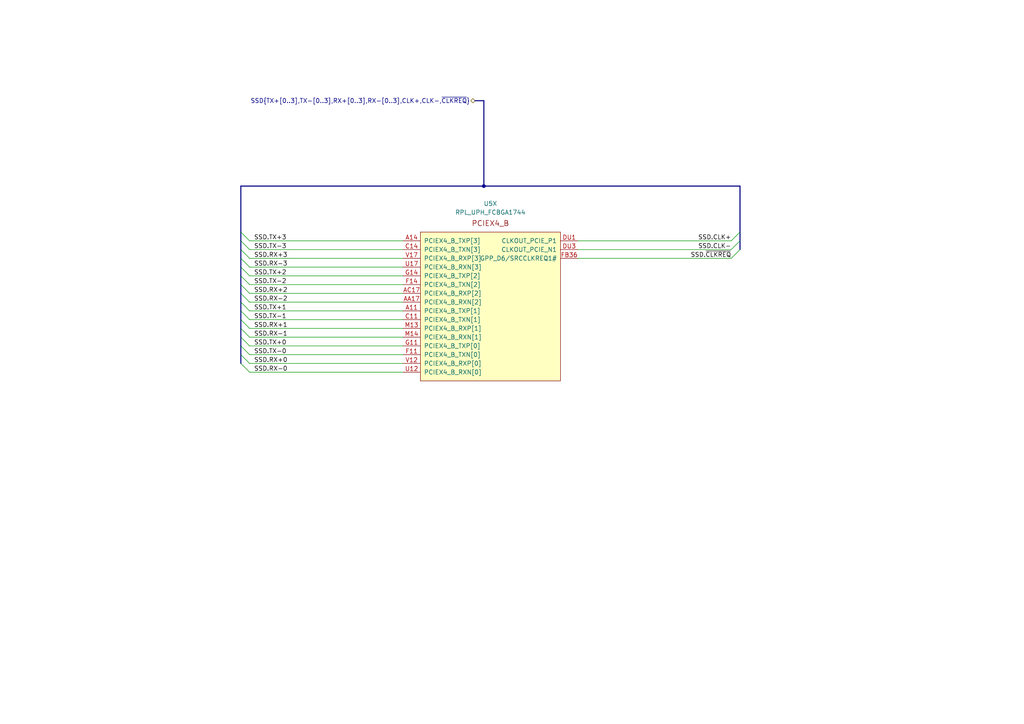
<source format=kicad_sch>
(kicad_sch (version 20230121) (generator eeschema)
  (paper "A4")
  (lib_symbols
    (symbol "local:RPL_UPH_FCBGA1744" (pin_names (offset 1.016))
      (property "Reference" "U" (at 1.27 19.05 0))
      (property "Value" "RPL_UPH_FCBGA1744" (at 1.27 16.51 0))
      (symbol "RPL_UPH_FCBGA1744_1_1"
        (text "CAMERA" (at 0 2.54 0) (effects (font (size 1.524 1.524))))
        (pin input line (at 25.4 -20.32 180) (length 5.08) (name "CSI_A_DN[1]/CSI_B_DN[2]") (number "A36"))
        (pin input line (at 25.4 -10.16 180) (length 5.08) (name "CSI_B_DN[0]") (number "A38"))
        (pin unspecified line (at -25.4 -2.54 0) (length 5.08) (name "CSI_RCOMP") (number "A55"))
        (pin input line (at 25.4 -5.08 180) (length 5.08) (name "CSI_B_DN[1]") (number "AA41"))
        (pin input line (at -25.4 -10.16 0) (length 5.08) (name "CSI_D_DN[1]/CSI_C_DN[2]") (number "AB41"))
        (pin input line (at -25.4 -7.62 0) (length 5.08) (name "CSI_D_DP[1]/CSI_C_DP[2]") (number "AD41"))
        (pin input line (at -25.4 -15.24 0) (length 5.08) (name "CSI_D_DN[0]/CSI_C_DN[3]") (number "AF41"))
        (pin input line (at -25.4 -12.7 0) (length 5.08) (name "CSI_D_DP[0]/CSI_C_DP[3]") (number "AG41"))
        (pin unspecified line (at -25.4 -5.08 0) (length 5.08) (name "CSI_RCOMP") (number "B54"))
        (pin input line (at 25.4 -17.78 180) (length 5.08) (name "CSI_A_DP[1]/CSI_B_DP[2]") (number "C36"))
        (pin input line (at 25.4 -7.62 180) (length 5.08) (name "CSI_B_DP[0]") (number "C38"))
        (pin input line (at 25.4 -25.4 180) (length 5.08) (name "CSI_A_DN[0]/CSI_B_DN[3]") (number "E37"))
        (pin input line (at 25.4 -27.94 180) (length 5.08) (name "CSI_A_CLK_P") (number "F36"))
        (pin input line (at 25.4 -15.24 180) (length 5.08) (name "CSI_B_CLK_N") (number "F39"))
        (pin input line (at 25.4 -30.48 180) (length 5.08) (name "CSI_A_CLK_N") (number "G36"))
        (pin input line (at 25.4 -22.86 180) (length 5.08) (name "CSI_A_DP[0]/CSI_B_DP[3]") (number "G37"))
        (pin input line (at 25.4 -12.7 180) (length 5.08) (name "CSI_B_CLK_P") (number "G39"))
        (pin input line (at -25.4 -17.78 0) (length 5.08) (name "CSI_D_CLK_P") (number "J41"))
        (pin input line (at -25.4 -33.02 0) (length 5.08) (name "CSI_C_CLK_P") (number "J44"))
        (pin input line (at -25.4 -35.56 0) (length 5.08) (name "CSI_C_CLK_N") (number "K44"))
        (pin input line (at -25.4 -20.32 0) (length 5.08) (name "CSI_D_CLK_N") (number "L41"))
        (pin input line (at -25.4 -25.4 0) (length 5.08) (name "CSI_C_DN[1]") (number "M44"))
        (pin input line (at -25.4 -30.48 0) (length 5.08) (name "CSI_C_DN[0]") (number "P41"))
        (pin input line (at -25.4 -22.86 0) (length 5.08) (name "CSI_C_DP[1]") (number "P44"))
        (pin input line (at -25.4 -27.94 0) (length 5.08) (name "CSI_C_DP[0]") (number "T41"))
        (pin input line (at 25.4 -2.54 180) (length 5.08) (name "CSI_B_DP[1]") (number "W41"))
      )
      (symbol "RPL_UPH_FCBGA1744_2_1"
        (text "CFG" (at 0 2.54 0) (effects (font (size 1.524 1.524))))
        (pin bidirectional line (at 25.4 -17.78 180) (length 5.08) (name "CFG[2]") (number "AA12"))
        (pin bidirectional line (at 25.4 -22.86 180) (length 5.08) (name "CFG[0]") (number "AA16"))
        (pin bidirectional line (at 25.4 -15.24 180) (length 5.08) (name "CFG[3]") (number "AC12"))
        (pin bidirectional line (at 25.4 -12.7 180) (length 5.08) (name "CFG[4]") (number "AD11"))
        (pin bidirectional line (at 25.4 -20.32 180) (length 5.08) (name "CFG[1]") (number "AD16"))
        (pin bidirectional line (at -25.4 -5.08 0) (length 5.08) (name "CFG[16]") (number "AF17"))
        (pin bidirectional line (at -25.4 -20.32 0) (length 5.08) (name "CFG[10]") (number "AF20"))
        (pin bidirectional line (at -25.4 -2.54 0) (length 5.08) (name "CFG[17]") (number "AF22"))
        (pin bidirectional line (at -25.4 -12.7 0) (length 5.08) (name "CFG[13]") (number "AF35"))
        (pin bidirectional line (at -25.4 -7.62 0) (length 5.08) (name "CFG[15]") (number "AF37"))
        (pin bidirectional line (at 25.4 -10.16 180) (length 5.08) (name "CFG[5]") (number "AG15"))
        (pin bidirectional line (at 25.4 -7.62 180) (length 5.08) (name "CFG[6]") (number "AH17"))
        (pin bidirectional line (at -25.4 -22.86 0) (length 5.08) (name "CFG[9]") (number "AH22"))
        (pin bidirectional line (at -25.4 -17.78 0) (length 5.08) (name "CFG[11]") (number "AH25"))
        (pin bidirectional line (at -25.4 -10.16 0) (length 5.08) (name "CFG[14]") (number "AH35"))
        (pin bidirectional line (at -25.4 -15.24 0) (length 5.08) (name "CFG[12]") (number "AH37"))
        (pin bidirectional line (at 25.4 -5.08 180) (length 5.08) (name "CFG[7]") (number "AJ15"))
        (pin bidirectional line (at 25.4 -2.54 180) (length 5.08) (name "CFG[8]") (number "AK17"))
        (pin unspecified line (at 25.4 -25.4 180) (length 5.08) (name "CFG_RCOMP") (number "F8"))
      )
      (symbol "RPL_UPH_FCBGA1744_3_1"
        (text "CNVI" (at 0 2.54 0) (effects (font (size 1.524 1.524))))
        (pin output line (at 25.4 -10.16 180) (length 5.08) (name "GPP_F5/MODEM_CLKREQ/CRF_XTAL_CLKREQ") (number "EF36"))
        (pin output line (at 25.4 -22.86 180) (length 5.08) (name "GPP_F0/CNV_BRI_DT/UART2_RTS#") (number "EH33"))
        (pin input line (at 25.4 -7.62 180) (length 5.08) (name "GPP_F6/CNV_PA_BLANKING") (number "EH36"))
        (pin input line (at 25.4 -20.32 180) (length 5.08) (name "GPP_F1/CNV_BRI_RSP/UART2_RXD") (number "EK33"))
        (pin input line (at 25.4 -5.08 180) (length 5.08) (name "GPP_H8/I2C4_SDA/CNV_MFUART2_RXD") (number "EL43"))
        (pin output line (at 25.4 -17.78 180) (length 5.08) (name "GPP_F2/CNV_RGI_DT/UART2_TXD") (number "EN31"))
        (pin input line (at 25.4 -2.54 180) (length 5.08) (name "GPP_H9/I2C4_SCL/CNV_MFUART2_TXD") (number "EN43"))
        (pin input line (at 25.4 -15.24 180) (length 5.08) (name "GPP_F3/CNV_RGI_RSP/UART2_CTS#") (number "ER31"))
        (pin output line (at 25.4 -12.7 180) (length 5.08) (name "GPP_F4/CNV_RF_RESET#") (number "ET31"))
        (pin input line (at -25.4 -20.32 0) (length 5.08) (name "CNV_WR_D1P") (number "EV40"))
        (pin output line (at -25.4 -7.62 0) (length 5.08) (name "CNV_WT_D0P") (number "EV43"))
        (pin output line (at -25.4 -12.7 0) (length 5.08) (name "CNV_WT_CLKP") (number "EV47"))
        (pin input line (at -25.4 -25.4 0) (length 5.08) (name "CNV_WR_D0P") (number "EW42"))
        (pin input line (at -25.4 -22.86 0) (length 5.08) (name "CNV_WR_D1N") (number "EY40"))
        (pin input line (at -25.4 -27.94 0) (length 5.08) (name "CNV_WR_D0N") (number "EY42"))
        (pin output line (at -25.4 -10.16 0) (length 5.08) (name "CNV_WT_D0N") (number "EY43"))
        (pin output line (at -25.4 -15.24 0) (length 5.08) (name "CNV_WT_CLKN") (number "EY47"))
        (pin input line (at -25.4 -30.48 0) (length 5.08) (name "CNV_WR_CLKP") (number "FA43"))
        (pin output line (at -25.4 -5.08 0) (length 5.08) (name "CNV_WT_D1N") (number "FA46"))
        (pin unspecified line (at -25.4 -17.78 0) (length 5.08) (name "CNV_WT_RCOMP") (number "FC40"))
        (pin input line (at -25.4 -33.02 0) (length 5.08) (name "CNV_WR_CLKN") (number "FC43"))
        (pin output line (at -25.4 -2.54 0) (length 5.08) (name "CNV_WT_D1P") (number "FC46"))
      )
      (symbol "RPL_UPH_FCBGA1744_4_1"
        (text "DDR_A" (at 0 2.54 0) (effects (font (size 1.524 1.524))))
        (pin bidirectional line (at -25.4 -5.08 0) (length 5.08) (name "DDR1_DQ[3][6]") (number "BJ47"))
        (pin bidirectional line (at -25.4 -2.54 0) (length 5.08) (name "DDR1_DQ[3][7]") (number "BJ50"))
        (pin bidirectional line (at -25.4 -10.16 0) (length 5.08) (name "DDR1_DQ[3][4]") (number "BK53"))
        (pin bidirectional line (at -25.4 -86.36 0) (length 5.08) (name "DDR1_DQ[1][6]") (number "BK57"))
        (pin bidirectional line (at -25.4 -91.44 0) (length 5.08) (name "DDR1_DQ[1][4]") (number "BK60"))
        (pin bidirectional line (at -25.4 -7.62 0) (length 5.08) (name "DDR1_DQ[3][5]") (number "BL48"))
        (pin bidirectional line (at 25.4 -22.86 180) (length 5.08) (name "DDR1_DQSN[3]") (number "BL51"))
        (pin bidirectional line (at -25.4 -88.9 0) (length 5.08) (name "DDR1_DQ[1][5]") (number "BL56"))
        (pin bidirectional line (at -25.4 -83.82 0) (length 5.08) (name "DDR1_DQ[1][7]") (number "BL58"))
        (pin bidirectional line (at 25.4 -12.7 180) (length 5.08) (name "DDR1_DQSP[1]") (number "BL61"))
        (pin bidirectional line (at -25.4 -15.24 0) (length 5.08) (name "DDR1_DQ[3][2]") (number "BN48"))
        (pin bidirectional line (at 25.4 -2.54 180) (length 5.08) (name "DDR1_DQSP[3]") (number "BN51"))
        (pin bidirectional line (at -25.4 -96.52 0) (length 5.08) (name "DDR1_DQ[1][2]") (number "BN56"))
        (pin bidirectional line (at -25.4 -101.6 0) (length 5.08) (name "DDR1_DQ[1][0]") (number "BN58"))
        (pin bidirectional line (at 25.4 -33.02 180) (length 5.08) (name "DDR1_DQSN[1]") (number "BN61"))
        (pin bidirectional line (at -25.4 -17.78 0) (length 5.08) (name "DDR1_DQ[3][1]") (number "BP47"))
        (pin bidirectional line (at -25.4 -20.32 0) (length 5.08) (name "DDR1_DQ[3][0]") (number "BP50"))
        (pin bidirectional line (at -25.4 -12.7 0) (length 5.08) (name "DDR1_DQ[3][3]") (number "BP53"))
        (pin bidirectional line (at -25.4 -99.06 0) (length 5.08) (name "DDR1_DQ[1][1]") (number "BP57"))
        (pin bidirectional line (at -25.4 -93.98 0) (length 5.08) (name "DDR1_DQ[1][3]") (number "BP60"))
        (pin bidirectional line (at -25.4 -25.4 0) (length 5.08) (name "DDR1_DQ[2][6]") (number "BT47"))
        (pin bidirectional line (at -25.4 -22.86 0) (length 5.08) (name "DDR1_DQ[2][7]") (number "BT50"))
        (pin bidirectional line (at -25.4 -30.48 0) (length 5.08) (name "DDR1_DQ[2][4]") (number "BT53"))
        (pin bidirectional line (at -25.4 -106.68 0) (length 5.08) (name "DDR1_DQ[0][6]") (number "BT57"))
        (pin bidirectional line (at -25.4 -111.76 0) (length 5.08) (name "DDR1_DQ[0][4]") (number "BT60"))
        (pin bidirectional line (at -25.4 -27.94 0) (length 5.08) (name "DDR1_DQ[2][5]") (number "BU48"))
        (pin bidirectional line (at 25.4 -25.4 180) (length 5.08) (name "DDR1_DQSN[2]") (number "BU51"))
        (pin bidirectional line (at -25.4 -109.22 0) (length 5.08) (name "DDR1_DQ[0][5]") (number "BU56"))
        (pin bidirectional line (at -25.4 -104.14 0) (length 5.08) (name "DDR1_DQ[0][7]") (number "BU58"))
        (pin bidirectional line (at 25.4 -15.24 180) (length 5.08) (name "DDR1_DQSP[0]") (number "BU61"))
        (pin bidirectional line (at -25.4 -35.56 0) (length 5.08) (name "DDR1_DQ[2][2]") (number "BW48"))
        (pin bidirectional line (at 25.4 -5.08 180) (length 5.08) (name "DDR1_DQSP[2]") (number "BW51"))
        (pin bidirectional line (at -25.4 -116.84 0) (length 5.08) (name "DDR1_DQ[0][2]") (number "BW56"))
        (pin bidirectional line (at -25.4 -121.92 0) (length 5.08) (name "DDR1_DQ[0][0]") (number "BW58"))
        (pin bidirectional line (at 25.4 -35.56 180) (length 5.08) (name "DDR1_DQSN[0]") (number "BW61"))
        (pin bidirectional line (at -25.4 -40.64 0) (length 5.08) (name "DDR1_DQ[2][0]") (number "BY50"))
        (pin bidirectional line (at -25.4 -33.02 0) (length 5.08) (name "DDR1_DQ[2][3]") (number "BY53"))
        (pin bidirectional line (at -25.4 -119.38 0) (length 5.08) (name "DDR1_DQ[0][1]") (number "BY57"))
        (pin bidirectional line (at -25.4 -114.3 0) (length 5.08) (name "DDR1_DQ[0][3]") (number "BY60"))
        (pin bidirectional line (at -25.4 -38.1 0) (length 5.08) (name "DDR1_DQ[2][1]") (number "CA47"))
        (pin output line (at 25.4 -45.72 180) (length 5.08) (name "DDR1_CS[0]") (number "CC47"))
        (pin output line (at 25.4 -88.9 180) (length 5.08) (name "DDR1_CA[1]") (number "CC50"))
        (pin output line (at 25.4 -43.18 180) (length 5.08) (name "DDR1_CS[1]") (number "CC53"))
        (pin output line (at 25.4 -124.46 180) (length 5.08) (name "DDR1_CLK_N[1]") (number "CD48"))
        (pin output line (at 25.4 -119.38 180) (length 5.08) (name "DDR1_CLK_P[1]") (number "CD49"))
        (pin output line (at 25.4 -48.26 180) (length 5.08) (name "DDR1_CA[0]") (number "CE53"))
        (pin output line (at 25.4 -129.54 180) (length 5.08) (name "DDR1_CA[4]") (number "CE60"))
        (pin output line (at 25.4 -53.34 180) (length 5.08) (name "DDR1_CA[2]") (number "CF56"))
        (pin output line (at 25.4 -58.42 180) (length 5.08) (name "DDR1_CLK_N[0]") (number "CF61"))
        (pin output line (at 25.4 -50.8 180) (length 5.08) (name "DDR1_CA[6]") (number "CH46"))
        (pin output line (at 25.4 -71.12 180) (length 5.08) (name "DDR1_CA[3]") (number "CH48"))
        (pin output line (at 25.4 -101.6 180) (length 5.08) (name "DDR1_CA[12]") (number "CH56"))
        (pin output line (at 25.4 -78.74 180) (length 5.08) (name "DDR1_CA[7]") (number "CH58"))
        (pin output line (at 25.4 -55.88 180) (length 5.08) (name "DDR1_CLK_P[0]") (number "CH61"))
        (pin output line (at 25.4 -111.76 180) (length 5.08) (name "DDR1_CA[5]") (number "CJ50"))
        (pin output line (at 25.4 -134.62 180) (length 5.08) (name "DDR1_CA[10]") (number "CJ53"))
        (pin output line (at 25.4 -137.16 180) (length 5.08) (name "DDR1_CA[9]") (number "CJ57"))
        (pin output line (at 25.4 -104.14 180) (length 5.08) (name "DDR1_CA[11]") (number "CJ60"))
        (pin output line (at 25.4 -106.68 180) (length 5.08) (name "DDR1_CA[8]") (number "CK47"))
        (pin output line (at 25.4 -132.08 180) (length 5.08) (name "DDR0_CA[10]") (number "CM47"))
        (pin output line (at 25.4 -76.2 180) (length 5.08) (name "DDR0_CA[6]") (number "CM50"))
        (pin output line (at 25.4 -91.44 180) (length 5.08) (name "DDR0_CA[8]") (number "CM53"))
        (pin output line (at 25.4 -63.5 180) (length 5.08) (name "DDR0_CLK_N[1]") (number "CN48"))
        (pin output line (at 25.4 -60.96 180) (length 5.08) (name "DDR0_CLK_P[1]") (number "CN49"))
        (pin output line (at 25.4 -96.52 180) (length 5.08) (name "DDR0_CA[11]") (number "CP53"))
        (pin output line (at 25.4 -81.28 180) (length 5.08) (name "DDR0_CA[9]") (number "CP60"))
        (pin output line (at 25.4 -83.82 180) (length 5.08) (name "DDR0_CA[12]") (number "CR56"))
        (pin output line (at 25.4 -127 180) (length 5.08) (name "DDR0_CLK_N[0]") (number "CR61"))
        (pin output line (at 25.4 -93.98 180) (length 5.08) (name "DDR0_CA[7]") (number "CT46"))
        (pin output line (at 25.4 -99.06 180) (length 5.08) (name "DDR0_CA[5]") (number "CU48"))
        (pin output line (at 25.4 -68.58 180) (length 5.08) (name "DDR0_CA[1]") (number "CU56"))
        (pin output line (at 25.4 -66.04 180) (length 5.08) (name "DDR0_CA[0]") (number "CU58"))
        (pin output line (at 25.4 -121.92 180) (length 5.08) (name "DDR0_CLK_P[0]") (number "CU61"))
        (pin output line (at 25.4 -116.84 180) (length 5.08) (name "DDR0_CA[4]") (number "CV50"))
        (pin output line (at 25.4 -73.66 180) (length 5.08) (name "DDR0_CA[3]") (number "CV53"))
        (pin output line (at 25.4 -109.22 180) (length 5.08) (name "DDR0_CS[0]") (number "CV57"))
        (pin output line (at 25.4 -86.36 180) (length 5.08) (name "DDR0_CS[1]") (number "CV60"))
        (pin output line (at 25.4 -114.3 180) (length 5.08) (name "DDR0_CA[2]") (number "CW47"))
        (pin bidirectional line (at -25.4 -45.72 0) (length 5.08) (name "DDR0_DQ[3][6]") (number "CY47"))
        (pin bidirectional line (at -25.4 -43.18 0) (length 5.08) (name "DDR0_DQ[3][7]") (number "CY50"))
        (pin bidirectional line (at -25.4 -127 0) (length 5.08) (name "DDR0_DQ[1][6]") (number "CY57"))
        (pin bidirectional line (at -25.4 -132.08 0) (length 5.08) (name "DDR0_DQ[1][4]") (number "CY60"))
        (pin bidirectional line (at -25.4 -50.8 0) (length 5.08) (name "DDR0_DQ[3][4]") (number "DA53"))
        (pin bidirectional line (at -25.4 -124.46 0) (length 5.08) (name "DDR0_DQ[1][7]") (number "DA58"))
        (pin bidirectional line (at -25.4 -48.26 0) (length 5.08) (name "DDR0_DQ[3][5]") (number "DB48"))
        (pin bidirectional line (at 25.4 -27.94 180) (length 5.08) (name "DDR0_DQSN[3]") (number "DB51"))
        (pin bidirectional line (at -25.4 -129.54 0) (length 5.08) (name "DDR0_DQ[1][5]") (number "DB56"))
        (pin bidirectional line (at 25.4 -17.78 180) (length 5.08) (name "DDR0_DQSP[1]") (number "DB61"))
        (pin bidirectional line (at -25.4 -55.88 0) (length 5.08) (name "DDR0_DQ[3][2]") (number "DC48"))
        (pin bidirectional line (at 25.4 -7.62 180) (length 5.08) (name "DDR0_DQSP[3]") (number "DC51"))
        (pin bidirectional line (at 25.4 -38.1 180) (length 5.08) (name "DDR0_DQSN[1]") (number "DC61"))
        (pin bidirectional line (at -25.4 -137.16 0) (length 5.08) (name "DDR0_DQ[1][2]") (number "DD56"))
        (pin bidirectional line (at -25.4 -142.24 0) (length 5.08) (name "DDR0_DQ[1][0]") (number "DD58"))
        (pin bidirectional line (at -25.4 -58.42 0) (length 5.08) (name "DDR0_DQ[3][1]") (number "DE47"))
        (pin bidirectional line (at -25.4 -60.96 0) (length 5.08) (name "DDR0_DQ[3][0]") (number "DE50"))
        (pin bidirectional line (at -25.4 -53.34 0) (length 5.08) (name "DDR0_DQ[3][3]") (number "DE53"))
        (pin bidirectional line (at -25.4 -139.7 0) (length 5.08) (name "DDR0_DQ[1][1]") (number "DE57"))
        (pin bidirectional line (at -25.4 -134.62 0) (length 5.08) (name "DDR0_DQ[1][3]") (number "DE60"))
        (pin bidirectional line (at -25.4 -66.04 0) (length 5.08) (name "DDR0_DQ[2][6]") (number "DG47"))
        (pin bidirectional line (at -25.4 -63.5 0) (length 5.08) (name "DDR0_DQ[2][7]") (number "DG50"))
        (pin bidirectional line (at -25.4 -71.12 0) (length 5.08) (name "DDR0_DQ[2][4]") (number "DG53"))
        (pin bidirectional line (at -25.4 -147.32 0) (length 5.08) (name "DDR0_DQ[0][6]") (number "DG57"))
        (pin bidirectional line (at -25.4 -152.4 0) (length 5.08) (name "DDR0_DQ[0][4]") (number "DG60"))
        (pin bidirectional line (at -25.4 -68.58 0) (length 5.08) (name "DDR0_DQ[2][5]") (number "DH48"))
        (pin bidirectional line (at 25.4 -30.48 180) (length 5.08) (name "DDR0_DQSN[2]") (number "DH51"))
        (pin bidirectional line (at -25.4 -149.86 0) (length 5.08) (name "DDR0_DQ[0][5]") (number "DH56"))
        (pin bidirectional line (at -25.4 -144.78 0) (length 5.08) (name "DDR0_DQ[0][7]") (number "DH58"))
        (pin bidirectional line (at 25.4 -20.32 180) (length 5.08) (name "DDR0_DQSP[0]") (number "DH61"))
        (pin bidirectional line (at -25.4 -76.2 0) (length 5.08) (name "DDR0_DQ[2][2]") (number "DK48"))
        (pin bidirectional line (at 25.4 -10.16 180) (length 5.08) (name "DDR0_DQSP[2]") (number "DK51"))
        (pin bidirectional line (at -25.4 -157.48 0) (length 5.08) (name "DDR0_DQ[0][2]") (number "DK56"))
        (pin bidirectional line (at -25.4 -162.56 0) (length 5.08) (name "DDR0_DQ[0][0]") (number "DK58"))
        (pin bidirectional line (at 25.4 -40.64 180) (length 5.08) (name "DDR0_DQSN[0]") (number "DK61"))
        (pin bidirectional line (at -25.4 -81.28 0) (length 5.08) (name "DDR0_DQ[2][0]") (number "DL50"))
        (pin bidirectional line (at -25.4 -73.66 0) (length 5.08) (name "DDR0_DQ[2][3]") (number "DL53"))
        (pin bidirectional line (at -25.4 -160.02 0) (length 5.08) (name "DDR0_DQ[0][1]") (number "DL57"))
        (pin bidirectional line (at -25.4 -154.94 0) (length 5.08) (name "DDR0_DQ[0][3]") (number "DL60"))
        (pin bidirectional line (at -25.4 -78.74 0) (length 5.08) (name "DDR0_DQ[2][1]") (number "DM47"))
      )
      (symbol "RPL_UPH_FCBGA1744_5_1"
        (text "DDR_B" (at 0 2.54 0) (effects (font (size 1.524 1.524))))
        (pin bidirectional line (at 25.4 -12.7 180) (length 5.08) (name "DDR3_DQSP[1]") (number "A43"))
        (pin bidirectional line (at 25.4 -33.02 180) (length 5.08) (name "DDR3_DQSN[1]") (number "A44"))
        (pin bidirectional line (at 25.4 -15.24 180) (length 5.08) (name "DDR3_DQSP[0]") (number "A49"))
        (pin bidirectional line (at 25.4 -35.56 180) (length 5.08) (name "DDR3_DQSN[0]") (number "A51"))
        (pin output line (at 25.4 -50.8 180) (length 5.08) (name "DDR3_CA[6]") (number "AA46"))
        (pin output line (at 25.4 -71.12 180) (length 5.08) (name "DDR3_CA[3]") (number "AA48"))
        (pin output line (at 25.4 -104.14 180) (length 5.08) (name "DDR3_CA[12]") (number "AB56"))
        (pin output line (at 25.4 -101.6 180) (length 5.08) (name "DDR3_CA[7]") (number "AB58"))
        (pin output line (at 25.4 -55.88 180) (length 5.08) (name "DDR3_CLK_P[0]") (number "AB61"))
        (pin output line (at 25.4 -106.68 180) (length 5.08) (name "DDR3_CA[8]") (number "AC47"))
        (pin output line (at 25.4 -111.76 180) (length 5.08) (name "DDR3_CA[5]") (number "AC50"))
        (pin output line (at 25.4 -134.62 180) (length 5.08) (name "DDR3_CA[10]") (number "AC53"))
        (pin output line (at 25.4 -137.16 180) (length 5.08) (name "DDR3_CA[9]") (number "AC57"))
        (pin output line (at 25.4 -78.74 180) (length 5.08) (name "DDR3_CA[11]") (number "AC60"))
        (pin output line (at 25.4 -132.08 180) (length 5.08) (name "DDR2_CA[10]") (number "AE47"))
        (pin output line (at 25.4 -76.2 180) (length 5.08) (name "DDR2_CA[6]") (number "AE50"))
        (pin output line (at 25.4 -91.44 180) (length 5.08) (name "DDR2_CA[8]") (number "AE53"))
        (pin output line (at 25.4 -63.5 180) (length 5.08) (name "DDR2_CLK_N[1]") (number "AG48"))
        (pin output line (at 25.4 -60.96 180) (length 5.08) (name "DDR2_CLK_P[1]") (number "AG49"))
        (pin output line (at 25.4 -96.52 180) (length 5.08) (name "DDR2_CA[11]") (number "AH53"))
        (pin output line (at 25.4 -81.28 180) (length 5.08) (name "DDR2_CA[9]") (number "AH60"))
        (pin output line (at 25.4 -83.82 180) (length 5.08) (name "DDR2_CA[12]") (number "AJ56"))
        (pin output line (at 25.4 -127 180) (length 5.08) (name "DDR2_CLK_N[0]") (number "AJ61"))
        (pin output line (at 25.4 -93.98 180) (length 5.08) (name "DDR2_CA[7]") (number "AK46"))
        (pin output line (at 25.4 -99.06 180) (length 5.08) (name "DDR2_CA[5]") (number "AK48"))
        (pin output line (at 25.4 -66.04 180) (length 5.08) (name "DDR2_CA[1]") (number "AL56"))
        (pin output line (at 25.4 -68.58 180) (length 5.08) (name "DDR2_CA[0]") (number "AL58"))
        (pin output line (at 25.4 -121.92 180) (length 5.08) (name "DDR2_CLK_P[0]") (number "AL61"))
        (pin output line (at 25.4 -114.3 180) (length 5.08) (name "DDR2_CA[2]") (number "AM47"))
        (pin output line (at 25.4 -116.84 180) (length 5.08) (name "DDR2_CA[4]") (number "AM50"))
        (pin output line (at 25.4 -73.66 180) (length 5.08) (name "DDR2_CA[3]") (number "AM53"))
        (pin output line (at 25.4 -86.36 180) (length 5.08) (name "DDR2_CS[1]") (number "AM57"))
        (pin output line (at 25.4 -109.22 180) (length 5.08) (name "DDR2_CS[0]") (number "AM60"))
        (pin bidirectional line (at -25.4 -45.72 0) (length 5.08) (name "DDR2_DQ[3][6]") (number "AP47"))
        (pin bidirectional line (at -25.4 -43.18 0) (length 5.08) (name "DDR2_DQ[3][7]") (number "AP50"))
        (pin bidirectional line (at -25.4 -50.8 0) (length 5.08) (name "DDR2_DQ[3][4]") (number "AP53"))
        (pin bidirectional line (at -25.4 -127 0) (length 5.08) (name "DDR2_DQ[1][6]") (number "AP57"))
        (pin bidirectional line (at -25.4 -132.08 0) (length 5.08) (name "DDR2_DQ[1][4]") (number "AP60"))
        (pin bidirectional line (at -25.4 -48.26 0) (length 5.08) (name "DDR2_DQ[3][5]") (number "AR48"))
        (pin bidirectional line (at 25.4 -27.94 180) (length 5.08) (name "DDR2_DQSN[3]") (number "AR51"))
        (pin bidirectional line (at -25.4 -129.54 0) (length 5.08) (name "DDR2_DQ[1][5]") (number "AR56"))
        (pin bidirectional line (at -25.4 -124.46 0) (length 5.08) (name "DDR2_DQ[1][7]") (number "AR58"))
        (pin bidirectional line (at 25.4 -17.78 180) (length 5.08) (name "DDR2_DQSP[1]") (number "AR61"))
        (pin bidirectional line (at -25.4 -55.88 0) (length 5.08) (name "DDR2_DQ[3][2]") (number "AU48"))
        (pin bidirectional line (at 25.4 -7.62 180) (length 5.08) (name "DDR2_DQSP[3]") (number "AU51"))
        (pin bidirectional line (at -25.4 -137.16 0) (length 5.08) (name "DDR2_DQ[1][2]") (number "AU56"))
        (pin bidirectional line (at -25.4 -142.24 0) (length 5.08) (name "DDR2_DQ[1][0]") (number "AU58"))
        (pin bidirectional line (at 25.4 -38.1 180) (length 5.08) (name "DDR2_DQSN[1]") (number "AU61"))
        (pin bidirectional line (at -25.4 -60.96 0) (length 5.08) (name "DDR2_DQ[3][0]") (number "AV50"))
        (pin bidirectional line (at -25.4 -53.34 0) (length 5.08) (name "DDR2_DQ[3][3]") (number "AV53"))
        (pin bidirectional line (at -25.4 -139.7 0) (length 5.08) (name "DDR2_DQ[1][1]") (number "AV57"))
        (pin bidirectional line (at -25.4 -134.62 0) (length 5.08) (name "DDR2_DQ[1][3]") (number "AV60"))
        (pin bidirectional line (at -25.4 -58.42 0) (length 5.08) (name "DDR2_DQ[3][1]") (number "AW47"))
        (pin bidirectional line (at -25.4 -66.04 0) (length 5.08) (name "DDR2_DQ[2][6]") (number "AY47"))
        (pin bidirectional line (at -25.4 -91.44 0) (length 5.08) (name "DDR3_DQ[1][4]") (number "B41"))
        (pin bidirectional line (at -25.4 -93.98 0) (length 5.08) (name "DDR3_DQ[1][3]") (number "B46"))
        (pin bidirectional line (at -25.4 -111.76 0) (length 5.08) (name "DDR3_DQ[0][4]") (number "B48"))
        (pin bidirectional line (at -25.4 -114.3 0) (length 5.08) (name "DDR3_DQ[0][3]") (number "B52"))
        (pin bidirectional line (at -25.4 -63.5 0) (length 5.08) (name "DDR2_DQ[2][7]") (number "BA50"))
        (pin bidirectional line (at -25.4 -71.12 0) (length 5.08) (name "DDR2_DQ[2][4]") (number "BA53"))
        (pin bidirectional line (at -25.4 -147.32 0) (length 5.08) (name "DDR2_DQ[0][6]") (number "BA57"))
        (pin bidirectional line (at -25.4 -152.4 0) (length 5.08) (name "DDR2_DQ[0][4]") (number "BA60"))
        (pin bidirectional line (at -25.4 -68.58 0) (length 5.08) (name "DDR2_DQ[2][5]") (number "BB48"))
        (pin bidirectional line (at 25.4 -30.48 180) (length 5.08) (name "DDR2_DQSN[2]") (number "BB51"))
        (pin bidirectional line (at -25.4 -149.86 0) (length 5.08) (name "DDR2_DQ[0][5]") (number "BB56"))
        (pin bidirectional line (at -25.4 -144.78 0) (length 5.08) (name "DDR2_DQ[0][7]") (number "BB58"))
        (pin bidirectional line (at 25.4 -20.32 180) (length 5.08) (name "DDR2_DQSP[0]") (number "BB61"))
        (pin bidirectional line (at -25.4 -76.2 0) (length 5.08) (name "DDR2_DQ[2][2]") (number "BD48"))
        (pin bidirectional line (at 25.4 -10.16 180) (length 5.08) (name "DDR2_DQSP[2]") (number "BD51"))
        (pin bidirectional line (at -25.4 -157.48 0) (length 5.08) (name "DDR2_DQ[0][2]") (number "BD56"))
        (pin bidirectional line (at -25.4 -162.56 0) (length 5.08) (name "DDR2_DQ[0][0]") (number "BD58"))
        (pin bidirectional line (at 25.4 -40.64 180) (length 5.08) (name "DDR2_DQSN[0]") (number "BD61"))
        (pin bidirectional line (at -25.4 -78.74 0) (length 5.08) (name "DDR2_DQ[2][1]") (number "BE47"))
        (pin bidirectional line (at -25.4 -81.28 0) (length 5.08) (name "DDR2_DQ[2][0]") (number "BE50"))
        (pin bidirectional line (at -25.4 -73.66 0) (length 5.08) (name "DDR2_DQ[2][3]") (number "BE53"))
        (pin bidirectional line (at -25.4 -160.02 0) (length 5.08) (name "DDR2_DQ[0][1]") (number "BE57"))
        (pin bidirectional line (at -25.4 -154.94 0) (length 5.08) (name "DDR2_DQ[0][3]") (number "BE60"))
        (pin bidirectional line (at -25.4 -86.36 0) (length 5.08) (name "DDR3_DQ[1][6]") (number "C42"))
        (pin bidirectional line (at -25.4 -101.6 0) (length 5.08) (name "DDR3_DQ[1][0]") (number "C45"))
        (pin bidirectional line (at -25.4 -104.14 0) (length 5.08) (name "DDR3_DQ[0][7]") (number "C49"))
        (pin bidirectional line (at -25.4 -121.92 0) (length 5.08) (name "DDR3_DQ[0][0]") (number "C51"))
        (pin bidirectional line (at -25.4 -83.82 0) (length 5.08) (name "DDR3_DQ[1][7]") (number "E41"))
        (pin bidirectional line (at -25.4 -99.06 0) (length 5.08) (name "DDR3_DQ[1][1]") (number "E46"))
        (pin bidirectional line (at -25.4 -106.68 0) (length 5.08) (name "DDR3_DQ[0][6]") (number "E48"))
        (pin bidirectional line (at -25.4 -119.38 0) (length 5.08) (name "DDR3_DQ[0][1]") (number "E52"))
        (pin bidirectional line (at -25.4 -88.9 0) (length 5.08) (name "DDR3_DQ[1][5]") (number "F43"))
        (pin bidirectional line (at -25.4 -96.52 0) (length 5.08) (name "DDR3_DQ[1][2]") (number "F44"))
        (pin bidirectional line (at -25.4 -109.22 0) (length 5.08) (name "DDR3_DQ[0][5]") (number "F49"))
        (pin bidirectional line (at -25.4 -116.84 0) (length 5.08) (name "DDR3_DQ[0][2]") (number "F51"))
        (pin bidirectional line (at -25.4 -7.62 0) (length 5.08) (name "DDR3_DQ[3][5]") (number "F54"))
        (pin bidirectional line (at -25.4 -5.08 0) (length 5.08) (name "DDR3_DQ[3][6]") (number "F58"))
        (pin bidirectional line (at -25.4 -12.7 0) (length 5.08) (name "DDR3_DQ[3][3]") (number "H56"))
        (pin bidirectional line (at -25.4 -2.54 0) (length 5.08) (name "DDR3_DQ[3][7]") (number "K50"))
        (pin bidirectional line (at -25.4 -15.24 0) (length 5.08) (name "DDR3_DQ[3][2]") (number "K53"))
        (pin bidirectional line (at -25.4 -25.4 0) (length 5.08) (name "DDR3_DQ[2][6]") (number "K57"))
        (pin bidirectional line (at -25.4 -30.48 0) (length 5.08) (name "DDR3_DQ[2][4]") (number "K60"))
        (pin bidirectional line (at -25.4 -10.16 0) (length 5.08) (name "DDR3_DQ[3][4]") (number "L48"))
        (pin bidirectional line (at 25.4 -22.86 180) (length 5.08) (name "DDR3_DQSN[3]") (number "L51"))
        (pin bidirectional line (at -25.4 -27.94 0) (length 5.08) (name "DDR3_DQ[2][5]") (number "L56"))
        (pin bidirectional line (at -25.4 -22.86 0) (length 5.08) (name "DDR3_DQ[2][7]") (number "L58"))
        (pin bidirectional line (at 25.4 -25.4 180) (length 5.08) (name "DDR3_DQSN[2]") (number "L61"))
        (pin bidirectional line (at 25.4 -2.54 180) (length 5.08) (name "DDR3_DQSP[3]") (number "N51"))
        (pin bidirectional line (at -25.4 -35.56 0) (length 5.08) (name "DDR3_DQ[2][2]") (number "N56"))
        (pin bidirectional line (at -25.4 -40.64 0) (length 5.08) (name "DDR3_DQ[2][0]") (number "N58"))
        (pin bidirectional line (at 25.4 -5.08 180) (length 5.08) (name "DDR3_DQSP[2]") (number "N61"))
        (pin bidirectional line (at -25.4 -17.78 0) (length 5.08) (name "DDR3_DQ[3][1]") (number "P50"))
        (pin bidirectional line (at -25.4 -20.32 0) (length 5.08) (name "DDR3_DQ[3][0]") (number "P53"))
        (pin bidirectional line (at -25.4 -38.1 0) (length 5.08) (name "DDR3_DQ[2][1]") (number "P57"))
        (pin bidirectional line (at -25.4 -33.02 0) (length 5.08) (name "DDR3_DQ[2][3]") (number "P60"))
        (pin output line (at 25.4 -45.72 180) (length 5.08) (name "DDR3_CS[0]") (number "T47"))
        (pin output line (at 25.4 -88.9 180) (length 5.08) (name "DDR3_CA[1]") (number "T50"))
        (pin output line (at 25.4 -43.18 180) (length 5.08) (name "DDR3_CS[1]") (number "T53"))
        (pin output line (at 25.4 -119.38 180) (length 5.08) (name "DDR3_CLK_P[1]") (number "V48"))
        (pin output line (at 25.4 -124.46 180) (length 5.08) (name "DDR3_CLK_N[1]") (number "V49"))
        (pin output line (at 25.4 -48.26 180) (length 5.08) (name "DDR3_CA[0]") (number "W53"))
        (pin output line (at 25.4 -129.54 180) (length 5.08) (name "DDR3_CA[4]") (number "W60"))
        (pin output line (at 25.4 -53.34 180) (length 5.08) (name "DDR3_CA[2]") (number "Y56"))
        (pin output line (at 25.4 -58.42 180) (length 5.08) (name "DDR3_CLK_N[0]") (number "Y61"))
      )
      (symbol "RPL_UPH_FCBGA1744_6_1"
        (text "DDR_MISC" (at 0 2.54 0) (effects (font (size 1.524 1.524))))
        (pin unspecified line (at 25.4 -15.24 180) (length 5.08) (name "DDR_COMP") (number "A56"))
        (pin output line (at -25.4 -5.08 0) (length 5.08) (name "NC") (number "AB51"))
        (pin output line (at -25.4 -43.18 0) (length 5.08) (name "NC") (number "AE55"))
        (pin output line (at -25.4 -48.26 0) (length 5.08) (name "NC") (number "AE60"))
        (pin output line (at -25.4 -45.72 0) (length 5.08) (name "NC") (number "AF57"))
        (pin output line (at -25.4 -17.78 0) (length 5.08) (name "NC") (number "AH57"))
        (pin output line (at -25.4 -12.7 0) (length 5.08) (name "NC") (number "AJ51"))
        (pin output line (at -25.4 -20.32 0) (length 5.08) (name "NC") (number "AJ58"))
        (pin output line (at -25.4 -15.24 0) (length 5.08) (name "NC") (number "AL51"))
        (pin unspecified line (at 25.4 -17.78 180) (length 5.08) (name "DDR_COMP") (number "B56"))
        (pin input line (at 25.4 -5.08 180) (length 5.08) (name "DDR0_ALERT#") (number "BF61"))
        (pin output line (at 25.4 -12.7 180) (length 5.08) (name "DDR_VTT_CTL") (number "BG50"))
        (pin output line (at 25.4 -7.62 180) (length 5.08) (name "DDR1_VREF_CA0") (number "BG55"))
        (pin input line (at 25.4 -2.54 180) (length 5.08) (name "DDR1_ALERT#") (number "BG57"))
        (pin output line (at 25.4 -10.16 180) (length 5.08) (name "DDR0_VREF_CA0") (number "BG60"))
        (pin output line (at -25.4 -66.04 0) (length 5.08) (name "NC") (number "CB55"))
        (pin output line (at -25.4 -71.12 0) (length 5.08) (name "NC") (number "CC57"))
        (pin output line (at -25.4 -68.58 0) (length 5.08) (name "NC") (number "CC60"))
        (pin output line (at -25.4 -30.48 0) (length 5.08) (name "NC") (number "CE57"))
        (pin output line (at -25.4 -25.4 0) (length 5.08) (name "NC") (number "CF51"))
        (pin output line (at -25.4 -27.94 0) (length 5.08) (name "NC") (number "CF58"))
        (pin output line (at -25.4 -22.86 0) (length 5.08) (name "NC") (number "CH51"))
        (pin output line (at -25.4 -58.42 0) (length 5.08) (name "NC") (number "CL55"))
        (pin output line (at -25.4 -60.96 0) (length 5.08) (name "NC") (number "CM57"))
        (pin output line (at -25.4 -63.5 0) (length 5.08) (name "NC") (number "CM60"))
        (pin output line (at -25.4 -38.1 0) (length 5.08) (name "NC") (number "CP57"))
        (pin output line (at -25.4 -35.56 0) (length 5.08) (name "NC") (number "CR51"))
        (pin output line (at -25.4 -40.64 0) (length 5.08) (name "NC") (number "CR58"))
        (pin output line (at -25.4 -33.02 0) (length 5.08) (name "NC") (number "CU51"))
        (pin output line (at 25.4 -20.32 180) (length 5.08) (name "DRAM_RESET#") (number "EE53"))
        (pin output line (at -25.4 -53.34 0) (length 5.08) (name "NC") (number "T55"))
        (pin output line (at -25.4 -50.8 0) (length 5.08) (name "NC") (number "T60"))
        (pin output line (at -25.4 -55.88 0) (length 5.08) (name "NC") (number "U57"))
        (pin output line (at -25.4 -10.16 0) (length 5.08) (name "NC") (number "W57"))
        (pin output line (at -25.4 -2.54 0) (length 5.08) (name "NC") (number "Y51"))
        (pin output line (at -25.4 -7.62 0) (length 5.08) (name "NC") (number "Y58"))
      )
      (symbol "RPL_UPH_FCBGA1744_7_1"
        (text "EDP" (at 0 2.54 0) (effects (font (size 1.524 1.524))))
        (pin output line (at -25.4 -7.62 0) (length 5.08) (name "DDIA_TXP[2]") (number "AA1"))
        (pin output line (at -25.4 -5.08 0) (length 5.08) (name "DDIA_TXN[3]") (number "AA3"))
        (pin output line (at -25.4 -10.16 0) (length 5.08) (name "DDIA_TXN[2]") (number "AB1"))
        (pin output line (at -25.4 -12.7 0) (length 5.08) (name "DDIA_TXP[1]") (number "AB3"))
        (pin output line (at -25.4 -20.32 0) (length 5.08) (name "DDIA_TXN[0]") (number "AD1"))
        (pin output line (at -25.4 -15.24 0) (length 5.08) (name "DDIA_TXN[1]") (number "AD3"))
        (pin output line (at -25.4 -17.78 0) (length 5.08) (name "DDIA_TXP[0]") (number "AF1"))
        (pin bidirectional line (at 25.4 -2.54 180) (length 5.08) (name "DDIA_AUXP") (number "AF3"))
        (pin bidirectional line (at 25.4 -5.08 180) (length 5.08) (name "DDIA_AUXN") (number "AG3"))
        (pin unspecified line (at 25.4 -15.24 180) (length 5.08) (name "DDIA_RCOMP") (number "AJ1"))
        (pin output line (at 25.4 -12.7 180) (length 5.08) (name "eDP_BKLTCTL") (number "EL21"))
        (pin output line (at 25.4 -10.16 180) (length 5.08) (name "eDP_BKLTEN") (number "EN21"))
        (pin output line (at 25.4 -7.62 180) (length 5.08) (name "GPP_E14/DDSP_HPDA/DISP_MISC_A") (number "EV25"))
        (pin output line (at -25.4 -2.54 0) (length 5.08) (name "DDIA_TXP[3]") (number "W3"))
      )
      (symbol "RPL_UPH_FCBGA1744_8_1"
        (text "ESPI" (at 0 2.54 0) (effects (font (size 1.524 1.524))))
        (pin output line (at -25.4 -15.24 0) (length 5.08) (name "GPP_A4/ESPI_CS0#") (number "DP44"))
        (pin output line (at -25.4 -12.7 0) (length 5.08) (name "GPP_A5/ESPI_ALERT0#") (number "DP47"))
        (pin bidirectional line (at 25.4 -10.16 180) (length 5.08) (name "GPP_A0/ESPI_IO0") (number "DP51"))
        (pin bidirectional line (at 25.4 -2.54 180) (length 5.08) (name "GPP_A3/ESPI_IO3/SUSACK#") (number "DP52"))
        (pin output line (at -25.4 -10.16 0) (length 5.08) (name "GPP_A6/ESPI_ALERT1#") (number "DP54"))
        (pin bidirectional line (at 25.4 -7.62 180) (length 5.08) (name "GPP_A1/ESPI_IO1") (number "DT44"))
        (pin output line (at -25.4 -2.54 0) (length 5.08) (name "GPP_A23/ESPI_CS1#") (number "DT46"))
        (pin output line (at -25.4 -7.62 0) (length 5.08) (name "GPP_A9/ESPI_CLK") (number "DT49"))
        (pin output line (at -25.4 -5.08 0) (length 5.08) (name "GPP_A10/ESPI_RESET#") (number "DT51"))
        (pin bidirectional line (at 25.4 -5.08 180) (length 5.08) (name "GPP_A2/ESPI_IO2/SUSWARN#/SUSPWRDNACK") (number "DT54"))
      )
      (symbol "RPL_UPH_FCBGA1744_9_1"
        (text "GPD" (at 0 2.54 0) (effects (font (size 1.524 1.524))))
        (pin output line (at -25.4 -25.4 0) (length 5.08) (name "GPD10/SLP_S5#") (number "EG60"))
        (pin output line (at -25.4 -22.86 0) (length 5.08) (name "GPD11/LANPHYPC") (number "EJ56"))
        (pin output line (at -25.4 -2.54 0) (length 5.08) (name "GPD9/SLP_WLAN#") (number "EJ57"))
        (pin input line (at -25.4 -27.94 0) (length 5.08) (name "GPD1/ACPRESENT") (number "EJ59"))
        (pin output line (at -25.4 -5.08 0) (length 5.08) (name "GPD8/SUSCLK") (number "EJ61"))
        (pin output line (at -25.4 -7.62 0) (length 5.08) (name "GPD7") (number "EK60"))
        (pin input line (at -25.4 -30.48 0) (length 5.08) (name "GPD0/BATLOW#") (number "EM56"))
        (pin output line (at -25.4 -10.16 0) (length 5.08) (name "GPD6/SLP_A#") (number "EM57"))
        (pin output line (at -25.4 -15.24 0) (length 5.08) (name "GPD4/SLP_S3#") (number "EM59"))
        (pin input line (at -25.4 -17.78 0) (length 5.08) (name "GPD3/PWRBTN#") (number "EM61"))
        (pin output line (at -25.4 -12.7 0) (length 5.08) (name "GPD5/SLP_S4#") (number "EP56"))
        (pin input line (at -25.4 -20.32 0) (length 5.08) (name "GPD2/LAN_WAKE#") (number "EP58"))
      )
      (symbol "RPL_UPH_FCBGA1744_10_1"
        (text "GPP_A" (at 0 2.54 0) (effects (font (size 1.524 1.524))))
        (pin bidirectional line (at -25.4 -27.94 0) (length 5.08) (name "GPP_A13") (number "DV47"))
        (pin bidirectional line (at -25.4 -33.02 0) (length 5.08) (name "GPP_A11") (number "DV51"))
        (pin output line (at -25.4 -7.62 0) (length 5.08) (name "GPP_A22/DDPC_CTRLDATA") (number "DV52"))
        (pin input line (at -25.4 -10.16 0) (length 5.08) (name "GPP_A21/DDPC_CTRLCLK") (number "DV54"))
        (pin input line (at -25.4 -30.48 0) (length 5.08) (name "GPP_A12/SATAXPCIE1/SATAGP1/SRCCLKREQ9B#") (number "DY46"))
        (pin input line (at -25.4 -25.4 0) (length 5.08) (name "GPP_A14/USB_OC1#/DDSP_HPD3/DISP_MISC3") (number "DY47"))
        (pin input line (at -25.4 -22.86 0) (length 5.08) (name "GPP_A15/USB_OC2#/DDSP_HPD4/DISP_MISC4") (number "DY49"))
        (pin input line (at -25.4 -20.32 0) (length 5.08) (name "GPP_A16/USB_OC3#/ISH_GP5") (number "DY51"))
        (pin input line (at -25.4 -17.78 0) (length 5.08) (name "GPP_A17/DISP_MISCC") (number "DY54"))
        (pin input line (at -25.4 -15.24 0) (length 5.08) (name "GPP_A19/DDSP_HPD1/DISP_MISC1") (number "EB49"))
        (pin input line (at -25.4 -12.7 0) (length 5.08) (name "GPP_A20/DDSP_HPD2/DISP_MISC2") (number "EB51"))
        (pin input line (at -25.4 -5.08 0) (length 5.08) (name "GPP_A7/SRCCLK_OE7#") (number "EB52"))
        (pin input line (at -25.4 -2.54 0) (length 5.08) (name "GPP_A8/SRCCLKREQ7#") (number "EB54"))
      )
      (symbol "RPL_UPH_FCBGA1744_11_1"
        (text "GPP_B" (at 0 2.54 0) (effects (font (size 1.524 1.524))))
        (pin input line (at -25.4 -27.94 0) (length 5.08) (name "GPP_B16/I2C5_SDA/ISH_I2C2_SDA") (number "DN57"))
        (pin input line (at -25.4 -25.4 0) (length 5.08) (name "GPP_B17/I2C5_SCL/ISH_I2C2_SCL") (number "DN60"))
        (pin input line (at -25.4 -2.54 0) (length 5.08) (name "GPP_B8/ISH_I2C1_SCL/I2C3_SCL") (number "DR56"))
        (pin input line (at -25.4 -5.08 0) (length 5.08) (name "GPP_B7/ISH_I2C1_SDA/I2C3_SDA") (number "DR58"))
        (pin input line (at -25.4 -10.16 0) (length 5.08) (name "GPP_B5/ISH_I2C0_SDA/I2C2_SDA") (number "DT56"))
        (pin input line (at -25.4 -7.62 0) (length 5.08) (name "GPP_B6/ISH_I2C0_SCL/I2C2_SCL") (number "DT57"))
        (pin input line (at -25.4 -20.32 0) (length 5.08) (name "GPP_B2/VRALERT#") (number "DT59"))
        (pin input line (at -25.4 -22.86 0) (length 5.08) (name "GPP_B18") (number "DT61"))
        (pin input line (at -25.4 -33.02 0) (length 5.08) (name "GPP_B14/SPKR/TIME_SYNC1/SATA_LED#/ISH_GP6") (number "DW56"))
        (pin output line (at -25.4 -35.56 0) (length 5.08) (name "GPP_B13/PLTRST#") (number "DW57"))
        (pin output line (at -25.4 -38.1 0) (length 5.08) (name "GPP_B12/SLP_S0#") (number "DW59"))
        (pin input line (at -25.4 -30.48 0) (length 5.08) (name "GPP_B15/TIME_SYNC0/ISH_GP7") (number "DY61"))
        (pin unspecified line (at -25.4 -40.64 0) (length 5.08) (name "GPP_B11/PMCALERT#") (number "EA56"))
        (pin output line (at -25.4 -43.18 0) (length 5.08) (name "GPP_B1/CORE_VID1") (number "EA58"))
        (pin output line (at -25.4 -45.72 0) (length 5.08) (name "GPP_B0/CORE_VID0") (number "EA60"))
        (pin input line (at -25.4 -12.7 0) (length 5.08) (name "GPP_B4/PROC_GP3/ISH_GP5B") (number "EB56"))
        (pin input line (at -25.4 -15.24 0) (length 5.08) (name "GPP_B3/PROC_GP2/ISH_GP4B") (number "EB57"))
        (pin output line (at -25.4 -17.78 0) (length 5.08) (name "GPP_B23/SML1ALERT#/PCHHOT#") (number "EF41"))
      )
      (symbol "RPL_UPH_FCBGA1744_12_1"
        (text "GPP_C" (at 0 2.54 0) (effects (font (size 1.524 1.524))))
        (pin unspecified line (at -25.4 -12.7 0) (length 5.08) (name "GPP_C3/SML0CLK") (number "EE38"))
        (pin unspecified line (at -25.4 -10.16 0) (length 5.08) (name "GPP_C4/SML0DATA") (number "EF38"))
        (pin output line (at -25.4 -7.62 0) (length 5.08) (name "GPP_C5/SML0ALERT#") (number "EH38"))
        (pin unspecified line (at -25.4 -17.78 0) (length 5.08) (name "GPP_C1/SMBDATA") (number "EK38"))
        (pin unspecified line (at -25.4 -20.32 0) (length 5.08) (name "GPP_C0/SMBCLK") (number "EL38"))
        (pin unspecified line (at -25.4 -15.24 0) (length 5.08) (name "GPP_C2/SMBALERT#") (number "EN38"))
        (pin output line (at -25.4 -2.54 0) (length 5.08) (name "GPP_C7/SML1DATA") (number "ER38"))
        (pin input line (at -25.4 -5.08 0) (length 5.08) (name "GPP_C6/SML1CLK") (number "ET38"))
      )
      (symbol "RPL_UPH_FCBGA1744_13_1"
        (text "GPP_D" (at 0 2.54 0) (effects (font (size 1.524 1.524))))
        (pin input line (at -25.4 -27.94 0) (length 5.08) (name "GPP_D13/ISH_UART0_RXD/I2C6_SDA") (number "EV28"))
        (pin bidirectional line (at -25.4 -40.64 0) (length 5.08) (name "GPP_D0/ISH_GP0/BK0/SBK0") (number "EV31"))
        (pin input line (at -25.4 -17.78 0) (length 5.08) (name "GPP_D17/UART1_RXD/ISH_UART1_RXD") (number "EV34"))
        (pin input line (at -25.4 -35.56 0) (length 5.08) (name "GPP_D10/ISH_SPI_CLK/DDP3_CTRLDATA/TBT_LSX2_RXD/BSSB_LS2_TX/GSPI2_CLK") (number "EV37"))
        (pin input line (at -25.4 -15.24 0) (length 5.08) (name "GPP_D18/UART1_TXD/ISH_UART1_TXD") (number "EW30"))
        (pin input line (at -25.4 -22.86 0) (length 5.08) (name "GPP_D15/ISH_UART0_RTS#/I2C7B_SDA") (number "EW36"))
        (pin input line (at -25.4 -25.4 0) (length 5.08) (name "GPP_D14/ISH_UART0_TXD/I2C6_SCL") (number "EY28"))
        (pin output line (at -25.4 -10.16 0) (length 5.08) (name "GPP_D2/ISH_GP2/BK2/SBK2") (number "EY30"))
        (pin bidirectional line (at -25.4 -38.1 0) (length 5.08) (name "GPP_D1/ISH_GP1/BK1/SBK1") (number "EY31"))
        (pin input line (at -25.4 -12.7 0) (length 5.08) (name "GPP_D19/I2S_MCLK1_OUT") (number "EY34"))
        (pin input line (at -25.4 -20.32 0) (length 5.08) (name "GPP_D16/ISH_UART0_CTS#/I2C7B_SCL") (number "EY36"))
        (pin input line (at -25.4 -33.02 0) (length 5.08) (name "GPP_D11/ISH_SPI_MISO/DDP4_CTRLCLK/TBT_LSX3_TXD/BSSB_LS3_RX/GSPI2_MISO") (number "EY37"))
        (pin input line (at -25.4 -5.08 0) (length 5.08) (name "GPP_D4/IMGCLKOUT0/BK4/SBK4") (number "FA31"))
        (pin output line (at -25.4 -7.62 0) (length 5.08) (name "GPP_D3/ISH_GP3/BK3/SBK3") (number "FA34"))
        (pin input line (at -25.4 -30.48 0) (length 5.08) (name "GPP_D12/ISH_SPI_MOSI/DDP4_CTRLDATA/TBT_LSX3_RXD/BSSB_LS3_TX/GSPI2_MOSI") (number "FA37"))
        (pin input line (at -25.4 -2.54 0) (length 5.08) (name "GPP_D9/ISH_SPI_CS#/DDP3_CTRLCLK/TBT_LSX2_TXD/BSSB_LS2_RX/GSPI2_CS0#") (number "FC37"))
      )
      (symbol "RPL_UPH_FCBGA1744_14_1"
        (text "GPP_E" (at 0 2.54 0) (effects (font (size 1.524 1.524))))
        (pin input line (at -25.4 -55.88 0) (length 5.08) (name "GPP_E1/THC0_SPI1_IO2") (number "EE23"))
        (pin input line (at -25.4 -30.48 0) (length 5.08) (name "GPP_E2/THC0_SPI1_IO3") (number "EF23"))
        (pin input line (at -25.4 -10.16 0) (length 5.08) (name "GPP_E6/THC0_SPI1_RST#") (number "EH23"))
        (pin bidirectional line (at -25.4 -48.26 0) (length 5.08) (name "GPP_E12/THC0_SPI1_IO1/I2C0A_SDA/GSPI0_MISO") (number "EL23"))
        (pin bidirectional line (at -25.4 -27.94 0) (length 5.08) (name "GPP_E20/DDP2_CTRLCLK/TBT_LSX1_TXD/BSSB_LS1_RX") (number "EL26"))
        (pin bidirectional line (at -25.4 -45.72 0) (length 5.08) (name "GPP_E13/THC0_SPI1_IO0/I2C0A_SCL/GSPI0_MOSI") (number "EN23"))
        (pin bidirectional line (at -25.4 -25.4 0) (length 5.08) (name "GPP_E21/DDP2_CTRLDATA/TBT_LSX1_RXD/BSSB_LS1_TX") (number "EN26"))
        (pin bidirectional line (at -25.4 -22.86 0) (length 5.08) (name "GPP_E22/DDPA_CTRLCLK/DNX_FORCE_RELOAD") (number "ER23"))
        (pin input line (at -25.4 -35.56 0) (length 5.08) (name "GPP_E18/DDP1_CTRLCLK/TBT_LSX0_TXD/BSSB_LS0_RX") (number "ER26"))
        (pin bidirectional line (at -25.4 -20.32 0) (length 5.08) (name "GPP_E23/DDPA_CTRLDATA") (number "ET23"))
        (pin input line (at -25.4 -33.02 0) (length 5.08) (name "GPP_E19/DDP1_CTRLDATA/TBT_LSX0_RXD/BSSB_LS0_TX") (number "ET26"))
        (pin input line (at -25.4 -58.42 0) (length 5.08) (name "GPP_E0/SATAXPCIE0/SATAGP0/SRCCLKREQ9#") (number "EV22"))
        (pin input line (at -25.4 -43.18 0) (length 5.08) (name "GPP_E15/SRCCLK_OE8#") (number "EW23"))
        (pin input line (at -25.4 -40.64 0) (length 5.08) (name "GPP_E16/SRCCLKREQ8#") (number "EY22"))
        (pin input line (at -25.4 -17.78 0) (length 5.08) (name "GPP_E3/PROC_GP0") (number "EY23"))
        (pin input line (at -25.4 -38.1 0) (length 5.08) (name "GPP_E17/THC0_SPI1_INT#") (number "EY25"))
        (pin bidirectional line (at -25.4 -5.08 0) (length 5.08) (name "GPP_E8") (number "FA22"))
        (pin input line (at -25.4 -12.7 0) (length 5.08) (name "GPP_E5/DEVSLP1/SRCCLK_OE6#") (number "FA25"))
        (pin output line (at -25.4 -53.34 0) (length 5.08) (name "GPP_E10/THC0_SPI1_CS#/GSPI0_CS0#") (number "FA28"))
        (pin input line (at -25.4 -7.62 0) (length 5.08) (name "GPP_E7/PROC_GP1") (number "FB23"))
        (pin input line (at -25.4 -15.24 0) (length 5.08) (name "GPP_E4/DEVSLP0/SRCCLK_OE9#") (number "FC22"))
        (pin input line (at -25.4 -2.54 0) (length 5.08) (name "GPP_E9/USB_OC0#/ISH_GP4") (number "FC25"))
        (pin output line (at -25.4 -50.8 0) (length 5.08) (name "GPP_E11/THC0_SPI1_CLK/GSPI0_CLK") (number "FC28"))
      )
      (symbol "RPL_UPH_FCBGA1744_15_1"
        (text "GPP_F" (at 0 2.54 0) (effects (font (size 1.524 1.524))))
        (pin bidirectional line (at -25.4 -38.1 0) (length 5.08) (name "GPP_F10") (number "EF28"))
        (pin output line (at -25.4 -15.24 0) (length 5.08) (name "GPP_F20/RSVD") (number "EH28"))
        (pin output line (at -25.4 -12.7 0) (length 5.08) (name "GPP_F21/RSVD") (number "EH31"))
        (pin output line (at -25.4 -10.16 0) (length 5.08) (name "GPP_F22/VNN_CTRL") (number "EK31"))
        (pin output line (at -25.4 -7.62 0) (length 5.08) (name "GPP_F23/V1P05_CTRL") (number "EL28"))
        (pin input line (at -25.4 -33.02 0) (length 5.08) (name "GPP_F12/GSXDOUT/THC1_SPI2_IO0/GSPI1_MOSI/I2C1A_SCL") (number "EL31"))
        (pin input line (at -25.4 -22.86 0) (length 5.08) (name "GPP_F16/GSXCLK/THC1_SPI2_CS#/GSP1_CS0#") (number "EL33"))
        (pin input line (at -25.4 -27.94 0) (length 5.08) (name "GPP_F14/GSXDIN/THC1_SPI2_IO2") (number "EL36"))
        (pin bidirectional line (at -25.4 -5.08 0) (length 5.08) (name "GPP_F7") (number "EN28"))
        (pin input line (at -25.4 -35.56 0) (length 5.08) (name "GPP_F11/THC1_SPI2_CLK/GSPI1_CLK") (number "EN33"))
        (pin input line (at -25.4 -25.4 0) (length 5.08) (name "GPP_F15/GSXSRESET#/THC1_SPI2_IO3") (number "EN36"))
        (pin input line (at -25.4 -20.32 0) (length 5.08) (name "GPP_F17/THC1_SPI2_RST#") (number "ER33"))
        (pin output line (at -25.4 -2.54 0) (length 5.08) (name "GPP_F9/BOOTMPC") (number "ET28"))
        (pin input line (at -25.4 -30.48 0) (length 5.08) (name "GPP_F13/GSXSLOAD/THC1_SPI2_IO1/GSPI1_MISIO/I2C1A_SDA") (number "ET33"))
        (pin input line (at -25.4 -17.78 0) (length 5.08) (name "GPP_F18/THC1_SPI2_INT#") (number "ET36"))
      )
      (symbol "RPL_UPH_FCBGA1744_16_1"
        (text "GPP_H" (at 0 2.54 0) (effects (font (size 1.524 1.524))))
        (pin input line (at -25.4 -5.08 0) (length 5.08) (name "GPP_H6/I2C1_SDA") (number "EF43"))
        (pin input line (at -25.4 -10.16 0) (length 5.08) (name "GPP_H4/I2C0_SDA") (number "EF46"))
        (pin input line (at -25.4 -2.54 0) (length 5.08) (name "GPP_H7/I2C1_SCL") (number "EH43"))
        (pin input line (at -25.4 -7.62 0) (length 5.08) (name "GPP_H5/I2C0_SCL") (number "EH46"))
        (pin input line (at -25.4 -30.48 0) (length 5.08) (name "GPP_H12/I2C7_SDA/UART0_RTS#/M2_SKT2_CFG2/ISH_GP6B/DEVSLP0B") (number "EK41"))
        (pin bidirectional line (at -25.4 -40.64 0) (length 5.08) (name "GPP_H0") (number "EK48"))
        (pin input line (at -25.4 -27.94 0) (length 5.08) (name "GPP_H13/I2C7_SCL/UART0_CTS#/M2_SKT2_CFG3/ISH_GP7B/DEVSLP1B") (number "EL41"))
        (pin bidirectional line (at -25.4 -38.1 0) (length 5.08) (name "GPP_H1") (number "EL48"))
        (pin bidirectional line (at -25.4 -20.32 0) (length 5.08) (name "GPP_H20/IMGCLKOUT1") (number "EN41"))
        (pin output line (at -25.4 -35.56 0) (length 5.08) (name "GPP_H10/UART0_RXD/M2_SKT2_CFG0") (number "EN46"))
        (pin input line (at -25.4 -33.02 0) (length 5.08) (name "GPP_H11/UART0_TXD/M2_SKT2_CFG1") (number "EN48"))
        (pin bidirectional line (at -25.4 -17.78 0) (length 5.08) (name "GPP_H21/IMGCLKOUT2") (number "ER41"))
        (pin output line (at -25.4 -25.4 0) (length 5.08) (name "GPP_H18/PROC_C10_GATE#") (number "ER46"))
        (pin bidirectional line (at -25.4 -15.24 0) (length 5.08) (name "GPP_H22/IMGCLKOUT3") (number "ET41"))
        (pin bidirectional line (at -25.4 -22.86 0) (length 5.08) (name "GPP_H2") (number "ET46"))
        (pin input line (at -25.4 -12.7 0) (length 5.08) (name "GPP_H3/SX_EXIT_HOLDOFF#") (number "ET48"))
      )
      (symbol "RPL_UPH_FCBGA1744_17_1"
        (text "GPP_R" (at 0 2.54 0) (effects (font (size 1.524 1.524))))
        (pin bidirectional line (at -25.4 -5.08 0) (length 5.08) (name "GPP_R6/I2S2_TXD/DMIC_CLK_A1") (number "EB44"))
        (pin input line (at -25.4 -2.54 0) (length 5.08) (name "GPP_R7/I2S2_RXD/DMIC_DATA1") (number "EB46"))
        (pin bidirectional line (at -25.4 -17.78 0) (length 5.08) (name "GPP_R1/HDA_SYNC/I2S0_SFRM/DMIC_CLK_B1") (number "EP60"))
        (pin bidirectional line (at -25.4 -10.16 0) (length 5.08) (name "GPP_R4/HDA_RST#/I2S2_SCLK/DMIC_CLK_A0") (number "ER53"))
        (pin bidirectional line (at -25.4 -20.32 0) (length 5.08) (name "GPP_R0/HDA_BCLK/I2S0_SCLK/DMIC_CLK_B0/HDAPROC_BCLK") (number "ER56"))
        (pin bidirectional line (at -25.4 -15.24 0) (length 5.08) (name "GPP_R2/HDA_SDO/I2S0_TXD/HDAPROC_SDO") (number "ER57"))
        (pin bidirectional line (at -25.4 -12.7 0) (length 5.08) (name "GPP_R3/HDA_SDI0/I2S0_RXD/HDAPROC_SDI") (number "ER59"))
        (pin input line (at -25.4 -7.62 0) (length 5.08) (name "GPP_R5/HDA_SDI1/I2S2_SFRM/DMIC_DATA0") (number "ET53"))
      )
      (symbol "RPL_UPH_FCBGA1744_18_1"
        (text "GPP_S" (at 0 2.54 0) (effects (font (size 1.524 1.524))))
        (pin input line (at -25.4 -10.16 0) (length 5.08) (name "GPP_S4/SNDW2_CLK/DMIC_CLK_B0") (number "EV50"))
        (pin input line (at -25.4 -20.32 0) (length 5.08) (name "GPP_S0/SNDW0_CLK/I2S1_SCLK") (number "EV53"))
        (pin input line (at -25.4 -5.08 0) (length 5.08) (name "GPP_S6/SNDW3_CLK/DMIC_CLK_A1") (number "EW48"))
        (pin output line (at -25.4 -2.54 0) (length 5.08) (name "GPP_S7/SNDW3_DATA/DMIC_DATA1") (number "EY48"))
        (pin output line (at -25.4 -7.62 0) (length 5.08) (name "GPP_S5/SNDW2_DATA/DMIC_CLK_B1") (number "EY50"))
        (pin output line (at -25.4 -17.78 0) (length 5.08) (name "GPP_S1/SNDW0_DATA/I2S1_SFRM") (number "EY53"))
        (pin input line (at -25.4 -15.24 0) (length 5.08) (name "GPP_S2/SNDW1_CLK/DMIC_CKL_A0/I2S1_TXD") (number "FA50"))
        (pin input line (at -25.4 -12.7 0) (length 5.08) (name "GPP_S3/SNDW1_DATA/DMIC_DATA0/I2S1_RXD") (number "FC50"))
      )
      (symbol "RPL_UPH_FCBGA1744_19_1"
        (text "GPP_T" (at 0 2.54 0) (effects (font (size 1.524 1.524))))
        (pin input line (at -25.4 -2.54 0) (length 5.08) (name "GPP_T3") (number "EL51"))
        (pin input line (at -25.4 -5.08 0) (length 5.08) (name "GPP_T2") (number "EN51"))
      )
      (symbol "RPL_UPH_FCBGA1744_20_1"
        (text "HDMI" (at 0 2.54 0) (effects (font (size 1.524 1.524))))
        (pin bidirectional line (at 25.4 -12.7 180) (length 5.08) (name "DDIB_AUXP") (number "AE6"))
        (pin bidirectional line (at 25.4 -15.24 180) (length 5.08) (name "DDIB_AUXN") (number "AE8"))
        (pin output line (at 25.4 -17.78 180) (length 5.08) (name "DISP_UTILS_2") (number "AF32"))
        (pin output line (at -25.4 -17.78 0) (length 5.08) (name "DDIB_TXP[0]") (number "AH6"))
        (pin output line (at -25.4 -20.32 0) (length 5.08) (name "DDIB_TXN[0]") (number "AH8"))
        (pin output line (at -25.4 -12.7 0) (length 5.08) (name "DDIB_TXP[1]") (number "AK6"))
        (pin output line (at -25.4 -15.24 0) (length 5.08) (name "DDIB_TXN[1]") (number "AK8"))
        (pin unspecified line (at 25.4 -10.16 180) (length 5.08) (name "DDIB_RCOMP") (number "AL1"))
        (pin output line (at -25.4 -7.62 0) (length 5.08) (name "DDIB_TXP[2]") (number "AM6"))
        (pin output line (at -25.4 -10.16 0) (length 5.08) (name "DDIB_TXN[2]") (number "AM8"))
        (pin output line (at -25.4 -2.54 0) (length 5.08) (name "DDIB_TXP[3]") (number "AP6"))
        (pin output line (at -25.4 -5.08 0) (length 5.08) (name "DDIB_TXN[3]") (number "AP8"))
        (pin output line (at 25.4 -20.32 180) (length 5.08) (name "DISP_UTILS_1") (number "DJ1"))
        (pin input line (at 25.4 -7.62 180) (length 5.08) (name "GPP_A18/DDSP_HPDB/DISP_MISCB") (number "EB47"))
        (pin bidirectional line (at 25.4 -5.08 180) (length 5.08) (name "GPP_H15/DDPB_CTRLCLK/PCIE_LINK_DOWN") (number "EK46"))
        (pin bidirectional line (at 25.4 -2.54 180) (length 5.08) (name "GPP_H17/DDPB_CTRLDATA") (number "EL46"))
      )
      (symbol "RPL_UPH_FCBGA1744_21_1"
        (text "JTAG" (at 0 2.54 0) (effects (font (size 1.524 1.524))))
        (pin output line (at 25.4 -7.62 180) (length 5.08) (name "PROC_JTAG_TDO") (number "AA6"))
        (pin unspecified line (at -25.4 -7.62 0) (length 5.08) (name "PCH_JTAG_TDO") (number "AA8"))
        (pin bidirectional line (at -25.4 -12.7 0) (length 5.08) (name "PCH_JTAG_TCK") (number "FB6"))
        (pin input line (at 25.4 -12.7 180) (length 5.08) (name "PROC_JTAG_TCK") (number "N6"))
        (pin bidirectional line (at -25.4 -2.54 0) (length 5.08) (name "PCH_JTAGX") (number "N8"))
        (pin input line (at 25.4 -2.54 180) (length 5.08) (name "PROC_JTAG_TRST#") (number "R6"))
        (pin unspecified line (at -25.4 -5.08 0) (length 5.08) (name "PCH_JTAG_TMS") (number "U6"))
        (pin bidirectional line (at 25.4 -5.08 180) (length 5.08) (name "PROC_JTAG_TMS") (number "U8"))
        (pin bidirectional line (at -25.4 -10.16 0) (length 5.08) (name "PCH_JTAG_TDI") (number "W6"))
        (pin input line (at 25.4 -10.16 180) (length 5.08) (name "PROC_JTAG_TDI") (number "W8"))
      )
      (symbol "RPL_UPH_FCBGA1744_22_1"
        (text "PCIE" (at 0 2.54 0) (effects (font (size 1.524 1.524))))
        (pin input line (at -25.4 -7.62 0) (length 5.08) (name "PCIE10_RXP/UFS11_RXP") (number "EC1"))
        (pin input line (at -25.4 -10.16 0) (length 5.08) (name "PCIE10_RXN/UFS11_RXN") (number "EC3"))
        (pin output line (at -25.4 -2.54 0) (length 5.08) (name "PCIE10_TXP/UFS11_TXP") (number "ED10"))
        (pin output line (at -25.4 -5.08 0) (length 5.08) (name "PCIE10_TXN/UFS11_TXN") (number "ED11"))
        (pin input line (at -25.4 -27.94 0) (length 5.08) (name "PCIE8_RXP") (number "EF1"))
        (pin output line (at -25.4 -12.7 0) (length 5.08) (name "PCIE9_TXP/UFS10_TXP") (number "EF10"))
        (pin output line (at -25.4 -15.24 0) (length 5.08) (name "PCIE9_TXN/UFS10_TXN") (number "EF11"))
        (pin input line (at -25.4 -30.48 0) (length 5.08) (name "PCIE8_RXN") (number "EF3"))
        (pin input line (at -25.4 -17.78 0) (length 5.08) (name "PCIE9_RXP/UFS10_RXP") (number "EF5"))
        (pin input line (at -25.4 -20.32 0) (length 5.08) (name "PCIE9_RXN/UFS10_RXN") (number "EF6"))
        (pin input line (at 25.4 -7.62 180) (length 5.08) (name "PCIE7_RXP") (number "EG4"))
        (pin input line (at 25.4 -10.16 180) (length 5.08) (name "PCIE7_RXN") (number "EG6"))
        (pin output line (at -25.4 -22.86 0) (length 5.08) (name "PCIE8_TXP") (number "EH10"))
        (pin output line (at -25.4 -25.4 0) (length 5.08) (name "PCIE8_TXN") (number "EH11"))
        (pin input line (at 25.4 -27.94 180) (length 5.08) (name "PCIE5_RXP") (number "EJ1"))
        (pin input line (at 25.4 -30.48 180) (length 5.08) (name "PCIE5_RXN") (number "EJ3"))
        (pin input line (at 25.4 -17.78 180) (length 5.08) (name "PCIE6_RXP") (number "EJ5"))
        (pin input line (at 25.4 -20.32 180) (length 5.08) (name "PCIE6_RXN") (number "EJ6"))
        (pin output line (at 25.4 -2.54 180) (length 5.08) (name "PCIE7_TXP") (number "EL10"))
        (pin output line (at 25.4 -5.08 180) (length 5.08) (name "PCIE7_TXN") (number "EL11"))
        (pin output line (at 25.4 -12.7 180) (length 5.08) (name "PCIE6_TXP") (number "EN10"))
        (pin output line (at 25.4 -15.24 180) (length 5.08) (name "PCIE6_TXN") (number "EN11"))
        (pin output line (at 25.4 -22.86 180) (length 5.08) (name "PCIE5_TXP") (number "ER10"))
        (pin output line (at 25.4 -25.4 180) (length 5.08) (name "PCIE5_TXN") (number "ER11"))
      )
      (symbol "RPL_UPH_FCBGA1744_23_1"
        (text "PCIEX4_A" (at 0 2.54 0) (effects (font (size 1.524 1.524))))
        (pin output line (at -25.4 -22.86 0) (length 5.08) (name "PCIEX4_A_TX_P[1]") (number "A17"))
        (pin output line (at -25.4 -2.54 0) (length 5.08) (name "PCIEX4_A_TX_P[3]") (number "A20"))
        (pin input line (at -25.4 -30.48 0) (length 5.08) (name "PCIEX4_A_RX_N[1]") (number "AA22"))
        (pin input line (at -25.4 -27.94 0) (length 5.08) (name "PCIEX4_A_RX_P[1]") (number "AC22"))
        (pin output line (at -25.4 -25.4 0) (length 5.08) (name "PCIEX4_A_TX_N[1]") (number "C17"))
        (pin output line (at -25.4 -5.08 0) (length 5.08) (name "PCIEX4_A_TX_N[3]") (number "C20"))
        (pin output line (at 25.4 -2.54 180) (length 5.08) (name "CLKOUT_PCIE_P0") (number "DT10"))
        (pin output line (at 25.4 -5.08 180) (length 5.08) (name "CLKOUT_PCIE_N0") (number "DT11"))
        (pin output line (at -25.4 -35.56 0) (length 5.08) (name "PCIEX4_A_TX_N[0]") (number "F17"))
        (pin output line (at -25.4 -15.24 0) (length 5.08) (name "PCIEX4_A_TX_N[2]") (number "F20"))
        (pin input line (at 25.4 -7.62 180) (length 5.08) (name "GPP_D5/SRCCLKREQ0#") (number "FB29"))
        (pin output line (at -25.4 -33.02 0) (length 5.08) (name "PCIEX4_A_TX_P[0]") (number "G17"))
        (pin output line (at -25.4 -12.7 0) (length 5.08) (name "PCIEX4_A_TX_P[2]") (number "G20"))
        (pin input line (at -25.4 -38.1 0) (length 5.08) (name "PCIEX4_A_RX_P[0]") (number "M18"))
        (pin input line (at -25.4 -40.64 0) (length 5.08) (name "PCIEX4_A_RX_N[0]") (number "M19"))
        (pin input line (at -25.4 -7.62 0) (length 5.08) (name "PCIEX4_A_RX_P[3]") (number "M22"))
        (pin input line (at -25.4 -10.16 0) (length 5.08) (name "PCIEX4_A_RX_N[3]") (number "M24"))
        (pin input line (at -25.4 -20.32 0) (length 5.08) (name "PCIEX4_A_RX_N[2]") (number "U22"))
        (pin input line (at -25.4 -17.78 0) (length 5.08) (name "PCIEX4_A_RX_P[2]") (number "V22"))
      )
      (symbol "RPL_UPH_FCBGA1744_24_1"
        (text "PCIEX4_B" (at 0 2.54 0) (effects (font (size 1.524 1.524))))
        (pin output line (at -25.4 -22.86 0) (length 5.08) (name "PCIEX4_B_TXP[1]") (number "A11"))
        (pin output line (at -25.4 -2.54 0) (length 5.08) (name "PCIEX4_B_TXP[3]") (number "A14"))
        (pin input line (at -25.4 -20.32 0) (length 5.08) (name "PCIEX4_B_RXN[2]") (number "AA17"))
        (pin input line (at -25.4 -17.78 0) (length 5.08) (name "PCIEX4_B_RXP[2]") (number "AC17"))
        (pin output line (at -25.4 -25.4 0) (length 5.08) (name "PCIEX4_B_TXN[1]") (number "C11"))
        (pin output line (at -25.4 -5.08 0) (length 5.08) (name "PCIEX4_B_TXN[3]") (number "C14"))
        (pin output line (at 25.4 -2.54 180) (length 5.08) (name "CLKOUT_PCIE_P1") (number "DU1"))
        (pin output line (at 25.4 -5.08 180) (length 5.08) (name "CLKOUT_PCIE_N1") (number "DU3"))
        (pin output line (at -25.4 -35.56 0) (length 5.08) (name "PCIEX4_B_TXN[0]") (number "F11"))
        (pin output line (at -25.4 -15.24 0) (length 5.08) (name "PCIEX4_B_TXN[2]") (number "F14"))
        (pin input line (at 25.4 -7.62 180) (length 5.08) (name "GPP_D6/SRCCLKREQ1#") (number "FB36"))
        (pin output line (at -25.4 -33.02 0) (length 5.08) (name "PCIEX4_B_TXP[0]") (number "G11"))
        (pin output line (at -25.4 -12.7 0) (length 5.08) (name "PCIEX4_B_TXP[2]") (number "G14"))
        (pin input line (at -25.4 -27.94 0) (length 5.08) (name "PCIEX4_B_RXP[1]") (number "M13"))
        (pin input line (at -25.4 -30.48 0) (length 5.08) (name "PCIEX4_B_RXN[1]") (number "M14"))
        (pin input line (at -25.4 -40.64 0) (length 5.08) (name "PCIEX4_B_RXN[0]") (number "U12"))
        (pin input line (at -25.4 -10.16 0) (length 5.08) (name "PCIEX4_B_RXN[3]") (number "U17"))
        (pin input line (at -25.4 -38.1 0) (length 5.08) (name "PCIEX4_B_RXP[0]") (number "V12"))
        (pin input line (at -25.4 -7.62 0) (length 5.08) (name "PCIEX4_B_RXP[3]") (number "V17"))
      )
      (symbol "RPL_UPH_FCBGA1744_25_1"
        (text "PCIEX4_MISC" (at 0 2.54 0) (effects (font (size 1.524 1.524))))
        (pin unspecified line (at -25.4 -5.08 0) (length 5.08) (name "PCIEX4_B_RCOMP_P") (number "A5"))
        (pin unspecified line (at 25.4 -2.54 180) (length 5.08) (name "PCIEX4_A_RCOMP_P") (number "A6"))
        (pin unspecified line (at 25.4 -5.08 180) (length 5.08) (name "PCIEX4_A_RCOMP_P") (number "C6"))
        (pin unspecified line (at -25.4 -7.62 0) (length 5.08) (name "PCIEX4_B_RCOMP_P") (number "D6"))
        (pin unspecified line (at -25.4 -2.54 0) (length 5.08) (name "PCIEX4_RCOMP_N") (number "F6"))
      )
      (symbol "RPL_UPH_FCBGA1744_26_1"
        (text "PCIEX8" (at 0 2.54 0) (effects (font (size 1.524 1.524))))
        (pin unspecified line (at 25.4 -43.18 180) (length 5.08) (name "PCIEX8_RCOMP_P") (number "A8"))
        (pin input line (at 25.4 -20.32 180) (length 5.08) (name "PCIEX8_RX_P[0]") (number "AA27"))
        (pin input line (at 25.4 -12.7 180) (length 5.08) (name "PCIEX8_RX_P[3]") (number "AA32"))
        (pin input line (at 25.4 -7.62 180) (length 5.08) (name "PCIEX8_RX_P[5]") (number "AA37"))
        (pin input line (at 25.4 -40.64 180) (length 5.08) (name "PCIEX8_RX_N[0]") (number "AC27"))
        (pin input line (at 25.4 -33.02 180) (length 5.08) (name "PCIEX8_RX_N[3]") (number "AC32"))
        (pin input line (at 25.4 -27.94 180) (length 5.08) (name "PCIEX8_RX_N[5]") (number "AC37"))
        (pin output line (at -25.4 -17.78 0) (length 5.08) (name "PCIEX8_TX_P[1]") (number "C23"))
        (pin output line (at -25.4 -12.7 0) (length 5.08) (name "PCIEX8_TX_P[3]") (number "C26"))
        (pin output line (at -25.4 -7.62 0) (length 5.08) (name "PCIEX8_TX_P[5]") (number "C30"))
        (pin output line (at -25.4 -2.54 0) (length 5.08) (name "PCIEX8_TX_P[7]") (number "C33"))
        (pin unspecified line (at 25.4 -45.72 180) (length 5.08) (name "PCIEX8_RCOMP_P") (number "C8"))
        (pin output line (at -25.4 -38.1 0) (length 5.08) (name "PCIEX8_TX_N[1]") (number "D23"))
        (pin output line (at -25.4 -33.02 0) (length 5.08) (name "PCIEX8_TX_N[3]") (number "D26"))
        (pin output line (at -25.4 -27.94 0) (length 5.08) (name "PCIEX8_TX_N[5]") (number "D30"))
        (pin output line (at -25.4 -22.86 0) (length 5.08) (name "PCIEX8_TX_N[7]") (number "D33"))
        (pin unspecified line (at 25.4 -48.26 180) (length 5.08) (name "PCIEX8_RCOMP_N") (number "D8"))
        (pin output line (at -25.4 -40.64 0) (length 5.08) (name "PCIEX8_TX_N[0]") (number "G23"))
        (pin output line (at -25.4 -35.56 0) (length 5.08) (name "PCIEX8_TX_N[2]") (number "G26"))
        (pin output line (at -25.4 -30.48 0) (length 5.08) (name "PCIEX8_TX_N[4]") (number "G30"))
        (pin output line (at -25.4 -25.4 0) (length 5.08) (name "PCIEX8_TX_N[6]") (number "G33"))
        (pin output line (at -25.4 -20.32 0) (length 5.08) (name "PCIEX8_TX_P[0]") (number "J23"))
        (pin output line (at -25.4 -15.24 0) (length 5.08) (name "PCIEX8_TX_P[2]") (number "J26"))
        (pin output line (at -25.4 -10.16 0) (length 5.08) (name "PCIEX8_TX_P[4]") (number "J30"))
        (pin output line (at -25.4 -5.08 0) (length 5.08) (name "PCIEX8_TX_P[6]") (number "J33"))
        (pin input line (at 25.4 -35.56 180) (length 5.08) (name "PCIEX8_RX_N[2]") (number "M27"))
        (pin input line (at 25.4 -15.24 180) (length 5.08) (name "PCIEX8_RX_P[2]") (number "M29"))
        (pin input line (at 25.4 -22.86 180) (length 5.08) (name "PCIEX8_RX_N[7]") (number "M37"))
        (pin input line (at 25.4 -2.54 180) (length 5.08) (name "PCIEX8_RX_P[7]") (number "M39"))
        (pin input line (at 25.4 -17.78 180) (length 5.08) (name "PCIEX8_RX_P[1]") (number "U27"))
        (pin input line (at 25.4 -10.16 180) (length 5.08) (name "PCIEX8_RX_P[4]") (number "U32"))
        (pin input line (at 25.4 -5.08 180) (length 5.08) (name "PCIEX8_RX_P[6]") (number "U37"))
        (pin input line (at 25.4 -38.1 180) (length 5.08) (name "PCIEX8_RX_N[1]") (number "V27"))
        (pin input line (at 25.4 -30.48 180) (length 5.08) (name "PCIEX8_RX_N[4]") (number "V32"))
        (pin input line (at 25.4 -25.4 180) (length 5.08) (name "PCIEX8_RX_N[6]") (number "V37"))
      )
      (symbol "RPL_UPH_FCBGA1744_27_1"
        (text "PCIE_CLK" (at 0 2.54 0) (effects (font (size 1.524 1.524))))
        (pin output line (at -25.4 -17.78 0) (length 5.08) (name "CLKOUT_PCIE_P3") (number "DN10"))
        (pin output line (at -25.4 -20.32 0) (length 5.08) (name "CLKOUT_PCIE_N3") (number "DN11"))
        (pin output line (at -25.4 -2.54 0) (length 5.08) (name "CLKOUT_PCIE_P6") (number "DP1"))
        (pin output line (at -25.4 -5.08 0) (length 5.08) (name "CLKOUT_PCIE_N6") (number "DP3"))
        (pin output line (at -25.4 -12.7 0) (length 5.08) (name "CLKOUT_PCIE_P4") (number "DP5"))
        (pin output line (at -25.4 -15.24 0) (length 5.08) (name "CLKOUT_PCIE_N4/UFS_REF_CLK") (number "DP6"))
        (pin output line (at -25.4 -22.86 0) (length 5.08) (name "CLKOUT_PCIE_P2") (number "DR4"))
        (pin output line (at -25.4 -25.4 0) (length 5.08) (name "CLKOUT_PCIE_N2") (number "DR6"))
        (pin output line (at -25.4 -7.62 0) (length 5.08) (name "CLKOUT_PCIE_P5") (number "DU5"))
        (pin output line (at -25.4 -10.16 0) (length 5.08) (name "CLKOUT_PCIE_N5") (number "DU6"))
        (pin input line (at 25.4 -2.54 180) (length 5.08) (name "GPP_F19/SRCCLKREQ6#") (number "EF31"))
        (pin unspecified line (at 25.4 -7.62 180) (length 5.08) (name "GPP_H19/SRCCLKREQ4#") (number "ER48"))
        (pin unspecified line (at 25.4 -5.08 180) (length 5.08) (name "GPP_H23/SRCCLKREQ5#") (number "ET43"))
        (pin input line (at 25.4 -12.7 180) (length 5.08) (name "GPP_D7/SRCCLKREQ2#") (number "FC31"))
        (pin input line (at 25.4 -10.16 180) (length 5.08) (name "GPP_D8/SRCCLKREQ3#") (number "FC34"))
      )
      (symbol "RPL_UPH_FCBGA1744_28_1"
        (text "RSVD" (at 0 2.54 0) (effects (font (size 1.524 1.524))))
        (pin unspecified line (at 25.4 -5.08 180) (length 5.08) (name "RSVD") (number "AF27"))
        (pin unspecified line (at 25.4 -2.54 180) (length 5.08) (name "RSVD") (number "AH20"))
        (pin unspecified line (at 25.4 -25.4 180) (length 5.08) (name "RSVD") (number "AH27"))
        (pin unspecified line (at -25.4 -35.56 0) (length 5.08) (name "RSVD") (number "AK22"))
        (pin unspecified line (at 25.4 -22.86 180) (length 5.08) (name "RSVD") (number "AK27"))
        (pin unspecified line (at -25.4 -33.02 0) (length 5.08) (name "RSVD") (number "AK40"))
        (pin unspecified line (at -25.4 -30.48 0) (length 5.08) (name "RSVD") (number "AL30"))
        (pin unspecified line (at -25.4 -27.94 0) (length 5.08) (name "RSVD") (number "AL40"))
        (pin unspecified line (at -25.4 -25.4 0) (length 5.08) (name "RSVD") (number "BG47"))
        (pin unspecified line (at -25.4 -22.86 0) (length 5.08) (name "RSVD") (number "BG53"))
        (pin unspecified line (at 25.4 -33.02 180) (length 5.08) (name "RSVD") (number "DL1"))
        (pin unspecified line (at 25.4 -35.56 180) (length 5.08) (name "RSVD") (number "DL3"))
        (pin unspecified line (at -25.4 -20.32 0) (length 5.08) (name "RSVD") (number "DT42"))
        (pin unspecified line (at -25.4 -10.16 0) (length 5.08) (name "RSVD") (number "EC18"))
        (pin unspecified line (at -25.4 -17.78 0) (length 5.08) (name "RSVD") (number "EE46"))
        (pin unspecified line (at -25.4 -15.24 0) (length 5.08) (name "RSVD") (number "EF33"))
        (pin unspecified line (at 25.4 -15.24 180) (length 5.08) (name "RSVD") (number "EF48"))
        (pin unspecified line (at 25.4 -12.7 180) (length 5.08) (name "RSVD") (number "EF51"))
        (pin unspecified line (at 25.4 -10.16 180) (length 5.08) (name "RSVD") (number "EF53"))
        (pin unspecified line (at -25.4 -12.7 0) (length 5.08) (name "RSVD") (number "EH41"))
        (pin unspecified line (at 25.4 -7.62 180) (length 5.08) (name "RSVD") (number "EH48"))
        (pin unspecified line (at 25.4 -30.48 180) (length 5.08) (name "RSVD") (number "EU61"))
        (pin unspecified line (at 25.4 -17.78 180) (length 5.08) (name "RSVD") (number "FB3"))
        (pin unspecified line (at -25.4 -2.54 0) (length 5.08) (name "RSVD") (number "FB45"))
        (pin unspecified line (at 25.4 -20.32 180) (length 5.08) (name "RSVD") (number "FC6"))
        (pin unspecified line (at -25.4 -7.62 0) (length 5.08) (name "RSVD") (number "FC7"))
        (pin unspecified line (at -25.4 -5.08 0) (length 5.08) (name "RSVD") (number "FC9"))
        (pin unspecified line (at 25.4 -27.94 180) (length 5.08) (name "RSVD") (number "R4"))
      )
      (symbol "RPL_UPH_FCBGA1744_29_1"
        (text "SATA" (at 0 2.54 0) (effects (font (size 1.524 1.524))))
        (pin output line (at -25.4 -2.54 0) (length 5.08) (name "PCIE12_TXP/SATA1_TXP") (number "DY10"))
        (pin output line (at -25.4 -5.08 0) (length 5.08) (name "PCIE12_TXN/SATA1_TXN") (number "DY11"))
        (pin input line (at -25.4 -7.62 0) (length 5.08) (name "PCIE12_RXP/SATA1_RXP") (number "EA4"))
        (pin input line (at -25.4 -10.16 0) (length 5.08) (name "PCIE12_RXN/SATA1RXN") (number "EA6"))
        (pin output line (at 25.4 -2.54 180) (length 5.08) (name "PCIE11_TXP/SATA0_TXP") (number "EB10"))
        (pin output line (at 25.4 -5.08 180) (length 5.08) (name "PCIE11_TXN/SATA0_TXN") (number "EB11"))
        (pin input line (at 25.4 -7.62 180) (length 5.08) (name "PCIE11_RXP/SATA0_RXP") (number "EC5"))
        (pin input line (at 25.4 -10.16 180) (length 5.08) (name "PCIE11_RXN/SATA0_RXN") (number "EC6"))
      )
      (symbol "RPL_UPH_FCBGA1744_30_1"
        (text "SPI" (at 0 2.54 0) (effects (font (size 1.524 1.524))))
        (pin bidirectional line (at -25.4 -12.7 0) (length 5.08) (name "SPI0_IO3") (number "EC59"))
        (pin bidirectional line (at -25.4 -15.24 0) (length 5.08) (name "SPI0_IO2") (number "EC61"))
        (pin output line (at -25.4 -5.08 0) (length 5.08) (name "SPI0_CS2#") (number "EF56"))
        (pin bidirectional line (at -25.4 -7.62 0) (length 5.08) (name "SPI0_MOSI") (number "EF57"))
        (pin bidirectional line (at -25.4 -10.16 0) (length 5.08) (name "SPI0_MISO") (number "EF59"))
        (pin output line (at -25.4 -20.32 0) (length 5.08) (name "SPI0_CS0#") (number "EF61"))
        (pin output line (at -25.4 -22.86 0) (length 5.08) (name "SPI0_CLK") (number "EG56"))
        (pin output line (at -25.4 -17.78 0) (length 5.08) (name "SPI0_CS1#") (number "EG58"))
        (pin input line (at -25.4 -2.54 0) (length 5.08) (name "SPIVCCIOSEL") (number "EL53"))
      )
      (symbol "RPL_UPH_FCBGA1744_31_1"
        (text "TCP0" (at 0 2.54 0) (effects (font (size 1.524 1.524))))
        (pin output line (at 25.4 -2.54 180) (length 5.08) (name "TCP0_TX_P1") (number "AY3"))
        (pin bidirectional line (at 25.4 -12.7 180) (length 5.08) (name "TCP0_AUX_P") (number "BB1"))
        (pin output line (at 25.4 -5.08 180) (length 5.08) (name "TCP0_TX_N1") (number "BB3"))
        (pin bidirectional line (at 25.4 -15.24 180) (length 5.08) (name "TCP0_AUX_N") (number "BD1"))
        (pin output line (at 25.4 -7.62 180) (length 5.08) (name "TCP0_TX_P0") (number "BD3"))
        (pin output line (at 25.4 -10.16 180) (length 5.08) (name "TCP0_TX_N0") (number "BE3"))
        (pin bidirectional line (at -25.4 -5.08 0) (length 5.08) (name "TCP0_TXRX_N1") (number "BE6"))
        (pin bidirectional line (at -25.4 -2.54 0) (length 5.08) (name "TCP0_TXRX_P1") (number "BE8"))
        (pin bidirectional line (at -25.4 -10.16 0) (length 5.08) (name "TCP0_TXRX_N0") (number "BG6"))
        (pin bidirectional line (at -25.4 -7.62 0) (length 5.08) (name "TCP0_TXRX_P0") (number "BG8"))
      )
      (symbol "RPL_UPH_FCBGA1744_32_1"
        (text "TCP1" (at 0 2.54 0) (effects (font (size 1.524 1.524))))
        (pin output line (at 25.4 -2.54 180) (length 5.08) (name "TCP1_TX_P1") (number "AP3"))
        (pin bidirectional line (at 25.4 -12.7 180) (length 5.08) (name "TCP1_AUX_P") (number "AR1"))
        (pin output line (at 25.4 -5.08 180) (length 5.08) (name "TCP1_TX_N1") (number "AR3"))
        (pin bidirectional line (at 25.4 -15.24 180) (length 5.08) (name "TCP1_AUX_N") (number "AU1"))
        (pin output line (at 25.4 -7.62 180) (length 5.08) (name "TCP1_TX_P0") (number "AU3"))
        (pin bidirectional line (at -25.4 -5.08 0) (length 5.08) (name "TCP1_TXRX_N1") (number "AV6"))
        (pin bidirectional line (at -25.4 -2.54 0) (length 5.08) (name "TCP1_TXRX_P1") (number "AV8"))
        (pin output line (at 25.4 -10.16 180) (length 5.08) (name "TCP1_TX_N0") (number "AW3"))
        (pin bidirectional line (at -25.4 -10.16 0) (length 5.08) (name "TCP1_TXRX_N0") (number "AY6"))
        (pin bidirectional line (at -25.4 -7.62 0) (length 5.08) (name "TCP1_TXRX_P0") (number "AY8"))
      )
      (symbol "RPL_UPH_FCBGA1744_33_1"
        (text "TCP2" (at 0 2.54 0) (effects (font (size 1.524 1.524))))
        (pin output line (at 25.4 -7.62 180) (length 5.08) (name "TCP2_TX_P0") (number "BG3"))
        (pin bidirectional line (at 25.4 -12.7 180) (length 5.08) (name "TCP2_AUX_P") (number "BH1"))
        (pin output line (at 25.4 -10.16 180) (length 5.08) (name "TCP2_TX_N0") (number "BH3"))
        (pin bidirectional line (at 25.4 -15.24 180) (length 5.08) (name "TCP2_AUX_N") (number "BK1"))
        (pin output line (at 25.4 -2.54 180) (length 5.08) (name "TCP2_TX_P1") (number "BK3"))
        (pin bidirectional line (at -25.4 -10.16 0) (length 5.08) (name "TCP2_TXRX_N0") (number "BL6"))
        (pin bidirectional line (at -25.4 -7.62 0) (length 5.08) (name "TCP2_TXRX_P0") (number "BL8"))
        (pin output line (at 25.4 -5.08 180) (length 5.08) (name "TCP2_TX_N1") (number "BM3"))
        (pin bidirectional line (at -25.4 -5.08 0) (length 5.08) (name "TCP2_TXRX_N1") (number "BN6"))
        (pin bidirectional line (at -25.4 -2.54 0) (length 5.08) (name "TCP2_TXRX_P1") (number "BN8"))
      )
      (symbol "RPL_UPH_FCBGA1744_34_1"
        (text "TCP3" (at 0 2.54 0) (effects (font (size 1.524 1.524))))
        (pin output line (at 25.4 -7.62 180) (length 5.08) (name "TCP3_TX_P0") (number "BN3"))
        (pin bidirectional line (at 25.4 -12.7 180) (length 5.08) (name "TCP3_AUX_P") (number "BR1"))
        (pin output line (at 25.4 -10.16 180) (length 5.08) (name "TCP3_TX_N0") (number "BR3"))
        (pin bidirectional line (at 25.4 -15.24 180) (length 5.08) (name "TCP3_AUX_N") (number "BU1"))
        (pin output line (at 25.4 -2.54 180) (length 5.08) (name "TCP3_TX_P1") (number "BU3"))
        (pin bidirectional line (at -25.4 -10.16 0) (length 5.08) (name "TCP3_TXRX_N0") (number "BU6"))
        (pin bidirectional line (at -25.4 -7.62 0) (length 5.08) (name "TCP3_TXRX_P0") (number "BU8"))
        (pin output line (at 25.4 -5.08 180) (length 5.08) (name "TCP3_TX_N1") (number "BV3"))
        (pin bidirectional line (at -25.4 -5.08 0) (length 5.08) (name "TCP3_TXRX_N1") (number "BW6"))
        (pin bidirectional line (at -25.4 -2.54 0) (length 5.08) (name "TCP3_TXRX_P1") (number "BW8"))
      )
      (symbol "RPL_UPH_FCBGA1744_35_1"
        (text "TCP_MISC" (at 0 2.54 0) (effects (font (size 1.524 1.524))))
        (pin unspecified line (at -25.4 -2.54 0) (length 5.08) (name "TCP_RCOMP") (number "AM1"))
      )
      (symbol "RPL_UPH_FCBGA1744_36_1"
        (text "TEST_POINT" (at 0 2.54 0) (effects (font (size 1.524 1.524))))
        (pin unspecified line (at 25.4 -71.12 180) (length 5.08) (name "RSVD_TP") (number "A58"))
        (pin unspecified line (at 25.4 -30.48 180) (length 5.08) (name "RSVD_TP") (number "AA9"))
        (pin unspecified line (at 25.4 -60.96 180) (length 5.08) (name "RSVD_TP") (number "AC9"))
        (pin unspecified line (at -25.4 -63.5 0) (length 5.08) (name "RSVD_TP") (number "AF40"))
        (pin unspecified line (at -25.4 -66.04 0) (length 5.08) (name "RSVD_TP") (number "AH40"))
        (pin unspecified line (at 25.4 -15.24 180) (length 5.08) (name "RSVD_TP") (number "AL25"))
        (pin unspecified line (at 25.4 -7.62 180) (length 5.08) (name "RSVD_TP") (number "AL27"))
        (pin unspecified line (at 25.4 -5.08 180) (length 5.08) (name "RSVD_TP") (number "AL35"))
        (pin unspecified line (at 25.4 -38.1 180) (length 5.08) (name "RSVD_TP") (number "AL37"))
        (pin unspecified line (at 25.4 -12.7 180) (length 5.08) (name "RSVD_TP") (number "AN25"))
        (pin unspecified line (at 25.4 -10.16 180) (length 5.08) (name "RSVD_TP") (number "AN27"))
        (pin unspecified line (at 25.4 -2.54 180) (length 5.08) (name "RSVD_TP") (number "AN35"))
        (pin unspecified line (at -25.4 -50.8 0) (length 5.08) (name "RSVD_TP") (number "AP11"))
        (pin unspecified line (at -25.4 -55.88 0) (length 5.08) (name "RSVD_TP") (number "AP12"))
        (pin unspecified line (at -25.4 -53.34 0) (length 5.08) (name "RSVD_TP") (number "AT11"))
        (pin unspecified line (at -25.4 -48.26 0) (length 5.08) (name "RSVD_TP") (number "AT9"))
        (pin unspecified line (at -25.4 -45.72 0) (length 5.08) (name "RSVD_TP") (number "AY11"))
        (pin unspecified line (at 25.4 -73.66 180) (length 5.08) (name "RSVD_TP") (number "B59"))
        (pin unspecified line (at -25.4 -25.4 0) (length 5.08) (name "RSVD_TP") (number "BA14"))
        (pin unspecified line (at -25.4 -20.32 0) (length 5.08) (name "RSVD_TP") (number "BF14"))
        (pin unspecified line (at 25.4 -43.18 180) (length 5.08) (name "RSVD_TP") (number "BF43"))
        (pin unspecified line (at 25.4 -40.64 180) (length 5.08) (name "RSVD_TP") (number "BH14"))
        (pin unspecified line (at -25.4 -5.08 0) (length 5.08) (name "RSVD_TP") (number "BJ11"))
        (pin unspecified line (at -25.4 -7.62 0) (length 5.08) (name "RSVD_TP") (number "BJ12"))
        (pin unspecified line (at -25.4 -30.48 0) (length 5.08) (name "RSVD_TP") (number "BK14"))
        (pin unspecified line (at -25.4 -10.16 0) (length 5.08) (name "RSVD_TP") (number "BL12"))
        (pin unspecified line (at -25.4 -33.02 0) (length 5.08) (name "RSVD_TP") (number "BN43"))
        (pin unspecified line (at -25.4 -27.94 0) (length 5.08) (name "RSVD_TP") (number "BP44"))
        (pin unspecified line (at -25.4 -38.1 0) (length 5.08) (name "RSVD_TP") (number "BW11"))
        (pin unspecified line (at -25.4 -35.56 0) (length 5.08) (name "RSVD_TP") (number "CB11"))
        (pin unspecified line (at 25.4 -50.8 180) (length 5.08) (name "RSVD_TP") (number "CH43"))
        (pin unspecified line (at -25.4 -15.24 0) (length 5.08) (name "RSVD_TP") (number "CM44"))
        (pin unspecified line (at -25.4 -22.86 0) (length 5.08) (name "RSVD_TP") (number "CN43"))
        (pin unspecified line (at -25.4 -17.78 0) (length 5.08) (name "RSVD_TP") (number "CR14"))
        (pin unspecified line (at -25.4 -2.54 0) (length 5.08) (name "RSVD_TP") (number "CT12"))
        (pin unspecified line (at 25.4 -68.58 180) (length 5.08) (name "RSVD_TP") (number "D61"))
        (pin unspecified line (at 25.4 -66.04 180) (length 5.08) (name "RSVD_TP") (number "DG44"))
        (pin unspecified line (at 25.4 -48.26 180) (length 5.08) (name "RSVD_TP") (number "DH14"))
        (pin unspecified line (at 25.4 -63.5 180) (length 5.08) (name "RSVD_TP") (number "DH43"))
        (pin unspecified line (at 25.4 -58.42 180) (length 5.08) (name "RSVD_TP") (number "DJ11"))
        (pin unspecified line (at 25.4 -45.72 180) (length 5.08) (name "RSVD_TP") (number "DJ12"))
        (pin unspecified line (at 25.4 -27.94 180) (length 5.08) (name "RSVD_TP") (number "DJ9"))
        (pin unspecified line (at 25.4 -33.02 180) (length 5.08) (name "RSVD_TP") (number "DW32"))
        (pin unspecified line (at 25.4 -35.56 180) (length 5.08) (name "RSVD_TP") (number "DW37"))
        (pin unspecified line (at 25.4 -55.88 180) (length 5.08) (name "RSVD_TP") (number "DY18"))
        (pin unspecified line (at 25.4 -17.78 180) (length 5.08) (name "RSVD_TP") (number "DY5"))
        (pin unspecified line (at 25.4 -20.32 180) (length 5.08) (name "RSVD_TP") (number "DY6"))
        (pin unspecified line (at -25.4 -12.7 0) (length 5.08) (name "RSVD_TP") (number "EA14"))
        (pin unspecified line (at 25.4 -53.34 180) (length 5.08) (name "RSVD_TP") (number "EB16"))
        (pin unspecified line (at -25.4 -43.18 0) (length 5.08) (name "RSVD_TP") (number "EH18"))
        (pin unspecified line (at -25.4 -40.64 0) (length 5.08) (name "RSVD_TP") (number "EK18"))
        (pin unspecified line (at 25.4 -25.4 180) (length 5.08) (name "RSVD_TP") (number "EY61"))
        (pin unspecified line (at -25.4 -58.42 0) (length 5.08) (name "RSVD_TP") (number "FB4"))
        (pin unspecified line (at 25.4 -22.86 180) (length 5.08) (name "RSVD_TP") (number "FB58"))
        (pin unspecified line (at -25.4 -60.96 0) (length 5.08) (name "RSVD_TP") (number "FC4"))
      )
      (symbol "RPL_UPH_FCBGA1744_37_1"
        (text "TODO" (at 0 2.54 0) (effects (font (size 1.524 1.524))))
        (pin bidirectional line (at -25.4 -205.74 0) (length 5.08) (name "BPM#[3]") (number "AF12"))
        (pin output line (at -25.4 -243.84 0) (length 5.08) (name "CATERR#") (number "AF15"))
        (pin input line (at -25.4 -228.6 0) (length 5.08) (name "EAR#") (number "AF25"))
        (pin unspecified line (at -25.4 -10.16 0) (length 5.08) (name "VCCINAUX_SENSE") (number "AF30"))
        (pin bidirectional line (at -25.4 -208.28 0) (length 5.08) (name "BPM#[2]") (number "AH12"))
        (pin unspecified line (at -25.4 -45.72 0) (length 5.08) (name "VSSINAUX_SENSE") (number "AH30"))
        (pin output line (at -25.4 -132.08 0) (length 5.08) (name "THERMTRIP#") (number "AH32"))
        (pin power_in line (at -25.4 -76.2 0) (length 5.08) (name "VCC1P8_PROC") (number "AH44"))
        (pin power_in line (at -25.4 -78.74 0) (length 5.08) (name "VCC1P8_PROC") (number "AJ45"))
        (pin bidirectional line (at -25.4 -210.82 0) (length 5.08) (name "BPM#[1]") (number "AK12"))
        (pin bidirectional line (at -25.4 -170.18 0) (length 5.08) (name "PROCHOT#") (number "AK32"))
        (pin unspecified line (at -25.4 -157.48 0) (length 5.08) (name "SKTOCC#") (number "AK35"))
        (pin power_in line (at -25.4 -81.28 0) (length 5.08) (name "VCC1P8_PROC") (number "AK44"))
        (pin bidirectional line (at -25.4 -213.36 0) (length 5.08) (name "BPM#[0]") (number "AL12"))
        (pin power_in line (at -25.4 -83.82 0) (length 5.08) (name "VCC1P8_PROC") (number "AL45"))
        (pin power_in line (at -25.4 -93.98 0) (length 5.08) (name "VCC_DISPIO") (number "AM15"))
        (pin power_in line (at -25.4 -86.36 0) (length 5.08) (name "VCC1P8_PROC") (number "AM41"))
        (pin power_in line (at -25.4 -88.9 0) (length 5.08) (name "VCC1P8_PROC") (number "AM44"))
        (pin power_in line (at -25.4 -91.44 0) (length 5.08) (name "VCC1P8_PROC") (number "AN43"))
        (pin power_in line (at -25.4 -50.8 0) (length 5.08) (name "VCC1P05_PROC_OUT") (number "AR14"))
        (pin power_in line (at -25.4 -104.14 0) (length 5.08) (name "VCC1P05_PROC_OUT") (number "AT12"))
        (pin power_in line (at -25.4 -53.34 0) (length 5.08) (name "VCC1P05_PROC_OUT") (number "AU14"))
        (pin output line (at -25.4 -226.06 0) (length 5.08) (name "VCC_CFG_PU_OUT") (number "AV12"))
        (pin input line (at -25.4 -236.22 0) (length 5.08) (name "PROCPWRGD") (number "BG11"))
        (pin unspecified line (at -25.4 -137.16 0) (length 5.08) (name "VCCCORE_VSS_SENSE") (number "CT1"))
        (pin unspecified line (at -25.4 -134.62 0) (length 5.08) (name "VCCCORE_SENSE") (number "CT3"))
        (pin unspecified line (at -25.4 -15.24 0) (length 5.08) (name "VCCGT_SENSE") (number "CV1"))
        (pin unspecified line (at -25.4 -60.96 0) (length 5.08) (name "VCCGT_VSS_SENSE") (number "CV3"))
        (pin power_in line (at -25.4 -12.7 0) (length 5.08) (name "VCCGT") (number "DA3"))
        (pin unspecified line (at -25.4 -182.88 0) (length 5.08) (name "PCH_OPIRCOMP") (number "DG1"))
        (pin bidirectional line (at -25.4 -177.8 0) (length 5.08) (name "PECI") (number "DG3"))
        (pin bidirectional line (at -25.4 -241.3 0) (length 5.08) (name "XCLK_BIASREF") (number "DJ3"))
        (pin input line (at -25.4 -27.94 0) (length 5.08) (name "VCCST_PWRGD_SX") (number "DJ6"))
        (pin input line (at -25.4 -30.48 0) (length 5.08) (name "VCCST_PWRGD") (number "DJ8"))
        (pin output line (at -25.4 -33.02 0) (length 5.08) (name "VCCST_OVERRIDE") (number "DK4"))
        (pin input line (at -25.4 -129.54 0) (length 5.08) (name "UFS_RESET#") (number "DL8"))
        (pin unspecified line (at -25.4 -218.44 0) (length 5.08) (name "GPPC_RCOMP") (number "DR61"))
        (pin unspecified line (at -25.4 -223.52 0) (length 5.08) (name "TP") (number "DT47"))
        (pin unspecified line (at -25.4 -187.96 0) (length 5.08) (name "TP") (number "DV10"))
        (pin unspecified line (at -25.4 -185.42 0) (length 5.08) (name "TP") (number "DV11"))
        (pin unspecified line (at -25.4 -220.98 0) (length 5.08) (name "TP") (number "DV42"))
        (pin unspecified line (at -25.4 -238.76 0) (length 5.08) (name "PROC_POPIRCOMP") (number "DV60"))
        (pin unspecified line (at -25.4 -193.04 0) (length 5.08) (name "MPHY_RCOMPP") (number "DY1"))
        (pin unspecified line (at -25.4 -195.58 0) (length 5.08) (name "MPHY_RCOMPN") (number "DY3"))
        (pin unspecified line (at -25.4 -215.9 0) (length 5.08) (name "INTRUDER#") (number "DY44"))
        (pin power_in line (at -25.4 -68.58 0) (length 5.08) (name "VCC1P8_PROC") (number "E61"))
        (pin power_in line (at -25.4 -99.06 0) (length 5.08) (name "VCCPRIM1P05_OUT_PCH") (number "EB36"))
        (pin power_in line (at -25.4 -40.64 0) (length 5.08) (name "VCCDSW_3P3") (number "EB42"))
        (pin power_in line (at -25.4 -101.6 0) (length 5.08) (name "VCCPRIM1P05_OUT_PCH") (number "EC36"))
        (pin power_in line (at -25.4 -35.56 0) (length 5.08) (name "VCCRTC") (number "EC38"))
        (pin power_in line (at -25.4 -124.46 0) (length 5.08) (name "VCC_V1P05EXT_1P05") (number "EE18"))
        (pin power_in line (at -25.4 -127 0) (length 5.08) (name "VCC_V1P05EXT_1P05") (number "EE21"))
        (pin output line (at -25.4 -203.2 0) (length 5.08) (name "CL_CLK") (number "EE26"))
        (pin power_in line (at -25.4 -38.1 0) (length 5.08) (name "VCCPGPPR") (number "EE33"))
        (pin power_in line (at -25.4 -55.88 0) (length 5.08) (name "VCCDSW_1P05") (number "EE41"))
        (pin input line (at -25.4 -231.14 0) (length 5.08) (name "DSW_PWROK") (number "EE48"))
        (pin power_in line (at -25.4 -119.38 0) (length 5.08) (name "VCC_VNNEXT_1P05") (number "EF21"))
        (pin bidirectional line (at -25.4 -200.66 0) (length 5.08) (name "CL_DATA") (number "EF26"))
        (pin power_in line (at -25.4 -121.92 0) (length 5.08) (name "VCC_VNNEXT_1P05") (number "EH21"))
        (pin output line (at -25.4 -198.12 0) (length 5.08) (name "CL_RST#") (number "EH26"))
        (pin unspecified line (at -25.4 -180.34 0) (length 5.08) (name "PCH_PWROK") (number "EH51"))
        (pin input line (at -25.4 -167.64 0) (length 5.08) (name "RSMRST#") (number "EH53"))
        (pin power_in line (at -25.4 -63.5 0) (length 5.08) (name "VCCA_CLKLDO_1P8") (number "EJ14"))
        (pin input line (at -25.4 -142.24 0) (length 5.08) (name "SYS_PWROK") (number "EK23"))
        (pin input line (at -25.4 -139.7 0) (length 5.08) (name "SYS_RESET#") (number "EK26"))
        (pin output line (at -25.4 -154.94 0) (length 5.08) (name "SLP_LAN#") (number "EK53"))
        (pin power_in line (at -25.4 -66.04 0) (length 5.08) (name "VCCA_CLKLDO_1P8") (number "EM14"))
        (pin output line (at -25.4 -152.4 0) (length 5.08) (name "SLP_SUS#") (number "EN53"))
        (pin output line (at -25.4 -233.68 0) (length 5.08) (name "DBG_PMODE") (number "ET14"))
        (pin output line (at -25.4 -25.4 0) (length 5.08) (name "VDDEN") (number "ET21"))
        (pin unspecified line (at -25.4 -7.62 0) (length 5.08) (name "WAKE#") (number "ET51"))
        (pin power_in line (at -25.4 -114.3 0) (length 5.08) (name "VCC1P05_PROC") (number "EU1"))
        (pin power_in line (at -25.4 -116.84 0) (length 5.08) (name "VCC1P05_PROC") (number "EU4"))
        (pin power_in line (at -25.4 -106.68 0) (length 5.08) (name "VCC1P05_OUT_FET") (number "EV3"))
        (pin input line (at -25.4 -165.1 0) (length 5.08) (name "RTCX1") (number "EV56"))
        (pin output line (at -25.4 -162.56 0) (length 5.08) (name "RTCX2") (number "EV58"))
        (pin output line (at -25.4 -2.54 0) (length 5.08) (name "XTAL_OUT") (number "EV6"))
        (pin input line (at -25.4 -5.08 0) (length 5.08) (name "XTAL_IN") (number "EV8"))
        (pin power_in line (at -25.4 -109.22 0) (length 5.08) (name "VCC1P05_OUT_FET") (number "EW1"))
        (pin power_in line (at -25.4 -111.76 0) (length 5.08) (name "VCC1P05_OUT_FET") (number "EY1"))
        (pin unspecified line (at -25.4 -147.32 0) (length 5.08) (name "SNDW_RCOMP") (number "FA53"))
        (pin input line (at -25.4 -160.02 0) (length 5.08) (name "RTCRST#") (number "FA55"))
        (pin power_in line (at -25.4 -58.42 0) (length 5.08) (name "VCCDPHY_1P24") (number "FB39"))
        (pin power_in line (at -25.4 -43.18 0) (length 5.08) (name "VCCLDOSTD_0P85") (number "FB52"))
        (pin input line (at -25.4 -144.78 0) (length 5.08) (name "SRTCRST#") (number "FB56"))
        (pin unspecified line (at -25.4 -149.86 0) (length 5.08) (name "SNDW_RCOMP") (number "FC53"))
        (pin power_in line (at -25.4 -71.12 0) (length 5.08) (name "VCC1P8_PROC") (number "G61"))
        (pin power_in line (at -25.4 -73.66 0) (length 5.08) (name "VCC1P8_PROC") (number "H59"))
        (pin input line (at -25.4 -172.72 0) (length 5.08) (name "PROC_PREQ#") (number "L6"))
        (pin output line (at -25.4 -175.26 0) (length 5.08) (name "PROC_PRDY#") (number "L8"))
        (pin power_in line (at -25.4 -48.26 0) (length 5.08) (name "VCCIN_AUX_FLTR") (number "P1"))
        (pin output line (at -25.4 -190.5 0) (length 5.08) (name "PCH_PROC_TRST#") (number "R8"))
        (pin bidirectional line (at -25.4 -17.78 0) (length 5.08) (name "VIDSOUT") (number "R9"))
        (pin output line (at -25.4 -20.32 0) (length 5.08) (name "VIDSCK") (number "U9"))
        (pin power_in line (at -25.4 -96.52 0) (length 5.08) (name "VCC_MIPILP ") (number "V1"))
        (pin input line (at -25.4 -22.86 0) (length 5.08) (name "VIDALERT#") (number "W9"))
      )
      (symbol "RPL_UPH_FCBGA1744_38_1"
        (text "USB2" (at 0 2.54 0) (effects (font (size 1.524 1.524))))
        (pin input line (at 25.4 -15.24 180) (length 5.08) (name "USB_ID") (number "EF16"))
        (pin input line (at 25.4 -12.7 180) (length 5.08) (name "USB_VBUSSENSE") (number "EF18"))
        (pin bidirectional line (at -25.4 -7.62 0) (length 5.08) (name "USB2P_9") (number "EL18"))
        (pin bidirectional line (at -25.4 -2.54 0) (length 5.08) (name "USB2P_10") (number "EM5"))
        (pin bidirectional line (at -25.4 -5.08 0) (length 5.08) (name "USB2N_10") (number "EM6"))
        (pin bidirectional line (at -25.4 -12.7 0) (length 5.08) (name "USB2P_8") (number "EN1"))
        (pin bidirectional line (at -25.4 -10.16 0) (length 5.08) (name "USB2N_9") (number "EN18"))
        (pin bidirectional line (at -25.4 -15.24 0) (length 5.08) (name "USB2N_8") (number "EN3"))
        (pin bidirectional line (at 25.4 -2.54 180) (length 5.08) (name "USB2P_6") (number "EP4"))
        (pin bidirectional line (at 25.4 -5.08 180) (length 5.08) (name "USB2N_6") (number "EP6"))
        (pin bidirectional line (at -25.4 -17.78 0) (length 5.08) (name "USB2P_7") (number "ER16"))
        (pin bidirectional line (at -25.4 -20.32 0) (length 5.08) (name "USB2N_7") (number "ET16"))
        (pin bidirectional line (at 25.4 -7.62 180) (length 5.08) (name "USB2P_5") (number "FA15"))
        (pin input line (at 25.4 -17.78 180) (length 5.08) (name "USB2_COMP") (number "FB20"))
        (pin bidirectional line (at 25.4 -10.16 180) (length 5.08) (name "USB2N_5") (number "FC15"))
      )
      (symbol "RPL_UPH_FCBGA1744_39_1"
        (text "USB_A_1" (at 0 2.54 0) (effects (font (size 1.524 1.524))))
        (pin bidirectional line (at -25.4 -2.54 0) (length 5.08) (name "USB2P_1") (number "EL16"))
        (pin bidirectional line (at -25.4 -5.08 0) (length 5.08) (name "USB2N_1") (number "EN16"))
        (pin output line (at 25.4 -2.54 180) (length 5.08) (name "PCIE1_TXP/USB32_1_TXP") (number "EV12"))
        (pin input line (at 25.4 -7.62 180) (length 5.08) (name "PCIE1_RXP/USB32_1_RXP") (number "EV19"))
        (pin output line (at 25.4 -5.08 180) (length 5.08) (name "PCIE1_TXN/USB32_1_TXN") (number "EY12"))
        (pin input line (at 25.4 -10.16 180) (length 5.08) (name "PCIE1_RXN/USB32_1_RXN") (number "EY19"))
      )
      (symbol "RPL_UPH_FCBGA1744_40_1"
        (text "USB_A_2" (at 0 2.54 0) (effects (font (size 1.524 1.524))))
        (pin bidirectional line (at -25.4 -2.54 0) (length 5.08) (name "USB2P_2") (number "EH16"))
        (pin bidirectional line (at -25.4 -5.08 0) (length 5.08) (name "USB2N_2") (number "EK16"))
        (pin output line (at 25.4 -2.54 180) (length 5.08) (name "PCIE2_TXP/USB32_2_TXP") (number "FA12"))
        (pin input line (at 25.4 -7.62 180) (length 5.08) (name "PCIE2_RXP/USB32_2_RXP") (number "FA18"))
        (pin output line (at 25.4 -5.08 180) (length 5.08) (name "PCIE2_TXN/USB32_2_TXN") (number "FC12"))
        (pin input line (at 25.4 -10.16 180) (length 5.08) (name "PCIE2_RXN/USB32_2_RXN") (number "FC18"))
      )
      (symbol "RPL_UPH_FCBGA1744_41_1"
        (text "USB_A_3" (at 0 2.54 0) (effects (font (size 1.524 1.524))))
        (pin bidirectional line (at -25.4 -2.54 0) (length 5.08) (name "USB2P_3") (number "ER18"))
        (pin bidirectional line (at -25.4 -5.08 0) (length 5.08) (name "USB2N_3") (number "ET18"))
        (pin output line (at 25.4 -2.54 180) (length 5.08) (name "PCIE3_TXP/USB32_3_TXP") (number "EW11"))
        (pin input line (at 25.4 -7.62 180) (length 5.08) (name "PCIE3_RXP/USB32_3_RXP") (number "EW17"))
        (pin output line (at 25.4 -5.08 180) (length 5.08) (name "PCIE3_TXN/USB32_3_TXN") (number "EY11"))
        (pin input line (at 25.4 -10.16 180) (length 5.08) (name "PCIE3_RXN/USB32_3_RXN") (number "EY17"))
      )
      (symbol "RPL_UPH_FCBGA1744_42_1"
        (text "USB_A_4" (at 0 2.54 0) (effects (font (size 1.524 1.524))))
        (pin bidirectional line (at -25.4 -2.54 0) (length 5.08) (name "USB2P_4") (number "ER5"))
        (pin bidirectional line (at -25.4 -5.08 0) (length 5.08) (name "USB2N_4") (number "ER6"))
        (pin input line (at 25.4 -7.62 180) (length 5.08) (name "PCIE4_RXP/USB32_4_RXP") (number "EV16"))
        (pin input line (at 25.4 -10.16 180) (length 5.08) (name "PCIE4_RXN/USB32_4_RXN") (number "EY16"))
        (pin output line (at 25.4 -5.08 180) (length 5.08) (name "PCIE4_TXN/USB32_4_TXN") (number "FA9"))
        (pin output line (at 25.4 -2.54 180) (length 5.08) (name "PCIE4_TXP/USB32_4_TXP") (number "FB10"))
      )
      (symbol "RPL_UPH_FCBGA1744_43_1"
        (text "VCCCORE" (at 0 2.54 0) (effects (font (size 1.524 1.524))))
        (pin power_in line (at -25.4 -2.54 0) (length 5.08) (name "VCCCORE") (number "BA44"))
        (pin power_in line (at -25.4 -5.08 0) (length 5.08) (name "VCCCORE") (number "BB43"))
        (pin power_in line (at -25.4 -7.62 0) (length 5.08) (name "VCCCORE") (number "BB45"))
        (pin power_in line (at -25.4 -10.16 0) (length 5.08) (name "VCCCORE") (number "BC44"))
        (pin power_in line (at -25.4 -12.7 0) (length 5.08) (name "VCCCORE") (number "BD43"))
        (pin power_in line (at -25.4 -15.24 0) (length 5.08) (name "VCCCORE") (number "BD45"))
        (pin power_in line (at -25.4 -17.78 0) (length 5.08) (name "VCCCORE") (number "BE44"))
        (pin power_in line (at -25.4 -20.32 0) (length 5.08) (name "VCCCORE") (number "BH43"))
        (pin power_in line (at -25.4 -22.86 0) (length 5.08) (name "VCCCORE") (number "BK43"))
        (pin power_in line (at -25.4 -25.4 0) (length 5.08) (name "VCCCORE") (number "BK44"))
        (pin power_in line (at -25.4 -27.94 0) (length 5.08) (name "VCCCORE") (number "BL45"))
        (pin power_in line (at -25.4 -30.48 0) (length 5.08) (name "VCCCORE") (number "BM44"))
        (pin power_in line (at -25.4 -33.02 0) (length 5.08) (name "VCCCORE") (number "BN11"))
        (pin power_in line (at -25.4 -35.56 0) (length 5.08) (name "VCCCORE") (number "BN12"))
        (pin power_in line (at -25.4 -38.1 0) (length 5.08) (name "VCCCORE") (number "BN45"))
        (pin power_in line (at -25.4 -40.64 0) (length 5.08) (name "VCCCORE") (number "BP14"))
        (pin power_in line (at -25.4 -43.18 0) (length 5.08) (name "VCCCORE") (number "BR11"))
        (pin power_in line (at -25.4 -45.72 0) (length 5.08) (name "VCCCORE") (number "BR12"))
        (pin power_in line (at -25.4 -48.26 0) (length 5.08) (name "VCCCORE") (number "BT14"))
        (pin power_in line (at -25.4 -50.8 0) (length 5.08) (name "VCCCORE") (number "BT44"))
        (pin power_in line (at -25.4 -53.34 0) (length 5.08) (name "VCCCORE") (number "BU11"))
        (pin power_in line (at -25.4 -55.88 0) (length 5.08) (name "VCCCORE") (number "BU12"))
        (pin power_in line (at -25.4 -58.42 0) (length 5.08) (name "VCCCORE") (number "BU43"))
        (pin power_in line (at -25.4 -60.96 0) (length 5.08) (name "VCCCORE") (number "BU45"))
        (pin power_in line (at -25.4 -63.5 0) (length 5.08) (name "VCCCORE") (number "BV14"))
        (pin power_in line (at -25.4 -66.04 0) (length 5.08) (name "VCCCORE") (number "BV44"))
        (pin power_in line (at -25.4 -68.58 0) (length 5.08) (name "VCCCORE") (number "BW12"))
        (pin power_in line (at -25.4 -71.12 0) (length 5.08) (name "VCCCORE") (number "BW43"))
        (pin power_in line (at -25.4 -73.66 0) (length 5.08) (name "VCCCORE") (number "BW45"))
        (pin power_in line (at -25.4 -76.2 0) (length 5.08) (name "VCCCORE") (number "BY1"))
        (pin power_in line (at -25.4 -78.74 0) (length 5.08) (name "VCCCORE") (number "BY44"))
        (pin power_in line (at -25.4 -81.28 0) (length 5.08) (name "VCCCORE") (number "CA1"))
        (pin power_in line (at -25.4 -83.82 0) (length 5.08) (name "VCCCORE") (number "CA3"))
        (pin power_in line (at -25.4 -86.36 0) (length 5.08) (name "VCCCORE") (number "CB12"))
        (pin power_in line (at -25.4 -91.44 0) (length 5.08) (name "VCCCORE") (number "CC14"))
        (pin power_in line (at -25.4 -88.9 0) (length 5.08) (name "VCCCORE") (number "CC3"))
        (pin power_in line (at -25.4 -101.6 0) (length 5.08) (name "VCCCORE") (number "CD11"))
        (pin power_in line (at -25.4 -104.14 0) (length 5.08) (name "VCCCORE") (number "CD12"))
        (pin power_in line (at -25.4 -93.98 0) (length 5.08) (name "VCCCORE") (number "CD6"))
        (pin power_in line (at -25.4 -96.52 0) (length 5.08) (name "VCCCORE") (number "CD8"))
        (pin power_in line (at -25.4 -99.06 0) (length 5.08) (name "VCCCORE") (number "CD9"))
        (pin power_in line (at -25.4 -106.68 0) (length 5.08) (name "VCCCORE") (number "CE1"))
        (pin power_in line (at 25.4 -7.62 180) (length 5.08) (name "VCCCORE") (number "CE14"))
        (pin power_in line (at 25.4 -2.54 180) (length 5.08) (name "VCCCORE") (number "CE3"))
        (pin power_in line (at 25.4 -5.08 180) (length 5.08) (name "VCCCORE") (number "CE4"))
        (pin power_in line (at 25.4 -10.16 180) (length 5.08) (name "VCCCORE") (number "CF1"))
        (pin power_in line (at 25.4 -22.86 180) (length 5.08) (name "VCCCORE") (number "CF11"))
        (pin power_in line (at 25.4 -25.4 180) (length 5.08) (name "VCCCORE") (number "CF12"))
        (pin power_in line (at 25.4 -12.7 180) (length 5.08) (name "VCCCORE") (number "CF3"))
        (pin power_in line (at 25.4 -15.24 180) (length 5.08) (name "VCCCORE") (number "CF6"))
        (pin power_in line (at 25.4 -17.78 180) (length 5.08) (name "VCCCORE") (number "CF8"))
        (pin power_in line (at 25.4 -20.32 180) (length 5.08) (name "VCCCORE") (number "CF9"))
        (pin power_in line (at 25.4 -30.48 180) (length 5.08) (name "VCCCORE") (number "CG14"))
        (pin power_in line (at 25.4 -27.94 180) (length 5.08) (name "VCCCORE") (number "CG4"))
        (pin power_in line (at 25.4 -33.02 180) (length 5.08) (name "VCCCORE") (number "CH1"))
        (pin power_in line (at 25.4 -35.56 180) (length 5.08) (name "VCCCORE") (number "CH3"))
        (pin power_in line (at 25.4 -48.26 180) (length 5.08) (name "VCCCORE") (number "CK11"))
        (pin power_in line (at 25.4 -50.8 180) (length 5.08) (name "VCCCORE") (number "CK12"))
        (pin power_in line (at 25.4 -38.1 180) (length 5.08) (name "VCCCORE") (number "CK4"))
        (pin power_in line (at 25.4 -40.64 180) (length 5.08) (name "VCCCORE") (number "CK6"))
        (pin power_in line (at 25.4 -43.18 180) (length 5.08) (name "VCCCORE") (number "CK8"))
        (pin power_in line (at 25.4 -45.72 180) (length 5.08) (name "VCCCORE") (number "CK9"))
        (pin power_in line (at 25.4 -53.34 180) (length 5.08) (name "VCCCORE") (number "CL1"))
        (pin power_in line (at 25.4 -58.42 180) (length 5.08) (name "VCCCORE") (number "CL14"))
        (pin power_in line (at 25.4 -55.88 180) (length 5.08) (name "VCCCORE") (number "CL3"))
        (pin power_in line (at 25.4 -71.12 180) (length 5.08) (name "VCCCORE") (number "CM11"))
        (pin power_in line (at 25.4 -73.66 180) (length 5.08) (name "VCCCORE") (number "CM12"))
        (pin power_in line (at 25.4 -60.96 180) (length 5.08) (name "VCCCORE") (number "CM4"))
        (pin power_in line (at 25.4 -63.5 180) (length 5.08) (name "VCCCORE") (number "CM6"))
        (pin power_in line (at 25.4 -66.04 180) (length 5.08) (name "VCCCORE") (number "CM8"))
        (pin power_in line (at 25.4 -68.58 180) (length 5.08) (name "VCCCORE") (number "CM9"))
        (pin power_in line (at 25.4 -76.2 180) (length 5.08) (name "VCCCORE") (number "CN1"))
        (pin power_in line (at 25.4 -81.28 180) (length 5.08) (name "VCCCORE") (number "CN14"))
        (pin power_in line (at 25.4 -78.74 180) (length 5.08) (name "VCCCORE") (number "CN3"))
        (pin power_in line (at 25.4 -83.82 180) (length 5.08) (name "VCCCORE") (number "CP1"))
        (pin power_in line (at 25.4 -99.06 180) (length 5.08) (name "VCCCORE") (number "CP11"))
        (pin power_in line (at 25.4 -101.6 180) (length 5.08) (name "VCCCORE") (number "CP12"))
        (pin power_in line (at 25.4 -86.36 180) (length 5.08) (name "VCCCORE") (number "CP3"))
        (pin power_in line (at 25.4 -88.9 180) (length 5.08) (name "VCCCORE") (number "CP4"))
        (pin power_in line (at 25.4 -91.44 180) (length 5.08) (name "VCCCORE") (number "CP6"))
        (pin power_in line (at 25.4 -93.98 180) (length 5.08) (name "VCCCORE") (number "CP8"))
        (pin power_in line (at 25.4 -96.52 180) (length 5.08) (name "VCCCORE") (number "CP9"))
        (pin power_in line (at 25.4 -104.14 180) (length 5.08) (name "VCCCORE") (number "CR4"))
      )
      (symbol "RPL_UPH_FCBGA1744_44_1"
        (text "VCCGT" (at 0 2.54 0) (effects (font (size 1.524 1.524))))
        (pin power_in line (at -25.4 -5.08 0) (length 5.08) (name "VCCGT") (number "CP44"))
        (pin power_in line (at -25.4 -7.62 0) (length 5.08) (name "VCCGT") (number "CR45"))
        (pin power_in line (at -25.4 -10.16 0) (length 5.08) (name "VCCGT") (number "CT44"))
        (pin power_in line (at -25.4 -12.7 0) (length 5.08) (name "VCCGT") (number "CU43"))
        (pin power_in line (at -25.4 -15.24 0) (length 5.08) (name "VCCGT") (number "CU45"))
        (pin power_in line (at -25.4 -17.78 0) (length 5.08) (name "VCCGT") (number "CV4"))
        (pin power_in line (at -25.4 -20.32 0) (length 5.08) (name "VCCGT") (number "CV44"))
        (pin power_in line (at -25.4 -22.86 0) (length 5.08) (name "VCCGT") (number "CW1"))
        (pin power_in line (at -25.4 -35.56 0) (length 5.08) (name "VCCGT") (number "CW11"))
        (pin power_in line (at -25.4 -38.1 0) (length 5.08) (name "VCCGT") (number "CW12"))
        (pin power_in line (at -25.4 -25.4 0) (length 5.08) (name "VCCGT") (number "CW3"))
        (pin power_in line (at -25.4 -27.94 0) (length 5.08) (name "VCCGT") (number "CW6"))
        (pin power_in line (at -25.4 -30.48 0) (length 5.08) (name "VCCGT") (number "CW8"))
        (pin power_in line (at -25.4 -33.02 0) (length 5.08) (name "VCCGT") (number "CW9"))
        (pin power_in line (at -25.4 -43.18 0) (length 5.08) (name "VCCGT") (number "CY14"))
        (pin power_in line (at -25.4 -40.64 0) (length 5.08) (name "VCCGT") (number "CY4"))
        (pin power_in line (at -25.4 -45.72 0) (length 5.08) (name "VCCGT") (number "CY44"))
        (pin power_in line (at -25.4 -2.54 0) (length 5.08) (name "VCCGT") (number "DA1"))
        (pin power_in line (at -25.4 -48.26 0) (length 5.08) (name "VCCGT") (number "DA43"))
        (pin power_in line (at -25.4 -50.8 0) (length 5.08) (name "VCCGT") (number "DB45"))
        (pin power_in line (at -25.4 -53.34 0) (length 5.08) (name "VCCGT") (number "DC1"))
        (pin power_in line (at 25.4 -12.7 180) (length 5.08) (name "VCCGT") (number "DC11"))
        (pin power_in line (at 25.4 -15.24 180) (length 5.08) (name "VCCGT") (number "DC12"))
        (pin power_in line (at -25.4 -55.88 0) (length 5.08) (name "VCCGT") (number "DC3"))
        (pin power_in line (at 25.4 -2.54 180) (length 5.08) (name "VCCGT") (number "DC4"))
        (pin power_in line (at 25.4 -17.78 180) (length 5.08) (name "VCCGT") (number "DC44"))
        (pin power_in line (at 25.4 -5.08 180) (length 5.08) (name "VCCGT") (number "DC6"))
        (pin power_in line (at 25.4 -7.62 180) (length 5.08) (name "VCCGT") (number "DC8"))
        (pin power_in line (at 25.4 -10.16 180) (length 5.08) (name "VCCGT") (number "DC9"))
        (pin power_in line (at 25.4 -20.32 180) (length 5.08) (name "VCCGT") (number "DD1"))
        (pin power_in line (at 25.4 -25.4 180) (length 5.08) (name "VCCGT") (number "DD14"))
        (pin power_in line (at 25.4 -22.86 180) (length 5.08) (name "VCCGT") (number "DD3"))
        (pin power_in line (at 25.4 -27.94 180) (length 5.08) (name "VCCGT") (number "DD43"))
        (pin power_in line (at 25.4 -30.48 180) (length 5.08) (name "VCCGT") (number "DD45"))
        (pin power_in line (at 25.4 -43.18 180) (length 5.08) (name "VCCGT") (number "DE11"))
        (pin power_in line (at 25.4 -45.72 180) (length 5.08) (name "VCCGT") (number "DE12"))
        (pin power_in line (at 25.4 -33.02 180) (length 5.08) (name "VCCGT") (number "DE4"))
        (pin power_in line (at 25.4 -35.56 180) (length 5.08) (name "VCCGT") (number "DE6"))
        (pin power_in line (at 25.4 -38.1 180) (length 5.08) (name "VCCGT") (number "DE8"))
        (pin power_in line (at 25.4 -40.64 180) (length 5.08) (name "VCCGT") (number "DE9"))
        (pin power_in line (at 25.4 -48.26 180) (length 5.08) (name "VCCGT") (number "DF1"))
        (pin power_in line (at 25.4 -53.34 180) (length 5.08) (name "VCCGT") (number "DF14"))
        (pin power_in line (at 25.4 -50.8 180) (length 5.08) (name "VCCGT") (number "DF3"))
        (pin power_in line (at 25.4 -55.88 180) (length 5.08) (name "VCCGT") (number "DG4"))
      )
      (symbol "RPL_UPH_FCBGA1744_45_1"
        (text "VCCIN_AUX" (at 0 2.54 0) (effects (font (size 1.524 1.524))))
        (pin power_in line (at 25.4 -27.94 180) (length 5.08) (name "VCCIN_AUX") (number "AL20"))
        (pin power_in line (at 25.4 -30.48 180) (length 5.08) (name "VCCIN_AUX") (number "AL32"))
        (pin power_in line (at 25.4 -33.02 180) (length 5.08) (name "VCCIN_AUX") (number "AN20"))
        (pin power_in line (at 25.4 -35.56 180) (length 5.08) (name "VCCIN_AUX") (number "AN22"))
        (pin power_in line (at 25.4 -38.1 180) (length 5.08) (name "VCCIN_AUX") (number "AN30"))
        (pin power_in line (at 25.4 -40.64 180) (length 5.08) (name "VCCIN_AUX") (number "AN32"))
        (pin power_in line (at 25.4 -43.18 180) (length 5.08) (name "VCCIN_AUX") (number "AN37"))
        (pin power_in line (at 25.4 -45.72 180) (length 5.08) (name "VCCIN_AUX") (number "AP17"))
        (pin power_in line (at 25.4 -48.26 180) (length 5.08) (name "VCCIN_AUX") (number "AP27"))
        (pin power_in line (at 25.4 -50.8 180) (length 5.08) (name "VCCIN_AUX") (number "AP30"))
        (pin power_in line (at 25.4 -53.34 180) (length 5.08) (name "VCCIN_AUX") (number "AP32"))
        (pin power_in line (at 25.4 -55.88 180) (length 5.08) (name "VCCIN_AUX") (number "AP37"))
        (pin power_in line (at -25.4 -53.34 0) (length 5.08) (name "VCCIN_AUX") (number "B3"))
        (pin power_in line (at -25.4 -55.88 0) (length 5.08) (name "VCCIN_AUX") (number "D3"))
        (pin power_in line (at -25.4 -2.54 0) (length 5.08) (name "VCCIN_AUX") (number "DH45"))
        (pin power_in line (at -25.4 -5.08 0) (length 5.08) (name "VCCIN_AUX") (number "DJ41"))
        (pin power_in line (at -25.4 -7.62 0) (length 5.08) (name "VCCIN_AUX") (number "DJ44"))
        (pin power_in line (at -25.4 -10.16 0) (length 5.08) (name "VCCIN_AUX") (number "DK40"))
        (pin power_in line (at -25.4 -12.7 0) (length 5.08) (name "VCCIN_AUX") (number "DK43"))
        (pin power_in line (at -25.4 -15.24 0) (length 5.08) (name "VCCIN_AUX") (number "DK45"))
        (pin power_in line (at -25.4 -17.78 0) (length 5.08) (name "VCCIN_AUX") (number "DL44"))
        (pin power_in line (at -25.4 -20.32 0) (length 5.08) (name "VCCIN_AUX") (number "DM1"))
        (pin power_in line (at -25.4 -22.86 0) (length 5.08) (name "VCCIN_AUX") (number "DM14"))
        (pin power_in line (at -25.4 -25.4 0) (length 5.08) (name "VCCIN_AUX") (number "DM43"))
        (pin power_in line (at -25.4 -27.94 0) (length 5.08) (name "VCCIN_AUX") (number "DP41"))
        (pin power_in line (at -25.4 -30.48 0) (length 5.08) (name "VCCIN_AUX") (number "DP42"))
        (pin power_in line (at -25.4 -33.02 0) (length 5.08) (name "VCCIN_AUX") (number "DR14"))
        (pin power_in line (at -25.4 -35.56 0) (length 5.08) (name "VCCIN_AUX") (number "DR40"))
        (pin power_in line (at -25.4 -38.1 0) (length 5.08) (name "VCCIN_AUX") (number "DT41"))
        (pin power_in line (at -25.4 -40.64 0) (length 5.08) (name "VCCIN_AUX") (number "DU14"))
        (pin power_in line (at -25.4 -43.18 0) (length 5.08) (name "VCCIN_AUX") (number "DU40"))
        (pin power_in line (at -25.4 -45.72 0) (length 5.08) (name "VCCIN_AUX") (number "DV2"))
        (pin power_in line (at 25.4 -2.54 180) (length 5.08) (name "VCCIN_AUX") (number "E1"))
        (pin power_in line (at -25.4 -48.26 0) (length 5.08) (name "VCCIN_AUX") (number "ED2"))
        (pin power_in line (at -25.4 -50.8 0) (length 5.08) (name "VCCIN_AUX") (number "EL2"))
        (pin power_in line (at 25.4 -5.08 180) (length 5.08) (name "VCCIN_AUX") (number "F1"))
        (pin power_in line (at 25.4 -7.62 180) (length 5.08) (name "VCCIN_AUX") (number "F3"))
        (pin power_in line (at 25.4 -10.16 180) (length 5.08) (name "VCCIN_AUX") (number "G3"))
        (pin power_in line (at 25.4 -12.7 180) (length 5.08) (name "VCCIN_AUX") (number "H4"))
        (pin power_in line (at 25.4 -15.24 180) (length 5.08) (name "VCCIN_AUX") (number "J1"))
        (pin power_in line (at 25.4 -17.78 180) (length 5.08) (name "VCCIN_AUX") (number "J3"))
        (pin power_in line (at 25.4 -20.32 180) (length 5.08) (name "VCCIN_AUX") (number "L1"))
        (pin power_in line (at 25.4 -22.86 180) (length 5.08) (name "VCCIN_AUX") (number "L3"))
        (pin power_in line (at 25.4 -25.4 180) (length 5.08) (name "VCCIN_AUX") (number "N3"))
      )
      (symbol "RPL_UPH_FCBGA1744_46_1"
        (text "VCCPRIM" (at 0 2.54 0) (effects (font (size 1.524 1.524))))
        (pin power_in line (at -25.4 -7.62 0) (length 5.08) (name "VCCPRIM_3P3") (number "DV41"))
        (pin power_in line (at 25.4 -2.54 180) (length 5.08) (name "VCCPRIM_1P8") (number "DW20"))
        (pin power_in line (at 25.4 -5.08 180) (length 5.08) (name "VCCPRIM_1P8") (number "DW22"))
        (pin power_in line (at 25.4 -7.62 180) (length 5.08) (name "VCCPRIM_1P8") (number "DW27"))
        (pin power_in line (at 25.4 -10.16 180) (length 5.08) (name "VCCPRIM_1P8") (number "DW30"))
        (pin power_in line (at -25.4 -10.16 0) (length 5.08) (name "VCCPRIM_3P3") (number "DW40"))
        (pin power_in line (at 25.4 -12.7 180) (length 5.08) (name "VCCPRIM_1P8") (number "DY21"))
        (pin power_in line (at 25.4 -15.24 180) (length 5.08) (name "VCCPRIM_1P8") (number "DY23"))
        (pin power_in line (at 25.4 -17.78 180) (length 5.08) (name "VCCPRIM_1P8") (number "DY26"))
        (pin power_in line (at 25.4 -20.32 180) (length 5.08) (name "VCCPRIM_1P8") (number "DY28"))
        (pin power_in line (at 25.4 -22.86 180) (length 5.08) (name "VCCPRIM_1P8") (number "DY31"))
        (pin power_in line (at 25.4 -55.88 180) (length 5.08) (name "VCCPRIM_1P8") (number "DY41"))
        (pin power_in line (at 25.4 -58.42 180) (length 5.08) (name "VCCPRIM_1P8") (number "DY42"))
        (pin power_in line (at 25.4 -25.4 180) (length 5.08) (name "VCCPRIM_1P8") (number "EB18"))
        (pin power_in line (at 25.4 -27.94 180) (length 5.08) (name "VCCPRIM_1P8") (number "EB21"))
        (pin power_in line (at 25.4 -30.48 180) (length 5.08) (name "VCCPRIM_1P8") (number "EB23"))
        (pin power_in line (at 25.4 -33.02 180) (length 5.08) (name "VCCPRIM_1P8") (number "EB28"))
        (pin power_in line (at -25.4 -12.7 0) (length 5.08) (name "VCCPRIM_3P3") (number "EB33"))
        (pin power_in line (at -25.4 -2.54 0) (length 5.08) (name "VCCPRIM1P05_OUT_PCH") (number "EB38"))
        (pin power_in line (at -25.4 -22.86 0) (length 5.08) (name "VCCPRIM_3P3") (number "EB41"))
        (pin power_in line (at 25.4 -35.56 180) (length 5.08) (name "VCCPRIM_1P8") (number "EC14"))
        (pin power_in line (at 25.4 -38.1 180) (length 5.08) (name "VCCPRIM_1P8") (number "EC16"))
        (pin power_in line (at 25.4 -40.64 180) (length 5.08) (name "VCCPRIM_1P8") (number "EC23"))
        (pin power_in line (at 25.4 -43.18 180) (length 5.08) (name "VCCPRIM_1P8") (number "EC26"))
        (pin power_in line (at -25.4 -15.24 0) (length 5.08) (name "VCCPRIM_3P3") (number "EC31"))
        (pin power_in line (at -25.4 -17.78 0) (length 5.08) (name "VCCPRIM_3P3") (number "EC33"))
        (pin power_in line (at 25.4 -45.72 180) (length 5.08) (name "VCCPRIM_1P8") (number "EE14"))
        (pin power_in line (at 25.4 -48.26 180) (length 5.08) (name "VCCPRIM_1P8") (number "EE28"))
        (pin power_in line (at -25.4 -20.32 0) (length 5.08) (name "VCCPRIM_3P3") (number "EE31"))
        (pin power_in line (at -25.4 -5.08 0) (length 5.08) (name "VCCPRIM1P05_OUT_PCH") (number "EE36"))
        (pin power_in line (at 25.4 -50.8 180) (length 5.08) (name "VCCPRIM_1P8") (number "EG14"))
        (pin power_in line (at 25.4 -53.34 180) (length 5.08) (name "VCCPRIM_1P8") (number "FB33"))
      )
      (symbol "RPL_UPH_FCBGA1744_47_1"
        (text "VDD2" (at 0 2.54 0) (effects (font (size 1.524 1.524))))
        (pin power_in line (at -25.4 -10.16 0) (length 5.08) (name "VDD2") (number "AD61"))
        (pin power_in line (at -25.4 -12.7 0) (length 5.08) (name "VDD2") (number "AG61"))
        (pin power_in line (at -25.4 -15.24 0) (length 5.08) (name "VDD2") (number "AN61"))
        (pin power_in line (at -25.4 -17.78 0) (length 5.08) (name "VDD2") (number "AP41"))
        (pin power_in line (at -25.4 -20.32 0) (length 5.08) (name "VDD2") (number "AP44"))
        (pin power_in line (at -25.4 -22.86 0) (length 5.08) (name "VDD2") (number "AR43"))
        (pin power_in line (at -25.4 -25.4 0) (length 5.08) (name "VDD2") (number "AR45"))
        (pin power_in line (at -25.4 -27.94 0) (length 5.08) (name "VDD2") (number "AT44"))
        (pin power_in line (at -25.4 -30.48 0) (length 5.08) (name "VDD2") (number "AU43"))
        (pin power_in line (at -25.4 -33.02 0) (length 5.08) (name "VDD2") (number "AU45"))
        (pin power_in line (at -25.4 -35.56 0) (length 5.08) (name "VDD2") (number "AV44"))
        (pin power_in line (at -25.4 -38.1 0) (length 5.08) (name "VDD2") (number "AY61"))
        (pin power_in line (at 25.4 -2.54 180) (length 5.08) (name "VDD2") (number "BH61"))
        (pin power_in line (at 25.4 -5.08 180) (length 5.08) (name "VDD2") (number "BR61"))
        (pin power_in line (at 25.4 -7.62 180) (length 5.08) (name "VDD2") (number "CA61"))
        (pin power_in line (at 25.4 -10.16 180) (length 5.08) (name "VDD2") (number "CC44"))
        (pin power_in line (at 25.4 -12.7 180) (length 5.08) (name "VDD2") (number "CD43"))
        (pin power_in line (at 25.4 -15.24 180) (length 5.08) (name "VDD2") (number "CD61"))
        (pin power_in line (at 25.4 -17.78 180) (length 5.08) (name "VDD2") (number "CE44"))
        (pin power_in line (at 25.4 -20.32 180) (length 5.08) (name "VDD2") (number "CF43"))
        (pin power_in line (at 25.4 -22.86 180) (length 5.08) (name "VDD2") (number "CF45"))
        (pin power_in line (at 25.4 -25.4 180) (length 5.08) (name "VDD2") (number "CG44"))
        (pin power_in line (at 25.4 -27.94 180) (length 5.08) (name "VDD2") (number "CH45"))
        (pin power_in line (at 25.4 -30.48 180) (length 5.08) (name "VDD2") (number "CK61"))
        (pin power_in line (at 25.4 -33.02 180) (length 5.08) (name "VDD2") (number "CN61"))
        (pin power_in line (at 25.4 -35.56 180) (length 5.08) (name "VDD2") (number "CW61"))
        (pin power_in line (at 25.4 -38.1 180) (length 5.08) (name "VDD2") (number "DF61"))
        (pin power_in line (at -25.4 -2.54 0) (length 5.08) (name "VDD2") (number "J61"))
        (pin power_in line (at -25.4 -5.08 0) (length 5.08) (name "VDD2") (number "R61"))
        (pin power_in line (at -25.4 -7.62 0) (length 5.08) (name "VDD2") (number "V61"))
      )
      (symbol "RPL_UPH_FCBGA1744_48_1"
        (text "VSS" (at 0 2.54 0) (effects (font (size 1.524 1.524))))
        (pin power_in line (at -25.4 -5.08 0) (length 5.08) (name "VSS") (number "A10"))
        (pin power_in line (at -25.4 -7.62 0) (length 5.08) (name "VSS") (number "A21"))
        (pin power_in line (at -25.4 -10.16 0) (length 5.08) (name "VSS") (number "A23"))
        (pin power_in line (at -25.4 -12.7 0) (length 5.08) (name "VSS") (number "A25"))
        (pin power_in line (at -25.4 -15.24 0) (length 5.08) (name "VSS") (number "A26"))
        (pin power_in line (at -25.4 -17.78 0) (length 5.08) (name "VSS") (number "A28"))
        (pin power_in line (at -25.4 -2.54 0) (length 5.08) (name "VSS") (number "A3"))
        (pin power_in line (at -25.4 -20.32 0) (length 5.08) (name "VSS") (number "A30"))
        (pin power_in line (at -25.4 -22.86 0) (length 5.08) (name "VSS") (number "A31"))
        (pin power_in line (at -25.4 -25.4 0) (length 5.08) (name "VSS") (number "A33"))
        (pin power_in line (at -25.4 -27.94 0) (length 5.08) (name "VSS") (number "A40"))
        (pin power_in line (at -25.4 -30.48 0) (length 5.08) (name "VSS") (number "A47"))
        (pin power_in line (at -25.4 -33.02 0) (length 5.08) (name "VSS") (number "A53"))
        (pin power_in line (at -25.4 -35.56 0) (length 5.08) (name "VSS") (number "A60"))
        (pin power_in line (at -25.4 -480.06 0) (length 5.08) (name "VSS") (number "AA11"))
        (pin power_in line (at -25.4 -482.6 0) (length 5.08) (name "VSS") (number "AA21"))
        (pin power_in line (at -25.4 -485.14 0) (length 5.08) (name "VSS") (number "AA26"))
        (pin power_in line (at -25.4 -487.68 0) (length 5.08) (name "VSS") (number "AA31"))
        (pin power_in line (at -25.4 -490.22 0) (length 5.08) (name "VSS") (number "AA35"))
        (pin power_in line (at -25.4 -492.76 0) (length 5.08) (name "VSS") (number "AA40"))
        (pin power_in line (at -25.4 -495.3 0) (length 5.08) (name "VSS") (number "AA44"))
        (pin power_in line (at -25.4 -497.84 0) (length 5.08) (name "VSS") (number "AA57"))
        (pin power_in line (at -25.4 -500.38 0) (length 5.08) (name "VSS") (number "AA59"))
        (pin power_in line (at -25.4 -502.92 0) (length 5.08) (name "VSS") (number "AB16"))
        (pin power_in line (at -25.4 -505.46 0) (length 5.08) (name "VSS") (number "AB21"))
        (pin power_in line (at -25.4 -508 0) (length 5.08) (name "VSS") (number "AB26"))
        (pin power_in line (at -25.4 -510.54 0) (length 5.08) (name "VSS") (number "AB31"))
        (pin power_in line (at -25.4 -513.08 0) (length 5.08) (name "VSS") (number "AB35"))
        (pin power_in line (at -25.4 -515.62 0) (length 5.08) (name "VSS") (number "AB54"))
        (pin power_in line (at -25.4 -518.16 0) (length 5.08) (name "VSS") (number "AC4"))
        (pin power_in line (at -25.4 -525.78 0) (length 5.08) (name "VSS") (number "AC40"))
        (pin power_in line (at -25.4 -528.32 0) (length 5.08) (name "VSS") (number "AC44"))
        (pin power_in line (at -25.4 -530.86 0) (length 5.08) (name "VSS") (number "AC51"))
        (pin power_in line (at -25.4 -533.4 0) (length 5.08) (name "VSS") (number "AC55"))
        (pin power_in line (at -25.4 -520.7 0) (length 5.08) (name "VSS") (number "AC6"))
        (pin power_in line (at -25.4 -523.24 0) (length 5.08) (name "VSS") (number "AC8"))
        (pin power_in line (at -25.4 -535.94 0) (length 5.08) (name "VSS") (number "AD21"))
        (pin power_in line (at -25.4 -538.48 0) (length 5.08) (name "VSS") (number "AD26"))
        (pin power_in line (at -25.4 -541.02 0) (length 5.08) (name "VSS") (number "AD31"))
        (pin power_in line (at -25.4 -543.56 0) (length 5.08) (name "VSS") (number "AD35"))
        (pin power_in line (at -25.4 -546.1 0) (length 5.08) (name "VSS") (number "AD46"))
        (pin power_in line (at -25.4 -548.64 0) (length 5.08) (name "VSS") (number "AD48"))
        (pin power_in line (at -25.4 -551.18 0) (length 5.08) (name "VSS") (number "AD58"))
        (pin power_in line (at -25.4 -556.26 0) (length 5.08) (name "VSS") (number "AE12"))
        (pin power_in line (at -25.4 -558.8 0) (length 5.08) (name "VSS") (number "AE17"))
        (pin power_in line (at -25.4 -561.34 0) (length 5.08) (name "VSS") (number "AE22"))
        (pin power_in line (at -25.4 -563.88 0) (length 5.08) (name "VSS") (number "AE27"))
        (pin power_in line (at -25.4 -566.42 0) (length 5.08) (name "VSS") (number "AE32"))
        (pin power_in line (at -25.4 -568.96 0) (length 5.08) (name "VSS") (number "AE37"))
        (pin power_in line (at -25.4 -571.5 0) (length 5.08) (name "VSS") (number "AE40"))
        (pin power_in line (at -25.4 -574.04 0) (length 5.08) (name "VSS") (number "AE44"))
        (pin power_in line (at -25.4 -576.58 0) (length 5.08) (name "VSS") (number "AE52"))
        (pin power_in line (at -25.4 -553.72 0) (length 5.08) (name "VSS") (number "AE9"))
        (pin power_in line (at -25.4 -579.12 0) (length 5.08) (name "VSS") (number "AF4"))
        (pin power_in line (at -25.4 -581.66 0) (length 5.08) (name "VSS") (number "AF46"))
        (pin power_in line (at -25.4 -584.2 0) (length 5.08) (name "VSS") (number "AG1"))
        (pin power_in line (at -25.4 -586.74 0) (length 5.08) (name "VSS") (number "AG51"))
        (pin power_in line (at -25.4 -589.28 0) (length 5.08) (name "VSS") (number "AG55"))
        (pin power_in line (at -25.4 -591.82 0) (length 5.08) (name "VSS") (number "AG58"))
        (pin power_in line (at -25.4 -594.36 0) (length 5.08) (name "VSS") (number "AH9"))
        (pin power_in line (at -25.4 -596.9 0) (length 5.08) (name "VSS") (number "AJ3"))
        (pin power_in line (at -25.4 -599.44 0) (length 5.08) (name "VSS") (number "AJ41"))
        (pin power_in line (at -25.4 -601.98 0) (length 5.08) (name "VSS") (number "AJ47"))
        (pin power_in line (at -25.4 -604.52 0) (length 5.08) (name "VSS") (number "AJ49"))
        (pin power_in line (at -25.4 -607.06 0) (length 5.08) (name "VSS") (number "AJ54"))
        (pin power_in line (at -25.4 -614.68 0) (length 5.08) (name "VSS") (number "AK20"))
        (pin power_in line (at -25.4 -617.22 0) (length 5.08) (name "VSS") (number "AK25"))
        (pin power_in line (at -25.4 -619.76 0) (length 5.08) (name "VSS") (number "AK30"))
        (pin power_in line (at -25.4 -622.3 0) (length 5.08) (name "VSS") (number "AK37"))
        (pin power_in line (at -25.4 -609.6 0) (length 5.08) (name "VSS") (number "AK4"))
        (pin power_in line (at -25.4 -624.84 0) (length 5.08) (name "VSS") (number "AK57"))
        (pin power_in line (at -25.4 -627.38 0) (length 5.08) (name "VSS") (number "AK59"))
        (pin power_in line (at -25.4 -612.14 0) (length 5.08) (name "VSS") (number "AK9"))
        (pin power_in line (at -25.4 -632.46 0) (length 5.08) (name "VSS") (number "AL15"))
        (pin power_in line (at -25.4 -635 0) (length 5.08) (name "VSS") (number "AL17"))
        (pin power_in line (at -25.4 -637.54 0) (length 5.08) (name "VSS") (number "AL22"))
        (pin power_in line (at 25.4 -744.22 180) (length 5.08) (name "VSS") (number "AL3"))
        (pin power_in line (at -25.4 -629.92 0) (length 5.08) (name "VSS") (number "AL4"))
        (pin power_in line (at -25.4 -640.08 0) (length 5.08) (name "VSS") (number "AL41"))
        (pin power_in line (at -25.4 -642.62 0) (length 5.08) (name "VSS") (number "AL54"))
        (pin power_in line (at -25.4 -650.24 0) (length 5.08) (name "VSS") (number "AM11"))
        (pin power_in line (at -25.4 -645.16 0) (length 5.08) (name "VSS") (number "AM3"))
        (pin power_in line (at -25.4 -652.78 0) (length 5.08) (name "VSS") (number "AM51"))
        (pin power_in line (at -25.4 -655.32 0) (length 5.08) (name "VSS") (number "AM55"))
        (pin power_in line (at -25.4 -647.7 0) (length 5.08) (name "VSS") (number "AM9"))
        (pin power_in line (at -25.4 -657.86 0) (length 5.08) (name "VSS") (number "AN17"))
        (pin power_in line (at -25.4 -660.4 0) (length 5.08) (name "VSS") (number "AN40"))
        (pin power_in line (at -25.4 -662.94 0) (length 5.08) (name "VSS") (number "AN46"))
        (pin power_in line (at -25.4 -665.48 0) (length 5.08) (name "VSS") (number "AN48"))
        (pin power_in line (at -25.4 -668.02 0) (length 5.08) (name "VSS") (number "AN58"))
        (pin power_in line (at -25.4 -670.56 0) (length 5.08) (name "VSS") (number "AP1"))
        (pin power_in line (at -25.4 -675.64 0) (length 5.08) (name "VSS") (number "AP15"))
        (pin power_in line (at -25.4 -678.18 0) (length 5.08) (name "VSS") (number "AP20"))
        (pin power_in line (at -25.4 -680.72 0) (length 5.08) (name "VSS") (number "AP22"))
        (pin power_in line (at -25.4 -683.26 0) (length 5.08) (name "VSS") (number "AP25"))
        (pin power_in line (at -25.4 -685.8 0) (length 5.08) (name "VSS") (number "AP35"))
        (pin power_in line (at -25.4 -688.34 0) (length 5.08) (name "VSS") (number "AP51"))
        (pin power_in line (at -25.4 -690.88 0) (length 5.08) (name "VSS") (number "AP55"))
        (pin power_in line (at -25.4 -673.1 0) (length 5.08) (name "VSS") (number "AP9"))
        (pin power_in line (at -25.4 -693.42 0) (length 5.08) (name "VSS") (number "AR4"))
        (pin power_in line (at -25.4 -695.96 0) (length 5.08) (name "VSS") (number "AR54"))
        (pin power_in line (at -25.4 -703.58 0) (length 5.08) (name "VSS") (number "AT47"))
        (pin power_in line (at -25.4 -706.12 0) (length 5.08) (name "VSS") (number "AT57"))
        (pin power_in line (at -25.4 -708.66 0) (length 5.08) (name "VSS") (number "AT59"))
        (pin power_in line (at -25.4 -698.5 0) (length 5.08) (name "VSS") (number "AT6"))
        (pin power_in line (at -25.4 -701.04 0) (length 5.08) (name "VSS") (number "AT8"))
        (pin power_in line (at -25.4 -711.2 0) (length 5.08) (name "VSS") (number "AU54"))
        (pin power_in line (at -25.4 -718.82 0) (length 5.08) (name "VSS") (number "AV11"))
        (pin power_in line (at -25.4 -713.74 0) (length 5.08) (name "VSS") (number "AV4"))
        (pin power_in line (at -25.4 -716.28 0) (length 5.08) (name "VSS") (number "AV9"))
        (pin power_in line (at -25.4 -721.36 0) (length 5.08) (name "VSS") (number "AW1"))
        (pin power_in line (at -25.4 -723.9 0) (length 5.08) (name "VSS") (number "AW14"))
        (pin power_in line (at -25.4 -726.44 0) (length 5.08) (name "VSS") (number "AW51"))
        (pin power_in line (at -25.4 -728.98 0) (length 5.08) (name "VSS") (number "AW55"))
        (pin power_in line (at -25.4 -731.52 0) (length 5.08) (name "VSS") (number "AY1"))
        (pin power_in line (at 25.4 -746.76 180) (length 5.08) (name "VSS") (number "AY12"))
        (pin power_in line (at -25.4 -736.6 0) (length 5.08) (name "VSS") (number "AY43"))
        (pin power_in line (at -25.4 -739.14 0) (length 5.08) (name "VSS") (number "AY46"))
        (pin power_in line (at -25.4 -741.68 0) (length 5.08) (name "VSS") (number "AY48"))
        (pin power_in line (at -25.4 -744.22 0) (length 5.08) (name "VSS") (number "AY51"))
        (pin power_in line (at 25.4 -2.54 180) (length 5.08) (name "VSS") (number "AY55"))
        (pin power_in line (at 25.4 -5.08 180) (length 5.08) (name "VSS") (number "AY58"))
        (pin power_in line (at -25.4 -734.06 0) (length 5.08) (name "VSS") (number "AY9"))
        (pin power_in line (at -25.4 -40.64 0) (length 5.08) (name "VSS") (number "B34"))
        (pin power_in line (at -25.4 -38.1 0) (length 5.08) (name "VSS") (number "B4"))
        (pin power_in line (at -25.4 -43.18 0) (length 5.08) (name "VSS") (number "B43"))
        (pin power_in line (at -25.4 -45.72 0) (length 5.08) (name "VSS") (number "B50"))
        (pin power_in line (at -25.4 -48.26 0) (length 5.08) (name "VSS") (number "B58"))
        (pin power_in line (at -25.4 -50.8 0) (length 5.08) (name "VSS") (number "B61"))
        (pin power_in line (at 25.4 -7.62 180) (length 5.08) (name "VSS") (number "BA4"))
        (pin power_in line (at 25.4 -751.84 180) (length 5.08) (name "VSS") (number "BB11"))
        (pin power_in line (at 25.4 -17.78 180) (length 5.08) (name "VSS") (number "BB12"))
        (pin power_in line (at 25.4 -20.32 180) (length 5.08) (name "VSS") (number "BB54"))
        (pin power_in line (at 25.4 -10.16 180) (length 5.08) (name "VSS") (number "BB6"))
        (pin power_in line (at 25.4 -12.7 180) (length 5.08) (name "VSS") (number "BB8"))
        (pin power_in line (at 25.4 -15.24 180) (length 5.08) (name "VSS") (number "BB9"))
        (pin power_in line (at 25.4 -22.86 180) (length 5.08) (name "VSS") (number "BC14"))
        (pin power_in line (at 25.4 -25.4 180) (length 5.08) (name "VSS") (number "BC47"))
        (pin power_in line (at 25.4 -27.94 180) (length 5.08) (name "VSS") (number "BC57"))
        (pin power_in line (at 25.4 -30.48 180) (length 5.08) (name "VSS") (number "BC59"))
        (pin power_in line (at 25.4 -33.02 180) (length 5.08) (name "VSS") (number "BD4"))
        (pin power_in line (at 25.4 -35.56 180) (length 5.08) (name "VSS") (number "BD54"))
        (pin power_in line (at 25.4 -38.1 180) (length 5.08) (name "VSS") (number "BE1"))
        (pin power_in line (at 25.4 -754.38 180) (length 5.08) (name "VSS") (number "BE11"))
        (pin power_in line (at 25.4 -43.18 180) (length 5.08) (name "VSS") (number "BE12"))
        (pin power_in line (at 25.4 -45.72 180) (length 5.08) (name "VSS") (number "BE51"))
        (pin power_in line (at 25.4 -48.26 180) (length 5.08) (name "VSS") (number "BE55"))
        (pin power_in line (at 25.4 -40.64 180) (length 5.08) (name "VSS") (number "BE9"))
        (pin power_in line (at 25.4 -50.8 180) (length 5.08) (name "VSS") (number "BF46"))
        (pin power_in line (at 25.4 -53.34 180) (length 5.08) (name "VSS") (number "BF48"))
        (pin power_in line (at 25.4 -55.88 180) (length 5.08) (name "VSS") (number "BF58"))
        (pin power_in line (at 25.4 -58.42 180) (length 5.08) (name "VSS") (number "BG1"))
        (pin power_in line (at 25.4 -63.5 180) (length 5.08) (name "VSS") (number "BG12"))
        (pin power_in line (at 25.4 -66.04 180) (length 5.08) (name "VSS") (number "BG44"))
        (pin power_in line (at 25.4 -68.58 180) (length 5.08) (name "VSS") (number "BG52"))
        (pin power_in line (at 25.4 -60.96 180) (length 5.08) (name "VSS") (number "BG9"))
        (pin power_in line (at 25.4 -71.12 180) (length 5.08) (name "VSS") (number "BH4"))
        (pin power_in line (at 25.4 -73.66 180) (length 5.08) (name "VSS") (number "BH46"))
        (pin power_in line (at 25.4 -76.2 180) (length 5.08) (name "VSS") (number "BH48"))
        (pin power_in line (at 25.4 -78.74 180) (length 5.08) (name "VSS") (number "BH58"))
        (pin power_in line (at 25.4 -88.9 180) (length 5.08) (name "VSS") (number "BJ51"))
        (pin power_in line (at 25.4 -91.44 180) (length 5.08) (name "VSS") (number "BJ55"))
        (pin power_in line (at 25.4 -81.28 180) (length 5.08) (name "VSS") (number "BJ6"))
        (pin power_in line (at 25.4 -83.82 180) (length 5.08) (name "VSS") (number "BJ8"))
        (pin power_in line (at 25.4 -86.36 180) (length 5.08) (name "VSS") (number "BJ9"))
        (pin power_in line (at 25.4 -99.06 180) (length 5.08) (name "VSS") (number "BL11"))
        (pin power_in line (at 25.4 -93.98 180) (length 5.08) (name "VSS") (number "BL4"))
        (pin power_in line (at 25.4 -101.6 180) (length 5.08) (name "VSS") (number "BL54"))
        (pin power_in line (at 25.4 -96.52 180) (length 5.08) (name "VSS") (number "BL9"))
        (pin power_in line (at 25.4 -104.14 180) (length 5.08) (name "VSS") (number "BM1"))
        (pin power_in line (at 25.4 -106.68 180) (length 5.08) (name "VSS") (number "BM14"))
        (pin power_in line (at 25.4 -109.22 180) (length 5.08) (name "VSS") (number "BM47"))
        (pin power_in line (at 25.4 -111.76 180) (length 5.08) (name "VSS") (number "BM57"))
        (pin power_in line (at 25.4 -114.3 180) (length 5.08) (name "VSS") (number "BM59"))
        (pin power_in line (at 25.4 -116.84 180) (length 5.08) (name "VSS") (number "BN1"))
        (pin power_in line (at 25.4 -121.92 180) (length 5.08) (name "VSS") (number "BN54"))
        (pin power_in line (at 25.4 -119.38 180) (length 5.08) (name "VSS") (number "BN9"))
        (pin power_in line (at 25.4 -124.46 180) (length 5.08) (name "VSS") (number "BP4"))
        (pin power_in line (at 25.4 -127 180) (length 5.08) (name "VSS") (number "BP51"))
        (pin power_in line (at 25.4 -129.54 180) (length 5.08) (name "VSS") (number "BP55"))
        (pin power_in line (at 25.4 -139.7 180) (length 5.08) (name "VSS") (number "BR43"))
        (pin power_in line (at 25.4 -142.24 180) (length 5.08) (name "VSS") (number "BR46"))
        (pin power_in line (at 25.4 -144.78 180) (length 5.08) (name "VSS") (number "BR48"))
        (pin power_in line (at 25.4 -147.32 180) (length 5.08) (name "VSS") (number "BR58"))
        (pin power_in line (at 25.4 -132.08 180) (length 5.08) (name "VSS") (number "BR6"))
        (pin power_in line (at 25.4 -134.62 180) (length 5.08) (name "VSS") (number "BR8"))
        (pin power_in line (at 25.4 -137.16 180) (length 5.08) (name "VSS") (number "BR9"))
        (pin power_in line (at 25.4 -149.86 180) (length 5.08) (name "VSS") (number "BT4"))
        (pin power_in line (at 25.4 -152.4 180) (length 5.08) (name "VSS") (number "BT51"))
        (pin power_in line (at 25.4 -154.94 180) (length 5.08) (name "VSS") (number "BT55"))
        (pin power_in line (at 25.4 -160.02 180) (length 5.08) (name "VSS") (number "BU54"))
        (pin power_in line (at 25.4 -157.48 180) (length 5.08) (name "VSS") (number "BU9"))
        (pin power_in line (at 25.4 -162.56 180) (length 5.08) (name "VSS") (number "BV1"))
        (pin power_in line (at 25.4 -165.1 180) (length 5.08) (name "VSS") (number "BV47"))
        (pin power_in line (at 25.4 -167.64 180) (length 5.08) (name "VSS") (number "BV57"))
        (pin power_in line (at 25.4 -170.18 180) (length 5.08) (name "VSS") (number "BV59"))
        (pin power_in line (at 25.4 -172.72 180) (length 5.08) (name "VSS") (number "BW4"))
        (pin power_in line (at 25.4 -177.8 180) (length 5.08) (name "VSS") (number "BW54"))
        (pin power_in line (at 25.4 -175.26 180) (length 5.08) (name "VSS") (number "BW9"))
        (pin power_in line (at 25.4 -180.34 180) (length 5.08) (name "VSS") (number "BY3"))
        (pin power_in line (at -25.4 -53.34 0) (length 5.08) (name "VSS") (number "C1"))
        (pin power_in line (at -25.4 -58.42 0) (length 5.08) (name "VSS") (number "C21"))
        (pin power_in line (at -25.4 -60.96 0) (length 5.08) (name "VSS") (number "C25"))
        (pin power_in line (at -25.4 -63.5 0) (length 5.08) (name "VSS") (number "C28"))
        (pin power_in line (at -25.4 -66.04 0) (length 5.08) (name "VSS") (number "C31"))
        (pin power_in line (at -25.4 -68.58 0) (length 5.08) (name "VSS") (number "C34"))
        (pin power_in line (at -25.4 -71.12 0) (length 5.08) (name "VSS") (number "C40"))
        (pin power_in line (at -25.4 -73.66 0) (length 5.08) (name "VSS") (number "C47"))
        (pin power_in line (at -25.4 -55.88 0) (length 5.08) (name "VSS") (number "C9"))
        (pin power_in line (at 25.4 -182.88 180) (length 5.08) (name "VSS") (number "CA14"))
        (pin power_in line (at 25.4 -185.42 180) (length 5.08) (name "VSS") (number "CA43"))
        (pin power_in line (at 25.4 -187.96 180) (length 5.08) (name "VSS") (number "CA46"))
        (pin power_in line (at 25.4 -190.5 180) (length 5.08) (name "VSS") (number "CA48"))
        (pin power_in line (at 25.4 -193.04 180) (length 5.08) (name "VSS") (number "CA51"))
        (pin power_in line (at 25.4 -195.58 180) (length 5.08) (name "VSS") (number "CA55"))
        (pin power_in line (at 25.4 -198.12 180) (length 5.08) (name "VSS") (number "CA58"))
        (pin power_in line (at 25.4 -200.66 180) (length 5.08) (name "VSS") (number "CB4"))
        (pin power_in line (at 25.4 -203.2 180) (length 5.08) (name "VSS") (number "CB6"))
        (pin power_in line (at 25.4 -205.74 180) (length 5.08) (name "VSS") (number "CB8"))
        (pin power_in line (at 25.4 -208.28 180) (length 5.08) (name "VSS") (number "CB9"))
        (pin power_in line (at 25.4 -210.82 180) (length 5.08) (name "VSS") (number "CC1"))
        (pin power_in line (at 25.4 -213.36 180) (length 5.08) (name "VSS") (number "CC52"))
        (pin power_in line (at 25.4 -215.9 180) (length 5.08) (name "VSS") (number "CD46"))
        (pin power_in line (at 25.4 -218.44 180) (length 5.08) (name "VSS") (number "CD58"))
        (pin power_in line (at 25.4 -220.98 180) (length 5.08) (name "VSS") (number "CE51"))
        (pin power_in line (at 25.4 -223.52 180) (length 5.08) (name "VSS") (number "CE55"))
        (pin power_in line (at 25.4 -226.06 180) (length 5.08) (name "VSS") (number "CF47"))
        (pin power_in line (at 25.4 -228.6 180) (length 5.08) (name "VSS") (number "CF49"))
        (pin power_in line (at 25.4 -231.14 180) (length 5.08) (name "VSS") (number "CF54"))
        (pin power_in line (at 25.4 -233.68 180) (length 5.08) (name "VSS") (number "CG57"))
        (pin power_in line (at 25.4 -236.22 180) (length 5.08) (name "VSS") (number "CG59"))
        (pin power_in line (at 25.4 -246.38 180) (length 5.08) (name "VSS") (number "CH11"))
        (pin power_in line (at 25.4 -248.92 180) (length 5.08) (name "VSS") (number "CH12"))
        (pin power_in line (at 25.4 -251.46 180) (length 5.08) (name "VSS") (number "CH54"))
        (pin power_in line (at 25.4 -238.76 180) (length 5.08) (name "VSS") (number "CH6"))
        (pin power_in line (at 25.4 -241.3 180) (length 5.08) (name "VSS") (number "CH8"))
        (pin power_in line (at 25.4 -243.84 180) (length 5.08) (name "VSS") (number "CH9"))
        (pin power_in line (at 25.4 -256.54 180) (length 5.08) (name "VSS") (number "CJ14"))
        (pin power_in line (at 25.4 -254 180) (length 5.08) (name "VSS") (number "CJ4"))
        (pin power_in line (at 25.4 -259.08 180) (length 5.08) (name "VSS") (number "CJ44"))
        (pin power_in line (at 25.4 -261.62 180) (length 5.08) (name "VSS") (number "CK1"))
        (pin power_in line (at 25.4 -264.16 180) (length 5.08) (name "VSS") (number "CK3"))
        (pin power_in line (at 25.4 -266.7 180) (length 5.08) (name "VSS") (number "CK43"))
        (pin power_in line (at 25.4 -269.24 180) (length 5.08) (name "VSS") (number "CK46"))
        (pin power_in line (at 25.4 -271.78 180) (length 5.08) (name "VSS") (number "CK48"))
        (pin power_in line (at 25.4 -274.32 180) (length 5.08) (name "VSS") (number "CK51"))
        (pin power_in line (at 25.4 -276.86 180) (length 5.08) (name "VSS") (number "CK55"))
        (pin power_in line (at 25.4 -279.4 180) (length 5.08) (name "VSS") (number "CK58"))
        (pin power_in line (at 25.4 -281.94 180) (length 5.08) (name "VSS") (number "CM52"))
        (pin power_in line (at 25.4 -284.48 180) (length 5.08) (name "VSS") (number "CN46"))
        (pin power_in line (at 25.4 -287.02 180) (length 5.08) (name "VSS") (number "CN58"))
        (pin power_in line (at 25.4 -289.56 180) (length 5.08) (name "VSS") (number "CP51"))
        (pin power_in line (at 25.4 -292.1 180) (length 5.08) (name "VSS") (number "CP55"))
        (pin power_in line (at 25.4 -294.64 180) (length 5.08) (name "VSS") (number "CR43"))
        (pin power_in line (at 25.4 -297.18 180) (length 5.08) (name "VSS") (number "CR47"))
        (pin power_in line (at 25.4 -299.72 180) (length 5.08) (name "VSS") (number "CR49"))
        (pin power_in line (at 25.4 -302.26 180) (length 5.08) (name "VSS") (number "CR54"))
        (pin power_in line (at 25.4 -312.42 180) (length 5.08) (name "VSS") (number "CT11"))
        (pin power_in line (at 25.4 -314.96 180) (length 5.08) (name "VSS") (number "CT57"))
        (pin power_in line (at 25.4 -317.5 180) (length 5.08) (name "VSS") (number "CT59"))
        (pin power_in line (at 25.4 -304.8 180) (length 5.08) (name "VSS") (number "CT6"))
        (pin power_in line (at 25.4 -307.34 180) (length 5.08) (name "VSS") (number "CT8"))
        (pin power_in line (at 25.4 -309.88 180) (length 5.08) (name "VSS") (number "CT9"))
        (pin power_in line (at 25.4 -320.04 180) (length 5.08) (name "VSS") (number "CU4"))
        (pin power_in line (at 25.4 -322.58 180) (length 5.08) (name "VSS") (number "CU54"))
        (pin power_in line (at 25.4 -325.12 180) (length 5.08) (name "VSS") (number "CV14"))
        (pin power_in line (at 25.4 -327.66 180) (length 5.08) (name "VSS") (number "CW43"))
        (pin power_in line (at 25.4 -330.2 180) (length 5.08) (name "VSS") (number "CW46"))
        (pin power_in line (at 25.4 -332.74 180) (length 5.08) (name "VSS") (number "CW48"))
        (pin power_in line (at 25.4 -335.28 180) (length 5.08) (name "VSS") (number "CW51"))
        (pin power_in line (at 25.4 -337.82 180) (length 5.08) (name "VSS") (number "CW55"))
        (pin power_in line (at 25.4 -340.36 180) (length 5.08) (name "VSS") (number "CW58"))
        (pin power_in line (at 25.4 -342.9 180) (length 5.08) (name "VSS") (number "CY51"))
        (pin power_in line (at 25.4 -345.44 180) (length 5.08) (name "VSS") (number "CY55"))
        (pin power_in line (at -25.4 -81.28 0) (length 5.08) (name "VSS") (number "D11"))
        (pin power_in line (at -25.4 -83.82 0) (length 5.08) (name "VSS") (number "D14"))
        (pin power_in line (at -25.4 -86.36 0) (length 5.08) (name "VSS") (number "D17"))
        (pin power_in line (at -25.4 -88.9 0) (length 5.08) (name "VSS") (number "D20"))
        (pin power_in line (at -25.4 -91.44 0) (length 5.08) (name "VSS") (number "D21"))
        (pin power_in line (at -25.4 -93.98 0) (length 5.08) (name "VSS") (number "D25"))
        (pin power_in line (at -25.4 -96.52 0) (length 5.08) (name "VSS") (number "D28"))
        (pin power_in line (at -25.4 -99.06 0) (length 5.08) (name "VSS") (number "D31"))
        (pin power_in line (at -25.4 -76.2 0) (length 5.08) (name "VSS") (number "D4"))
        (pin power_in line (at -25.4 -101.6 0) (length 5.08) (name "VSS") (number "D53"))
        (pin power_in line (at -25.4 -104.14 0) (length 5.08) (name "VSS") (number "D56"))
        (pin power_in line (at -25.4 -106.68 0) (length 5.08) (name "VSS") (number "D58"))
        (pin power_in line (at -25.4 -109.22 0) (length 5.08) (name "VSS") (number "D59"))
        (pin power_in line (at -25.4 -78.74 0) (length 5.08) (name "VSS") (number "D9"))
        (pin power_in line (at 25.4 -355.6 180) (length 5.08) (name "VSS") (number "DA11"))
        (pin power_in line (at 25.4 -358.14 180) (length 5.08) (name "VSS") (number "DA12"))
        (pin power_in line (at 25.4 -347.98 180) (length 5.08) (name "VSS") (number "DA6"))
        (pin power_in line (at 25.4 -350.52 180) (length 5.08) (name "VSS") (number "DA8"))
        (pin power_in line (at 25.4 -353.06 180) (length 5.08) (name "VSS") (number "DA9"))
        (pin power_in line (at 25.4 -363.22 180) (length 5.08) (name "VSS") (number "DB14"))
        (pin power_in line (at 25.4 -360.68 180) (length 5.08) (name "VSS") (number "DB4"))
        (pin power_in line (at 25.4 -365.76 180) (length 5.08) (name "VSS") (number "DB54"))
        (pin power_in line (at 25.4 -368.3 180) (length 5.08) (name "VSS") (number "DC47"))
        (pin power_in line (at 25.4 -370.84 180) (length 5.08) (name "VSS") (number "DC54"))
        (pin power_in line (at 25.4 -373.38 180) (length 5.08) (name "VSS") (number "DC57"))
        (pin power_in line (at 25.4 -375.92 180) (length 5.08) (name "VSS") (number "DC59"))
        (pin power_in line (at 25.4 -378.46 180) (length 5.08) (name "VSS") (number "DE44"))
        (pin power_in line (at 25.4 -381 180) (length 5.08) (name "VSS") (number "DE51"))
        (pin power_in line (at 25.4 -383.54 180) (length 5.08) (name "VSS") (number "DE55"))
        (pin power_in line (at 25.4 -386.08 180) (length 5.08) (name "VSS") (number "DF43"))
        (pin power_in line (at 25.4 -388.62 180) (length 5.08) (name "VSS") (number "DF46"))
        (pin power_in line (at 25.4 -391.16 180) (length 5.08) (name "VSS") (number "DF48"))
        (pin power_in line (at 25.4 -393.7 180) (length 5.08) (name "VSS") (number "DF58"))
        (pin power_in line (at 25.4 -403.86 180) (length 5.08) (name "VSS") (number "DG11"))
        (pin power_in line (at 25.4 -406.4 180) (length 5.08) (name "VSS") (number "DG12"))
        (pin power_in line (at 25.4 -408.94 180) (length 5.08) (name "VSS") (number "DG51"))
        (pin power_in line (at 25.4 -411.48 180) (length 5.08) (name "VSS") (number "DG55"))
        (pin power_in line (at 25.4 -396.24 180) (length 5.08) (name "VSS") (number "DG6"))
        (pin power_in line (at 25.4 -398.78 180) (length 5.08) (name "VSS") (number "DG8"))
        (pin power_in line (at 25.4 -401.32 180) (length 5.08) (name "VSS") (number "DG9"))
        (pin power_in line (at 25.4 -414.02 180) (length 5.08) (name "VSS") (number "DH4"))
        (pin power_in line (at 25.4 -416.56 180) (length 5.08) (name "VSS") (number "DH54"))
        (pin power_in line (at 25.4 -419.1 180) (length 5.08) (name "VSS") (number "DJ47"))
        (pin power_in line (at 25.4 -421.64 180) (length 5.08) (name "VSS") (number "DJ57"))
        (pin power_in line (at 25.4 -424.18 180) (length 5.08) (name "VSS") (number "DJ59"))
        (pin power_in line (at 25.4 -426.72 180) (length 5.08) (name "VSS") (number "DK14"))
        (pin power_in line (at 25.4 -429.26 180) (length 5.08) (name "VSS") (number "DK54"))
        (pin power_in line (at 25.4 -431.8 180) (length 5.08) (name "VSS") (number "DL10"))
        (pin power_in line (at 25.4 -434.34 180) (length 5.08) (name "VSS") (number "DL11"))
        (pin power_in line (at 25.4 -436.88 180) (length 5.08) (name "VSS") (number "DL13"))
        (pin power_in line (at 25.4 -439.42 180) (length 5.08) (name "VSS") (number "DM4"))
        (pin power_in line (at 25.4 -444.5 180) (length 5.08) (name "VSS") (number "DM41"))
        (pin power_in line (at 25.4 -447.04 180) (length 5.08) (name "VSS") (number "DM46"))
        (pin power_in line (at 25.4 -449.58 180) (length 5.08) (name "VSS") (number "DM48"))
        (pin power_in line (at 25.4 -452.12 180) (length 5.08) (name "VSS") (number "DM51"))
        (pin power_in line (at 25.4 -454.66 180) (length 5.08) (name "VSS") (number "DM55"))
        (pin power_in line (at 25.4 -457.2 180) (length 5.08) (name "VSS") (number "DM58"))
        (pin power_in line (at 25.4 -441.96 180) (length 5.08) (name "VSS") (number "DM6"))
        (pin power_in line (at 25.4 -459.74 180) (length 5.08) (name "VSS") (number "DM61"))
        (pin power_in line (at 25.4 -464.82 180) (length 5.08) (name "VSS") (number "DN13"))
        (pin power_in line (at 25.4 -467.36 180) (length 5.08) (name "VSS") (number "DN40"))
        (pin power_in line (at 25.4 -462.28 180) (length 5.08) (name "VSS") (number "DN8"))
        (pin power_in line (at 25.4 -469.9 180) (length 5.08) (name "VSS") (number "DP46"))
        (pin power_in line (at 25.4 -472.44 180) (length 5.08) (name "VSS") (number "DP49"))
        (pin power_in line (at 25.4 -477.52 180) (length 5.08) (name "VSS") (number "DT13"))
        (pin power_in line (at 25.4 -480.06 180) (length 5.08) (name "VSS") (number "DT52"))
        (pin power_in line (at 25.4 -474.98 180) (length 5.08) (name "VSS") (number "DT8"))
        (pin power_in line (at 25.4 -490.22 180) (length 5.08) (name "VSS") (number "DV13"))
        (pin power_in line (at 25.4 -482.6 180) (length 5.08) (name "VSS") (number "DV4"))
        (pin power_in line (at 25.4 -492.76 180) (length 5.08) (name "VSS") (number "DV44"))
        (pin power_in line (at 25.4 -749.3 180) (length 5.08) (name "VSS") (number "DV46"))
        (pin power_in line (at 25.4 -495.3 180) (length 5.08) (name "VSS") (number "DV49"))
        (pin power_in line (at 25.4 -497.84 180) (length 5.08) (name "VSS") (number "DV56"))
        (pin power_in line (at 25.4 -500.38 180) (length 5.08) (name "VSS") (number "DV58"))
        (pin power_in line (at 25.4 -485.14 180) (length 5.08) (name "VSS") (number "DV6"))
        (pin power_in line (at 25.4 -487.68 180) (length 5.08) (name "VSS") (number "DV8"))
        (pin power_in line (at 25.4 -502.92 180) (length 5.08) (name "VSS") (number "DW14"))
        (pin power_in line (at 25.4 -505.46 180) (length 5.08) (name "VSS") (number "DW25"))
        (pin power_in line (at 25.4 -508 180) (length 5.08) (name "VSS") (number "DW35"))
        (pin power_in line (at 25.4 -513.08 180) (length 5.08) (name "VSS") (number "DY13"))
        (pin power_in line (at 25.4 -515.62 180) (length 5.08) (name "VSS") (number "DY33"))
        (pin power_in line (at 25.4 -518.16 180) (length 5.08) (name "VSS") (number "DY36"))
        (pin power_in line (at 25.4 -520.7 180) (length 5.08) (name "VSS") (number "DY38"))
        (pin power_in line (at 25.4 -523.24 180) (length 5.08) (name "VSS") (number "DY52"))
        (pin power_in line (at 25.4 -510.54 180) (length 5.08) (name "VSS") (number "DY8"))
        (pin power_in line (at -25.4 -111.76 0) (length 5.08) (name "VSS") (number "E43"))
        (pin power_in line (at -25.4 -114.3 0) (length 5.08) (name "VSS") (number "E50"))
        (pin power_in line (at 25.4 -528.32 180) (length 5.08) (name "VSS") (number "EB13"))
        (pin power_in line (at 25.4 -530.86 180) (length 5.08) (name "VSS") (number "EB26"))
        (pin power_in line (at 25.4 -533.4 180) (length 5.08) (name "VSS") (number "EB31"))
        (pin power_in line (at 25.4 -525.78 180) (length 5.08) (name "VSS") (number "EB8"))
        (pin power_in line (at 25.4 -535.94 180) (length 5.08) (name "VSS") (number "EC21"))
        (pin power_in line (at 25.4 -538.48 180) (length 5.08) (name "VSS") (number "EC28"))
        (pin power_in line (at 25.4 -548.64 180) (length 5.08) (name "VSS") (number "ED13"))
        (pin power_in line (at 25.4 -541.02 180) (length 5.08) (name "VSS") (number "ED4"))
        (pin power_in line (at 25.4 -551.18 180) (length 5.08) (name "VSS") (number "ED56"))
        (pin power_in line (at 25.4 -553.72 180) (length 5.08) (name "VSS") (number "ED58"))
        (pin power_in line (at 25.4 -543.56 180) (length 5.08) (name "VSS") (number "ED6"))
        (pin power_in line (at 25.4 -556.26 180) (length 5.08) (name "VSS") (number "ED60"))
        (pin power_in line (at 25.4 -546.1 180) (length 5.08) (name "VSS") (number "ED8"))
        (pin power_in line (at 25.4 -558.8 180) (length 5.08) (name "VSS") (number "EE16"))
        (pin power_in line (at 25.4 -561.34 180) (length 5.08) (name "VSS") (number "EE43"))
        (pin power_in line (at 25.4 -563.88 180) (length 5.08) (name "VSS") (number "EE51"))
        (pin power_in line (at 25.4 -568.96 180) (length 5.08) (name "VSS") (number "EF13"))
        (pin power_in line (at 25.4 -566.42 180) (length 5.08) (name "VSS") (number "EF8"))
        (pin power_in line (at 25.4 -574.04 180) (length 5.08) (name "VSS") (number "EH13"))
        (pin power_in line (at 25.4 -571.5 180) (length 5.08) (name "VSS") (number "EH8"))
        (pin power_in line (at 25.4 -576.58 180) (length 5.08) (name "VSS") (number "EK21"))
        (pin power_in line (at 25.4 -579.12 180) (length 5.08) (name "VSS") (number "EK28"))
        (pin power_in line (at 25.4 -581.66 180) (length 5.08) (name "VSS") (number "EK36"))
        (pin power_in line (at 25.4 -584.2 180) (length 5.08) (name "VSS") (number "EK43"))
        (pin power_in line (at 25.4 -586.74 180) (length 5.08) (name "VSS") (number "EK51"))
        (pin power_in line (at 25.4 -589.28 180) (length 5.08) (name "VSS") (number "EK56"))
        (pin power_in line (at 25.4 -591.82 180) (length 5.08) (name "VSS") (number "EK58"))
        (pin power_in line (at 25.4 -601.98 180) (length 5.08) (name "VSS") (number "EL13"))
        (pin power_in line (at 25.4 -594.36 180) (length 5.08) (name "VSS") (number "EL4"))
        (pin power_in line (at 25.4 -596.9 180) (length 5.08) (name "VSS") (number "EL6"))
        (pin power_in line (at 25.4 -599.44 180) (length 5.08) (name "VSS") (number "EL8"))
        (pin power_in line (at 25.4 -607.06 180) (length 5.08) (name "VSS") (number "EN13"))
        (pin power_in line (at 25.4 -604.52 180) (length 5.08) (name "VSS") (number "EN8"))
        (pin power_in line (at 25.4 -609.6 180) (length 5.08) (name "VSS") (number "EP14"))
        (pin power_in line (at 25.4 -612.14 180) (length 5.08) (name "VSS") (number "ER1"))
        (pin power_in line (at 25.4 -619.76 180) (length 5.08) (name "VSS") (number "ER13"))
        (pin power_in line (at 25.4 -622.3 180) (length 5.08) (name "VSS") (number "ER21"))
        (pin power_in line (at 25.4 -624.84 180) (length 5.08) (name "VSS") (number "ER28"))
        (pin power_in line (at 25.4 -614.68 180) (length 5.08) (name "VSS") (number "ER3"))
        (pin power_in line (at 25.4 -627.38 180) (length 5.08) (name "VSS") (number "ER36"))
        (pin power_in line (at 25.4 -629.92 180) (length 5.08) (name "VSS") (number "ER43"))
        (pin power_in line (at 25.4 -632.46 180) (length 5.08) (name "VSS") (number "ER51"))
        (pin power_in line (at 25.4 -635 180) (length 5.08) (name "VSS") (number "ER61"))
        (pin power_in line (at 25.4 -617.22 180) (length 5.08) (name "VSS") (number "ER8"))
        (pin power_in line (at 25.4 -640.08 180) (length 5.08) (name "VSS") (number "EU11"))
        (pin power_in line (at 25.4 -642.62 180) (length 5.08) (name "VSS") (number "EU56"))
        (pin power_in line (at 25.4 -645.16 180) (length 5.08) (name "VSS") (number "EU58"))
        (pin power_in line (at 25.4 -637.54 180) (length 5.08) (name "VSS") (number "EU8"))
        (pin power_in line (at 25.4 -650.24 180) (length 5.08) (name "VSS") (number "EV14"))
        (pin power_in line (at 25.4 -652.78 180) (length 5.08) (name "VSS") (number "EV20"))
        (pin power_in line (at 25.4 -655.32 180) (length 5.08) (name "VSS") (number "EV26"))
        (pin power_in line (at 25.4 -657.86 180) (length 5.08) (name "VSS") (number "EV33"))
        (pin power_in line (at 25.4 -660.4 180) (length 5.08) (name "VSS") (number "EV39"))
        (pin power_in line (at 25.4 -647.7 180) (length 5.08) (name "VSS") (number "EV4"))
        (pin power_in line (at 25.4 -662.94 180) (length 5.08) (name "VSS") (number "EV45"))
        (pin power_in line (at 25.4 -665.48 180) (length 5.08) (name "VSS") (number "EV52"))
        (pin power_in line (at 25.4 -668.02 180) (length 5.08) (name "VSS") (number "EV59"))
        (pin power_in line (at 25.4 -670.56 180) (length 5.08) (name "VSS") (number "EW61"))
        (pin power_in line (at 25.4 -683.26 180) (length 5.08) (name "VSS") (number "EY14"))
        (pin power_in line (at 25.4 -685.8 180) (length 5.08) (name "VSS") (number "EY20"))
        (pin power_in line (at 25.4 -688.34 180) (length 5.08) (name "VSS") (number "EY26"))
        (pin power_in line (at 25.4 -673.1 180) (length 5.08) (name "VSS") (number "EY3"))
        (pin power_in line (at 25.4 -690.88 180) (length 5.08) (name "VSS") (number "EY33"))
        (pin power_in line (at 25.4 -693.42 180) (length 5.08) (name "VSS") (number "EY39"))
        (pin power_in line (at 25.4 -675.64 180) (length 5.08) (name "VSS") (number "EY4"))
        (pin power_in line (at 25.4 -695.96 180) (length 5.08) (name "VSS") (number "EY45"))
        (pin power_in line (at 25.4 -698.5 180) (length 5.08) (name "VSS") (number "EY52"))
        (pin power_in line (at 25.4 -701.04 180) (length 5.08) (name "VSS") (number "EY56"))
        (pin power_in line (at 25.4 -703.58 180) (length 5.08) (name "VSS") (number "EY58"))
        (pin power_in line (at 25.4 -706.12 180) (length 5.08) (name "VSS") (number "EY59"))
        (pin power_in line (at 25.4 -678.18 180) (length 5.08) (name "VSS") (number "EY6"))
        (pin power_in line (at 25.4 -680.72 180) (length 5.08) (name "VSS") (number "EY9"))
        (pin power_in line (at -25.4 -121.92 0) (length 5.08) (name "VSS") (number "F21"))
        (pin power_in line (at -25.4 -124.46 0) (length 5.08) (name "VSS") (number "F23"))
        (pin power_in line (at -25.4 -127 0) (length 5.08) (name "VSS") (number "F26"))
        (pin power_in line (at -25.4 -129.54 0) (length 5.08) (name "VSS") (number "F28"))
        (pin power_in line (at -25.4 -132.08 0) (length 5.08) (name "VSS") (number "F30"))
        (pin power_in line (at -25.4 -134.62 0) (length 5.08) (name "VSS") (number "F33"))
        (pin power_in line (at -25.4 -116.84 0) (length 5.08) (name "VSS") (number "F4"))
        (pin power_in line (at -25.4 -137.16 0) (length 5.08) (name "VSS") (number "F40"))
        (pin power_in line (at -25.4 -139.7 0) (length 5.08) (name "VSS") (number "F46"))
        (pin power_in line (at -25.4 -142.24 0) (length 5.08) (name "VSS") (number "F47"))
        (pin power_in line (at -25.4 -144.78 0) (length 5.08) (name "VSS") (number "F52"))
        (pin power_in line (at -25.4 -147.32 0) (length 5.08) (name "VSS") (number "F56"))
        (pin power_in line (at -25.4 -149.86 0) (length 5.08) (name "VSS") (number "F59"))
        (pin power_in line (at -25.4 -119.38 0) (length 5.08) (name "VSS") (number "F9"))
        (pin power_in line (at 25.4 -711.2 180) (length 5.08) (name "VSS") (number "FA40"))
        (pin power_in line (at 25.4 -708.66 180) (length 5.08) (name "VSS") (number "FA7"))
        (pin power_in line (at 25.4 -713.74 180) (length 5.08) (name "VSS") (number "FB1"))
        (pin power_in line (at 25.4 -716.28 180) (length 5.08) (name "VSS") (number "FB14"))
        (pin power_in line (at 25.4 -718.82 180) (length 5.08) (name "VSS") (number "FB26"))
        (pin power_in line (at 25.4 -721.36 180) (length 5.08) (name "VSS") (number "FB42"))
        (pin power_in line (at 25.4 -723.9 180) (length 5.08) (name "VSS") (number "FB48"))
        (pin power_in line (at 25.4 -726.44 180) (length 5.08) (name "VSS") (number "FB59"))
        (pin power_in line (at 25.4 -728.98 180) (length 5.08) (name "VSS") (number "FB61"))
        (pin power_in line (at 25.4 -731.52 180) (length 5.08) (name "VSS") (number "FC2"))
        (pin power_in line (at 25.4 -734.06 180) (length 5.08) (name "VSS") (number "FC55"))
        (pin power_in line (at 25.4 -736.6 180) (length 5.08) (name "VSS") (number "FC56"))
        (pin power_in line (at 25.4 -739.14 180) (length 5.08) (name "VSS") (number "FC58"))
        (pin power_in line (at 25.4 -741.68 180) (length 5.08) (name "VSS") (number "FC60"))
        (pin power_in line (at -25.4 -152.4 0) (length 5.08) (name "VSS") (number "G21"))
        (pin power_in line (at -25.4 -154.94 0) (length 5.08) (name "VSS") (number "G25"))
        (pin power_in line (at -25.4 -157.48 0) (length 5.08) (name "VSS") (number "G28"))
        (pin power_in line (at -25.4 -160.02 0) (length 5.08) (name "VSS") (number "G31"))
        (pin power_in line (at -25.4 -162.56 0) (length 5.08) (name "VSS") (number "G34"))
        (pin power_in line (at -25.4 -165.1 0) (length 5.08) (name "VSS") (number "G42"))
        (pin power_in line (at -25.4 -167.64 0) (length 5.08) (name "VSS") (number "G43"))
        (pin power_in line (at -25.4 -170.18 0) (length 5.08) (name "VSS") (number "G50"))
        (pin power_in line (at -25.4 -172.72 0) (length 5.08) (name "VSS") (number "H1"))
        (pin power_in line (at -25.4 -182.88 0) (length 5.08) (name "VSS") (number "H13"))
        (pin power_in line (at -25.4 -185.42 0) (length 5.08) (name "VSS") (number "H16"))
        (pin power_in line (at -25.4 -187.96 0) (length 5.08) (name "VSS") (number "H18"))
        (pin power_in line (at -25.4 -190.5 0) (length 5.08) (name "VSS") (number "H34"))
        (pin power_in line (at -25.4 -193.04 0) (length 5.08) (name "VSS") (number "H37"))
        (pin power_in line (at -25.4 -195.58 0) (length 5.08) (name "VSS") (number "H52"))
        (pin power_in line (at -25.4 -198.12 0) (length 5.08) (name "VSS") (number "H58"))
        (pin power_in line (at -25.4 -175.26 0) (length 5.08) (name "VSS") (number "H6"))
        (pin power_in line (at -25.4 -177.8 0) (length 5.08) (name "VSS") (number "H8"))
        (pin power_in line (at -25.4 -180.34 0) (length 5.08) (name "VSS") (number "H9"))
        (pin power_in line (at -25.4 -200.66 0) (length 5.08) (name "VSS") (number "J11"))
        (pin power_in line (at -25.4 -203.2 0) (length 5.08) (name "VSS") (number "J14"))
        (pin power_in line (at -25.4 -205.74 0) (length 5.08) (name "VSS") (number "J17"))
        (pin power_in line (at -25.4 -208.28 0) (length 5.08) (name "VSS") (number "J20"))
        (pin power_in line (at -25.4 -210.82 0) (length 5.08) (name "VSS") (number "J21"))
        (pin power_in line (at -25.4 -213.36 0) (length 5.08) (name "VSS") (number "J25"))
        (pin power_in line (at -25.4 -215.9 0) (length 5.08) (name "VSS") (number "J28"))
        (pin power_in line (at -25.4 -218.44 0) (length 5.08) (name "VSS") (number "J31"))
        (pin power_in line (at -25.4 -220.98 0) (length 5.08) (name "VSS") (number "J36"))
        (pin power_in line (at -25.4 -223.52 0) (length 5.08) (name "VSS") (number "J39"))
        (pin power_in line (at -25.4 -226.06 0) (length 5.08) (name "VSS") (number "J47"))
        (pin power_in line (at -25.4 -228.6 0) (length 5.08) (name "VSS") (number "J48"))
        (pin power_in line (at -25.4 -231.14 0) (length 5.08) (name "VSS") (number "J51"))
        (pin power_in line (at -25.4 -233.68 0) (length 5.08) (name "VSS") (number "J55"))
        (pin power_in line (at -25.4 -236.22 0) (length 5.08) (name "VSS") (number "K4"))
        (pin power_in line (at -25.4 -241.3 0) (length 5.08) (name "VSS") (number "L12"))
        (pin power_in line (at -25.4 -243.84 0) (length 5.08) (name "VSS") (number "L13"))
        (pin power_in line (at -25.4 -246.38 0) (length 5.08) (name "VSS") (number "L15"))
        (pin power_in line (at -25.4 -248.92 0) (length 5.08) (name "VSS") (number "L17"))
        (pin power_in line (at -25.4 -251.46 0) (length 5.08) (name "VSS") (number "L18"))
        (pin power_in line (at -25.4 -254 0) (length 5.08) (name "VSS") (number "L20"))
        (pin power_in line (at -25.4 -256.54 0) (length 5.08) (name "VSS") (number "L22"))
        (pin power_in line (at -25.4 -259.08 0) (length 5.08) (name "VSS") (number "L23"))
        (pin power_in line (at -25.4 -261.62 0) (length 5.08) (name "VSS") (number "L27"))
        (pin power_in line (at -25.4 -264.16 0) (length 5.08) (name "VSS") (number "L30"))
        (pin power_in line (at -25.4 -266.7 0) (length 5.08) (name "VSS") (number "L33"))
        (pin power_in line (at -25.4 -269.24 0) (length 5.08) (name "VSS") (number "L35"))
        (pin power_in line (at -25.4 -271.78 0) (length 5.08) (name "VSS") (number "L36"))
        (pin power_in line (at -25.4 -274.32 0) (length 5.08) (name "VSS") (number "L38"))
        (pin power_in line (at -25.4 -276.86 0) (length 5.08) (name "VSS") (number "L40"))
        (pin power_in line (at -25.4 -279.4 0) (length 5.08) (name "VSS") (number "L54"))
        (pin power_in line (at -25.4 -238.76 0) (length 5.08) (name "VSS") (number "L9"))
        (pin power_in line (at -25.4 -281.94 0) (length 5.08) (name "VSS") (number "M16"))
        (pin power_in line (at -25.4 -284.48 0) (length 5.08) (name "VSS") (number "M21"))
        (pin power_in line (at -25.4 -287.02 0) (length 5.08) (name "VSS") (number "M26"))
        (pin power_in line (at -25.4 -289.56 0) (length 5.08) (name "VSS") (number "M31"))
        (pin power_in line (at -25.4 -292.1 0) (length 5.08) (name "VSS") (number "M32"))
        (pin power_in line (at -25.4 -294.64 0) (length 5.08) (name "VSS") (number "M34"))
        (pin power_in line (at -25.4 -297.18 0) (length 5.08) (name "VSS") (number "M36"))
        (pin power_in line (at -25.4 -299.72 0) (length 5.08) (name "VSS") (number "M47"))
        (pin power_in line (at -25.4 -302.26 0) (length 5.08) (name "VSS") (number "M57"))
        (pin power_in line (at -25.4 -304.8 0) (length 5.08) (name "VSS") (number "M59"))
        (pin power_in line (at -25.4 -307.34 0) (length 5.08) (name "VSS") (number "N1"))
        (pin power_in line (at -25.4 -309.88 0) (length 5.08) (name "VSS") (number "N4"))
        (pin power_in line (at -25.4 -314.96 0) (length 5.08) (name "VSS") (number "N40"))
        (pin power_in line (at -25.4 -317.5 0) (length 5.08) (name "VSS") (number "N41"))
        (pin power_in line (at -25.4 -320.04 0) (length 5.08) (name "VSS") (number "N48"))
        (pin power_in line (at -25.4 -322.58 0) (length 5.08) (name "VSS") (number "N54"))
        (pin power_in line (at -25.4 -312.42 0) (length 5.08) (name "VSS") (number "N9"))
        (pin power_in line (at -25.4 -327.66 0) (length 5.08) (name "VSS") (number "P11"))
        (pin power_in line (at -25.4 -330.2 0) (length 5.08) (name "VSS") (number "P16"))
        (pin power_in line (at -25.4 -332.74 0) (length 5.08) (name "VSS") (number "P21"))
        (pin power_in line (at -25.4 -335.28 0) (length 5.08) (name "VSS") (number "P26"))
        (pin power_in line (at -25.4 -325.12 0) (length 5.08) (name "VSS") (number "P3"))
        (pin power_in line (at -25.4 -337.82 0) (length 5.08) (name "VSS") (number "P31"))
        (pin power_in line (at -25.4 -340.36 0) (length 5.08) (name "VSS") (number "P35"))
        (pin power_in line (at -25.4 -342.9 0) (length 5.08) (name "VSS") (number "P47"))
        (pin power_in line (at -25.4 -345.44 0) (length 5.08) (name "VSS") (number "P51"))
        (pin power_in line (at -25.4 -347.98 0) (length 5.08) (name "VSS") (number "P55"))
        (pin power_in line (at -25.4 -350.52 0) (length 5.08) (name "VSS") (number "R12"))
        (pin power_in line (at -25.4 -353.06 0) (length 5.08) (name "VSS") (number "R17"))
        (pin power_in line (at -25.4 -355.6 0) (length 5.08) (name "VSS") (number "R22"))
        (pin power_in line (at -25.4 -358.14 0) (length 5.08) (name "VSS") (number "R27"))
        (pin power_in line (at -25.4 -360.68 0) (length 5.08) (name "VSS") (number "R32"))
        (pin power_in line (at -25.4 -363.22 0) (length 5.08) (name "VSS") (number "R37"))
        (pin power_in line (at -25.4 -365.76 0) (length 5.08) (name "VSS") (number "R44"))
        (pin power_in line (at -25.4 -368.3 0) (length 5.08) (name "VSS") (number "R48"))
        (pin power_in line (at -25.4 -370.84 0) (length 5.08) (name "VSS") (number "R58"))
        (pin power_in line (at -25.4 -373.38 0) (length 5.08) (name "VSS") (number "T1"))
        (pin power_in line (at -25.4 -378.46 0) (length 5.08) (name "VSS") (number "T11"))
        (pin power_in line (at -25.4 -381 0) (length 5.08) (name "VSS") (number "T16"))
        (pin power_in line (at -25.4 -383.54 0) (length 5.08) (name "VSS") (number "T21"))
        (pin power_in line (at -25.4 -386.08 0) (length 5.08) (name "VSS") (number "T26"))
        (pin power_in line (at -25.4 -375.92 0) (length 5.08) (name "VSS") (number "T3"))
        (pin power_in line (at -25.4 -388.62 0) (length 5.08) (name "VSS") (number "T31"))
        (pin power_in line (at -25.4 -391.16 0) (length 5.08) (name "VSS") (number "T35"))
        (pin power_in line (at -25.4 -393.7 0) (length 5.08) (name "VSS") (number "T40"))
        (pin power_in line (at -25.4 -396.24 0) (length 5.08) (name "VSS") (number "T52"))
        (pin power_in line (at -25.4 -398.78 0) (length 5.08) (name "VSS") (number "U16"))
        (pin power_in line (at -25.4 -401.32 0) (length 5.08) (name "VSS") (number "U21"))
        (pin power_in line (at -25.4 -403.86 0) (length 5.08) (name "VSS") (number "U26"))
        (pin power_in line (at -25.4 -406.4 0) (length 5.08) (name "VSS") (number "U31"))
        (pin power_in line (at -25.4 -408.94 0) (length 5.08) (name "VSS") (number "U35"))
        (pin power_in line (at -25.4 -411.48 0) (length 5.08) (name "VSS") (number "U44"))
        (pin power_in line (at -25.4 -414.02 0) (length 5.08) (name "VSS") (number "U46"))
        (pin power_in line (at -25.4 -416.56 0) (length 5.08) (name "VSS") (number "V3"))
        (pin power_in line (at -25.4 -419.1 0) (length 5.08) (name "VSS") (number "V40"))
        (pin power_in line (at -25.4 -421.64 0) (length 5.08) (name "VSS") (number "V41"))
        (pin power_in line (at -25.4 -424.18 0) (length 5.08) (name "VSS") (number "V51"))
        (pin power_in line (at -25.4 -426.72 0) (length 5.08) (name "VSS") (number "V55"))
        (pin power_in line (at -25.4 -429.26 0) (length 5.08) (name "VSS") (number "V58"))
        (pin power_in line (at -25.4 -431.8 0) (length 5.08) (name "VSS") (number "W1"))
        (pin power_in line (at -25.4 -434.34 0) (length 5.08) (name "VSS") (number "W11"))
        (pin power_in line (at -25.4 -436.88 0) (length 5.08) (name "VSS") (number "W16"))
        (pin power_in line (at -25.4 -439.42 0) (length 5.08) (name "VSS") (number "W21"))
        (pin power_in line (at -25.4 -441.96 0) (length 5.08) (name "VSS") (number "W26"))
        (pin power_in line (at -25.4 -444.5 0) (length 5.08) (name "VSS") (number "W31"))
        (pin power_in line (at -25.4 -447.04 0) (length 5.08) (name "VSS") (number "W35"))
        (pin power_in line (at -25.4 -449.58 0) (length 5.08) (name "VSS") (number "W44"))
        (pin power_in line (at -25.4 -454.66 0) (length 5.08) (name "VSS") (number "Y12"))
        (pin power_in line (at -25.4 -457.2 0) (length 5.08) (name "VSS") (number "Y17"))
        (pin power_in line (at -25.4 -459.74 0) (length 5.08) (name "VSS") (number "Y22"))
        (pin power_in line (at -25.4 -462.28 0) (length 5.08) (name "VSS") (number "Y27"))
        (pin power_in line (at -25.4 -464.82 0) (length 5.08) (name "VSS") (number "Y32"))
        (pin power_in line (at -25.4 -467.36 0) (length 5.08) (name "VSS") (number "Y37"))
        (pin power_in line (at -25.4 -452.12 0) (length 5.08) (name "VSS") (number "Y4"))
        (pin power_in line (at -25.4 -469.9 0) (length 5.08) (name "VSS") (number "Y45"))
        (pin power_in line (at -25.4 -472.44 0) (length 5.08) (name "VSS") (number "Y47"))
        (pin power_in line (at -25.4 -474.98 0) (length 5.08) (name "VSS") (number "Y49"))
        (pin power_in line (at -25.4 -477.52 0) (length 5.08) (name "VSS") (number "Y54"))
      )
    )
  )
  (junction (at 140.335 53.975))
  (bus_entry (at 69.85 97.79) (size 2.54 2.54))
  (bus_entry (at 69.85 87.63) (size 2.54 2.54))
  (bus_entry (at 214.63 72.39) (size -2.54 2.54))
  (bus_entry (at 69.85 92.71) (size 2.54 2.54))
  (bus_entry (at 69.85 74.93) (size 2.54 2.54))
  (bus_entry (at 214.63 67.31) (size -2.54 2.54))
  (bus_entry (at 69.85 85.09) (size 2.54 2.54))
  (bus_entry (at 69.85 67.31) (size 2.54 2.54))
  (bus_entry (at 69.85 77.47) (size 2.54 2.54))
  (bus_entry (at 69.85 69.85) (size 2.54 2.54))
  (bus_entry (at 69.85 95.25) (size 2.54 2.54))
  (bus_entry (at 69.85 72.39) (size 2.54 2.54))
  (bus_entry (at 69.85 105.41) (size 2.54 2.54))
  (bus_entry (at 69.85 90.17) (size 2.54 2.54))
  (bus_entry (at 69.85 102.87) (size 2.54 2.54))
  (bus_entry (at 69.85 100.33) (size 2.54 2.54))
  (bus_entry (at 69.85 82.55) (size 2.54 2.54))
  (bus_entry (at 69.85 80.01) (size 2.54 2.54))
  (bus_entry (at 214.63 69.85) (size -2.54 2.54))
  (bus (pts (xy 214.63 67.31) (xy 214.63 69.85)))
  (wire (pts (xy 72.39 102.87) (xy 116.84 102.87)))
  (bus (pts (xy 69.85 100.33) (xy 69.85 102.87)))
  (wire (pts (xy 72.39 97.79) (xy 116.84 97.79)))
  (wire (pts (xy 72.39 82.55) (xy 116.84 82.55)))
  (bus (pts (xy 69.85 74.93) (xy 69.85 77.47)))
  (wire (pts (xy 72.39 95.25) (xy 116.84 95.25)))
  (wire (pts (xy 72.39 107.95) (xy 116.84 107.95)))
  (bus (pts (xy 69.85 72.39) (xy 69.85 74.93)))
  (wire (pts (xy 72.39 69.85) (xy 116.84 69.85)))
  (bus (pts (xy 69.85 95.25) (xy 69.85 97.79)))
  (bus (pts (xy 69.85 97.79) (xy 69.85 100.33)))
  (wire (pts (xy 72.39 92.71) (xy 116.84 92.71)))
  (wire (pts (xy 167.64 74.93) (xy 212.09 74.93)))
  (bus (pts (xy 69.85 53.975) (xy 69.85 67.31)))
  (wire (pts (xy 72.39 74.93) (xy 116.84 74.93)))
  (wire (pts (xy 72.39 87.63) (xy 116.84 87.63)))
  (wire (pts (xy 72.39 105.41) (xy 116.84 105.41)))
  (bus (pts (xy 69.85 67.31) (xy 69.85 69.85)))
  (bus (pts (xy 69.85 82.55) (xy 69.85 85.09)))
  (bus (pts (xy 69.85 102.87) (xy 69.85 105.41)))
  (bus (pts (xy 69.85 69.85) (xy 69.85 72.39)))
  (wire (pts (xy 167.64 72.39) (xy 212.09 72.39)))
  (wire (pts (xy 72.39 72.39) (xy 116.84 72.39)))
  (bus (pts (xy 214.63 69.85) (xy 214.63 72.39)))
  (bus (pts (xy 140.335 29.21) (xy 137.795 29.21)))
  (bus (pts (xy 140.335 29.21) (xy 140.335 53.975)))
  (bus (pts (xy 214.63 53.975) (xy 214.63 67.31)))
  (wire (pts (xy 212.09 69.85) (xy 167.64 69.85)))
  (wire (pts (xy 72.39 85.09) (xy 116.84 85.09)))
  (bus (pts (xy 140.335 53.975) (xy 214.63 53.975)))
  (wire (pts (xy 72.39 80.01) (xy 116.84 80.01)))
  (bus (pts (xy 69.85 85.09) (xy 69.85 87.63)))
  (bus (pts (xy 69.85 87.63) (xy 69.85 90.17)))
  (wire (pts (xy 72.39 90.17) (xy 116.84 90.17)))
  (bus (pts (xy 69.85 90.17) (xy 69.85 92.71)))
  (bus (pts (xy 69.85 53.975) (xy 140.335 53.975)))
  (bus (pts (xy 69.85 77.47) (xy 69.85 80.01)))
  (wire (pts (xy 72.39 77.47) (xy 116.84 77.47)))
  (bus (pts (xy 69.85 80.01) (xy 69.85 82.55)))
  (bus (pts (xy 69.85 92.71) (xy 69.85 95.25)))
  (wire (pts (xy 72.39 100.33) (xy 116.84 100.33)))
  (label "SSD.TX-3" (at 73.66 72.39 0))
  (label "SSD.TX+1" (at 73.66 90.17 0))
  (label "SSD.TX-0" (at 73.66 102.87 0))
  (label "SSD.RX-3" (at 73.66 77.47 0))
  (label "SSD.CLK+" (at 212.09 69.85 180))
  (label "SSD.TX+0" (at 73.66 100.33 0))
  (label "SSD.RX+0" (at 73.66 105.41 0))
  (label "SSD.TX-1" (at 73.66 92.71 0))
  (label "SSD.TX+2" (at 73.66 80.01 0))
  (label "SSD.RX-1" (at 73.66 97.79 0))
  (label "SSD.RX+3" (at 73.66 74.93 0))
  (label "SSD.RX-2" (at 73.66 87.63 0))
  (label "SSD.RX+1" (at 73.66 95.25 0))
  (label "SSD.~{CLKREQ}" (at 212.09 74.93 180))
  (label "SSD.TX+3" (at 73.66 69.85 0))
  (label "SSD.TX-2" (at 73.66 82.55 0))
  (label "SSD.RX-0" (at 73.66 107.95 0))
  (label "SSD.RX+2" (at 73.66 85.09 0))
  (label "SSD.CLK-" (at 212.09 72.39 180))
  (hierarchical_label "SSD{TX+[0..3],TX-[0..3],RX+[0..3],RX-[0..3],CLK+,CLK-,~{CLKREQ}}" (shape bidirectional) (at 137.795 29.21 180))
  (symbol (lib_id "local:RPL_UPH_FCBGA1744") (at 142.24 67.31 0) (unit 24)
    (property "Reference" "U5" (at 142.24 59.055 0))
    (property "Value" "RPL_UPH_FCBGA1744" (at 142.24 61.595 0))
    (property "Footprint" "local:RPL_UPH_FCBGA1744" (effects hide))
  )
)
</source>
